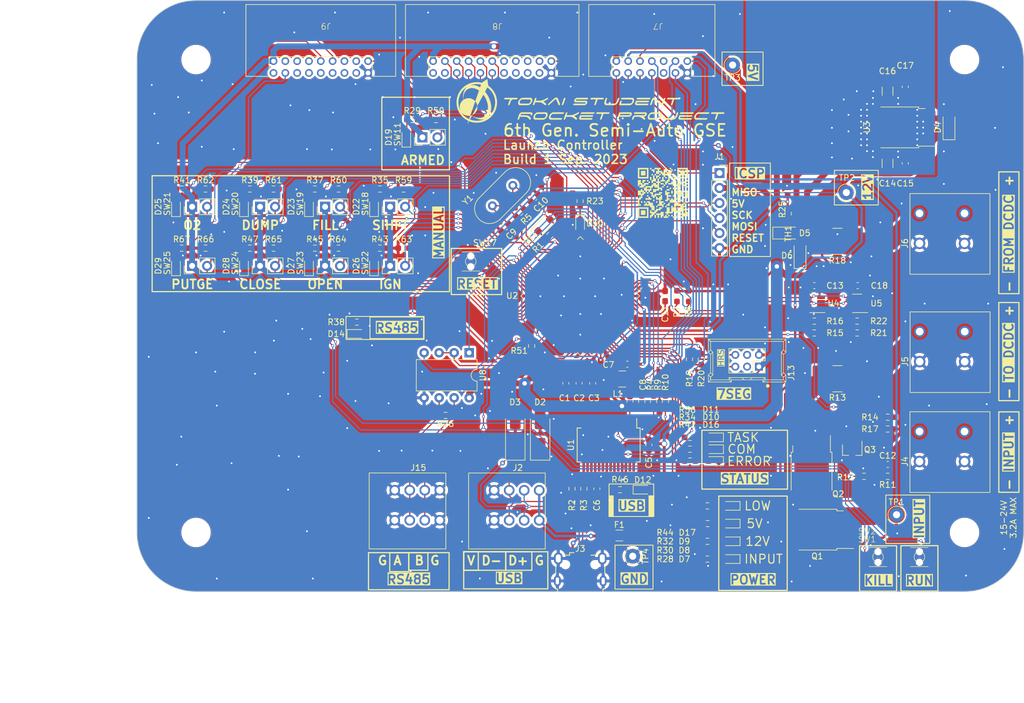
<source format=kicad_pcb>
(kicad_pcb (version 20221018) (generator pcbnew)
  (layers (0 "F.Cu" signal) (31 "B.Cu" signal) (34 "B.Paste" user) (35 "F.Paste" user) (36 "B.SilkS" user "B.Silkscreen") (37 "F.SilkS" user "F.Silkscreen") (38 "B.Mask" user) (39 "F.Mask" user) (44 "Edge.Cuts" user))
  (net 0 "")
  (net 1 "GND")
  (net 2 "Net-(U1-3V3OUT)")
  (net 3 "Net-(U2-AVCC)")
  (net 4 "Net-(U1-DTR)")
  (net 5 "CTL_RESET")
  (net 6 "Net-(U2-XTAL1)")
  (net 7 "Net-(U2-XTAL2)")
  (net 8 "Net-(U2-AREF)")
  (net 9 "Net-(Q1-G)")
  (net 10 "Net-(D6-A)")
  (net 11 "Net-(D4-A)")
  (net 12 "USB_D+")
  (net 13 "USB_D-")
  (net 14 "Net-(D7-A)")
  (net 15 "Net-(D8-A)")
  (net 16 "Net-(D9-A)")
  (net 17 "Net-(D10-A)")
  (net 18 "Net-(D11-A)")
  (net 19 "Net-(D12-K)")
  (net 20 "Net-(D14-A)")
  (net 21 "Net-(D16-A)")
  (net 22 "Net-(D17-A)")
  (net 23 "USB_VBUS")
  (net 24 "SPI_MISO")
  (net 25 "SPI_SCK")
  (net 26 "SPI_MOSI")
  (net 28 "TO_CONVERTER")
  (net 29 "FROM_CONVERTER")
  (net 30 "CONN_LED_LOW_VOLTAGE")
  (net 31 "CONN_LED_RS485_ACCESS")
  (net 33 "CONN_LED_TASK")
  (net 34 "CONN_LED_COM")
  (net 35 "CONN_LED_5V")
  (net 36 "CONN_LED_12V")
  (net 37 "CONN_LED_INPUT")
  (net 38 "Net-(D19-A)")
  (net 39 "Net-(D22-A)")
  (net 43 "Net-(Q1-D)")
  (net 44 "+VSW")
  (net 45 "Net-(Q3-B)")
  (net 46 "Net-(U1-USBD+)")
  (net 47 "Net-(U1-USBD-)")
  (net 48 "I2C_SCL")
  (net 49 "I2C_SDA")
  (net 52 "Net-(U2-PE0)")
  (net 53 "UART0_RX")
  (net 54 "UART0_TX")
  (net 55 "Net-(U2-PE1)")
  (net 56 "CTL_POWER")
  (net 57 "Net-(U4-A0)")
  (net 58 "Net-(U4-A1)")
  (net 60 "CONN_LED_USB_ACCESS")
  (net 61 "Net-(U5-A1)")
  (net 62 "VREF_THERMISTOR")
  (net 63 "Net-(D23-A)")
  (net 64 "Net-(D24-A)")
  (net 65 "Net-(D25-A)")
  (net 66 "Net-(D26-A)")
  (net 67 "Net-(D27-A)")
  (net 68 "Net-(D28-A)")
  (net 69 "Net-(D29-A)")
  (net 70 "CONN_LED_PURGE")
  (net 71 "CONN_LED_CLOSE")
  (net 72 "CONN_LED_OPEN")
  (net 92 "UART1_RX")
  (net 93 "UART1_TX")
  (net 121 "CTL_RS485_DERE")
  (net 122 "CTL_RUN")
  (net 123 "CTL_KILL")
  (net 124 "CTL_SAFETY")
  (net 125 "CTL_SHIFT")
  (net 126 "CTL_FILL")
  (net 127 "CTL_DUMP")
  (net 128 "CTL_O2")
  (net 129 "CTL_IGNITOR")
  (net 130 "CTL_OPEN")
  (net 131 "CTL_CLOSE")
  (net 132 "CTL_PURGE")
  (net 133 "CONN_LED_IGNITOR")
  (net 134 "CONN_LED_O2")
  (net 135 "CONN_LED_DUMP")
  (net 136 "CONN_LED_FILL")
  (net 137 "CONN_LED_SHIFT")
  (net 138 "CONN_LED_SAFTEY")
  (net 139 "CONN_LED_POWER")
  (net 142 "7SEG_CLK")
  (net 143 "7SEG_DIO")
  (net 144 "Net-(D30-A)")
  (net 145 "Net-(D30-K)")
  (net 152 "CONN_LED_ERROR")
  (net 153 "Net-(J15-Pin_2)")
  (net 154 "Net-(J15-Pin_3)")
  (footprint "Capacitor_SMD:C_0603_1608Metric_Pad1.08x0.95mm_HandSolder" (layer "F.Cu") (at 109.840587 69.251913 45)
    (fp_text reference "C9")
    (fp_text value "15pF")
  )
  (footprint "Resistor_SMD:R_0603_1608Metric_Pad0.98x0.95mm_HandSolder" (layer "F.Cu") (at 138.980707 80.861793 -90)
    (fp_text reference "R7")
    (fp_text value "10kR")
  )
  (footprint "TestPoint:TestPoint_THTPad_D2.5mm_Drill1.2mm" (layer "F.Cu") (at 167.630707 63.346793)
    (fp_text reference "TP2")
    (fp_text value "TP_12V")
  )
  (footprint "Package_TO_SOT_SMD:SC-59_Handsoldering" (layer "F.Cu") (at 168.630707 106.846793 -90)
    (fp_text reference "Q3")
    (fp_text value "2SC3325-Y")
  )
  (footprint "Resistor_SMD:R_0603_1608Metric_Pad0.98x0.95mm_HandSolder" (layer "F.Cu") (at 141.180707 108.761793)
    (fp_text reference "R42")
    (fp_text value "1kR")
  )
  (footprint "Capacitor_SMD:C_0603_1608Metric_Pad1.08x0.95mm_HandSolder" (layer "F.Cu") (at 114.840587 64.251913 -135)
    (fp_text reference "C10")
    (fp_text value "15pF")
  )
  (footprint "LED_SMD:LED_0603_1608Metric_Pad1.05x0.95mm_HandSolder" (layer "F.Cu") (at 93.2 54 90)
    (fp_text reference "D19")
    (fp_text value "LED_O")
  )
  (footprint "Resistor_SMD:R_0603_1608Metric_Pad0.98x0.95mm_HandSolder" (layer "F.Cu") (at 141.180707 104.761793)
    (fp_text reference "R36")
    (fp_text value "2.2kR")
  )
  (footprint "Diode_SMD:D_SOD-123F" (layer "F.Cu") (at 159.8 74 90)
    (fp_text reference "D6")
    (fp_text value "SS2040FL")
  )
  (footprint "Package_DIP:DIP-8_W7.62mm" (layer "F.Cu") (at 103.830707 90.446793 -90)
    (fp_text reference "U8")
    (fp_text value "LTC485CN8#PBF")
  )
  (footprint "Resistor_SMD:R_0603_1608Metric_Pad0.98x0.95mm_HandSolder" (layer "F.Cu") (at 123.230707 113.446793 -90)
    (fp_text reference "R3")
    (fp_text value "22R")
  )
  (footprint "LED_SMD:LED_0603_1608Metric_Pad1.05x0.95mm_HandSolder" (layer "F.Cu") (at 87.735 65.75 90)
    (fp_text reference "D22")
    (fp_text value "LED_O")
  )
  (footprint "Resistor_SMD:R_0603_1608Metric_Pad0.98x0.95mm_HandSolder" (layer "F.Cu") (at 88.735 62.75 180)
    (fp_text reference "R35")
    (fp_text value "1kR")
  )
  (footprint "TestPoint:TestPoint_THTPad_D2.5mm_Drill1.2mm" (layer "F.Cu") (at 148.400707 41.771793 180)
    (fp_text reference "TP3")
    (fp_text value "TP_5V")
  )
  (footprint "Inductor_SMD:L_1210_3225Metric_Pad1.42x2.65mm_HandSolder" (layer "F.Cu") (at 129.730707 94.888716 180)
    (fp_text reference "L1")
    (fp_text value "10uH")
  )
  (footprint "LED_SMD:LED_0603_1608Metric_Pad1.05x0.95mm_HandSolder" (layer "F.Cu") (at 145.180707 104.761793 180)
    (fp_text reference "D11")
    (fp_text value "LED_G")
  )
  (footprint "Resistor_SMD:R_0603_1608Metric_Pad0.98x0.95mm_HandSolder" (layer "F.Cu") (at 112.375942 66.716558 45)
    (fp_text reference "R5")
    (fp_text value "1MR")
  )
  (footprint "Resistor_SMD:R_0603_1608Metric_Pad0.98x0.95mm_HandSolder" (layer "F.Cu") (at 59.235 62.75 180)
    (fp_text reference "R62")
    (fp_text value "1kR")
  )
  (footprint "LED_SMD:LED_0603_1608Metric_Pad1.05x0.95mm_HandSolder" (layer "F.Cu") (at 65.735 75.75 90)
    (fp_text reference "D28")
    (fp_text value "LED_O")
  )
  (footprint "LED_SMD:LED_0603_1608Metric_Pad1.05x0.95mm_HandSolder" (layer "F.Cu") (at 148.005707 116.346793 180)
    (fp_text reference "D17")
    (fp_text value "LED_R")
  )
  (footprint "Resistor_SMD:R_0603_1608Metric_Pad0.98x0.95mm_HandSolder" (layer "F.Cu") (at 144.130707 125.346793)
    (fp_text reference "R28")
    (fp_text value "3.6kR")
  )
  (footprint "TSRP_TerminalBlock_Alphaplus:TB411-2-2-E-1" (layer "F.Cu") (at 182.660707 91.946793 90)
    (fp_text reference "J5")
    (fp_text value "TO_CONVERTER")
  )
  (footprint "Resistor_SMD:R_0603_1608Metric_Pad0.98x0.95mm_HandSolder" (layer "F.Cu") (at 157.8 66.9125 -90)
    (fp_text reference "TH1")
    (fp_text value "10kR")
  )
  (footprint "Capacitor_SMD:C_0603_1608Metric_Pad1.08x0.95mm_HandSolder" (layer "F.Cu") (at 174.630707 109.346793 180)
    (fp_text reference "C12")
    (fp_text value "0.1uF")
  )
  (footprint "Crystal:Crystal_HC49-U_Vertical" (layer "F.Cu") (at 111.213119 62.129382 -135)
    (fp_text reference "Y1")
    (fp_text value "HUSG-16.000-20")
  )
  (footprint "Capacitor_SMD:C_0603_1608Metric_Pad1.08x0.95mm_HandSolder" (layer "F.Cu") (at 124.730707 95.611793 -90)
    (fp_text reference "C3")
    (fp_text value "0.1uF")
  )
  (footprint "LED_SMD:LED_0603_1608Metric_Pad1.05x0.95mm_HandSolder" (layer "F.Cu") (at 148.005707 125.346793 180)
    (fp_text reference "D7")
    (fp_text value "LED_O")
  )
  (footprint "LED_SMD:LED_0603_1608Metric_Pad1.05x0.95mm_HandSolder" (layer "F.Cu") (at 122.6 68.8 -90)
    (fp_text reference "D30")
    (fp_text value "LED_O")
  )
  (footprint "LED_SMD:LED_0603_1608Metric_Pad1.05x0.95mm_HandSolder" (layer "F.Cu") (at 87.735 75.75 90)
    (fp_text reference "D26")
    (fp_text value "LED_O" hide)
  )
  (footprint "LED_SMD:LED_0603_1608Metric_Pad1.05x0.95mm_HandSolder" (layer "F.Cu") (at 148.005707 122.346793 180)
    (fp_text reference "D8")
    (fp_text value "LED_O")
  )
  (footprint "Resistor_SMD:R_0603_1608Metric_Pad0.98x0.95mm_HandSolder" (layer "F.Cu") (at 135.030707 98.646793 -90)
    (fp_text reference "R9")
    (fp_text value "1kR")
  )
  (footprint "Resistor_SMD:R_0603_1608Metric_Pad0.98x0.95mm_HandSolder" (layer "F.Cu") (at 117.480707 70.611793 45)
    (fp_text reference "R1")
    (fp_text value "10kR")
  )
  (footprint "Resistor_SMD:R_0603_1608Metric_Pad0.98x0.95mm_HandSolder" (layer "F.Cu") (at 137.030707 98.646793 90)
    (fp_text reference "R10")
    (fp_text value "1kR")
  )
  (footprint "Resistor_SMD:R_0603_1608Metric_Pad0.98x0.95mm_HandSolder" (layer "F.Cu") (at 144.168207 119.346793)
    (fp_text reference "R32")
    (fp_text value "1kR")
  )
  (footprint "TSRP_Connector_Hirose:DF51A-22DP-2DS" (layer "F.Cu") (at 117.730707 43.111793 180)
    (fp_text reference "J8")
    (fp_text value "CONN_PANEL_BAORD_2")
  )
  (footprint "Resistor_SMD:R_0603_1608Metric_Pad0.98x0.95mm_HandSolder" (layer "F.Cu") (at 70.735 72.75 180)
    (fp_text reference "R65")
    (fp_text value "1kR")
  )
  (footprint "Resistor_SMD:R_0603_1608Metric_Pad0.98x0.95mm_HandSolder" (layer "F.Cu") (at 121.230707 113.446793 90)
    (fp_text reference "R2")
    (fp_text value "22R")
  )
  (footprint "Diode_SMD:D_SMA_Handsoldering" (layer "F.Cu") (at 115.830707 104.111793 90)
    (fp_text reference "D2")
    (fp_text value "SMAJ45A")
  )
  (footprint "MountingHole:MountingHole_4.5mm" (layer "F.Cu") (at 187.630707 120.846793)
    (fp_text reference "REF**" hide)
    (fp_text value "MountingHole_4.5mm" hide)
  )
  (footprint "LOGO" (layer "F.Cu") (at 136.6 63.4)
    (fp_text reference "G***" hide)
    (fp_text value "LOGO" hide)
  )
  (footprint "Resistor_SMD:R_0603_1608Metric_Pad0.98x0.95mm_HandSolder" (layer "F.Cu") (at 174.630707 101.346793 180)
    (fp_text reference "R14")
    (fp_text value "10kR")
  )
  (footprint "Resistor_SMD:R_0603_1608Metric_Pad0.98x0.95mm_HandSolder" (layer "F.Cu") (at 141.180707 106.761793)
    (fp_text reference "R34")
    (fp_text value "2.2kR")
  )
  (footprint "Resistor_SMD:R_0603_1608Metric_Pad0.98x0.95mm_HandSolder" (layer "F.Cu") (at 88.735 72.75 180)
    (fp_text reference "R43")
    (fp_text value "1kR")
  )
  (footprint "Resistor_SMD:R_0603_1608Metric_Pad0.98x0.95mm_HandSolder" (layer "F.Cu") (at 141.1 91.55 90)
    (fp_text reference "R19")
    (fp_text value "10kR")
  )
  (footprint "Resistor_SMD:R_0603_1608Metric_Pad0.98x0.95mm_HandSolder" (layer "F.Cu") (at 114.4 89.3 -90)
    (fp_text reference "R51")
    (fp_text value "1kR")
  )
  (footprint "MountingHole:MountingHole_4.5mm" (layer "F.Cu") (at 57.630707 40.846793)
    (fp_text reference "REF**" hide)
    (fp_text value "MountingHole_4.5mm" hide)
  )
  (footprint "Resistor_SMD:R_0603_1608Metric_Pad0.98x0.95mm_HandSolder" (layer "F.Cu") (at 92.735 62.75 180)
    (fp_text reference "R59")
    (fp_text value "1kR")
  )
  (footprint "Capacitor_SMD:C_0603_1608Metric_Pad1.08x0.95mm_HandSolder" (layer "F.Cu") (at 131.030707 98.646793 90)
    (fp_text reference "C8")
    (fp_text value "0.1uF")
  )
  (footprint "Diode_SMD:D_SMA_Handsoldering" (layer "F.Cu") (at 111.630707 104.111793 90)
    (fp_text reference "D3")
    (fp_text value "SMAJ45A")
  )
  (footprint "Resistor_SMD:R_0603_1608Metric_Pad0.98x0.95mm_HandSolder" (layer "F.Cu") (at 174.630707 111.346793 180)
    (fp_text reference "R11")
    (fp_text value "5.6R")
  )
  (footprint "TSRP_Connector_Hirose:DF51A-6DP-2DSA" (layer "F.Cu") (at 150.85 91.8)
    (fp_text reference "J13")
    (fp_text value "CONN_7SEG")
  )
  (footprint "Resistor_SMD:R_0603_1608Metric_Pad0.98x0.95mm_HandSolder" (layer "F.Cu") (at 98.2 51 180)
    (fp_text reference "R50")
    (fp_text value "1kR")
  )
  (footprint "Resistor_SMD:R_0603_1608Metric_Pad0.98x0.95mm_HandSolder" (layer "F.Cu") (at 99.830707 101.046793 180)
    (fp_text reference "R26")
    (fp_text value "120R")
  )
  (footprint "Capacitor_SMD:C_0603_1608Metric_Pad1.08x0.95mm_HandSolder" (layer "F.Cu") (at 120.180707 95.611793 -90)
    (fp_text reference "C1")
    (fp_text value "0.1uF")
  )
  (footprint "Resistor_SMD:R_0603_1608Metric_Pad0.98x0.95mm_HandSolder" (layer "F.Cu") (at 174.630707 103.346793)
    (fp_text reference "R17")
    (fp_text value "10kR")
  )
  (footprint "Package_TO_SOT_SMD:SOT-23-8" (layer "F.Cu") (at 169.468207 82.096793 180)
    (fp_text reference "U5")
    (fp_text value "INA219BIDCNT")
  )
  (footprint "Resistor_SMD:R_0603_1608Metric_Pad0.98x0.95mm_HandSolder" (layer "F.Cu") (at 133.030707 98.646793 90)
    (fp_text reference "R4")
    (fp_text value "1kR")
  )
  (footprint "Resistor_SMD:R_0603_1608Metric_Pad0.98x0.95mm_HandSolder" (layer "F.Cu") (at 81.725 72.75 180)
    (fp_text reference "R64")
    (fp_text value "1kR")
  )
  (footprint "Package_TO_SOT_SMD:TO-252-2" (layer "F.Cu") (at 162.715707 120.371793 180)
    (fp_text reference "Q1")
    (fp_text value "TJ8S06M3L")
  )
  (footprint "Resistor_SMD:R_0603_1608Metric_Pad0.98x0.95mm_HandSolder" (layer "F.Cu") (at 162.218207 87.096793)
    (fp_text reference "R15")
    (fp_text value "10kR")
  )
  (footprint "Resistor_SMD:R_0603_1608Metric_Pad0.98x0.95mm_HandSolder" (layer "F.Cu") (at 162.218207 85.096793 180)
    (fp_text reference "R16")
    (fp_text value "10kR")
  )
  (footprint "Capacitor_SMD:C_0603_1608Metric_Pad1.08x0.95mm_HandSolder" (layer "F.Cu") (at 130.593207 92.388716 180)
    (fp_text reference "C7")
    (fp_text value "0.1uF")
  )
  (footprint "Capacitor_SMD:C_1206_3216Metric_Pad1.33x1.80mm_HandSolder" (layer "F.Cu") (at 174.6 58.4 -90)
    (fp_text reference "C14")
    (fp_text value "10uF")
  )
  (footprint "Connector_PinHeader_2.54mm:PinHeader_1x02_P2.54mm_Vertical" (layer "F.Cu") (at 79.46 65.75 90)
    (fp_text reference "SW19")
    (fp_text value "SW_Push")
  )
  (footprint "Resistor_SMD:R_0603_1608Metric_Pad0.98x0.95mm_HandSolder" (layer "F.Cu") (at 66.735 62.75 180)
    (fp_text reference "R39")
    (fp_text value "1kR")
  )
  (footprint "TSRP_TerminalBlock_Alphaplus:TB401-1-4-E" (layer "F.Cu") (at 112.060707 113.711793)
    (fp_text reference "J2")
    (fp_text value "CONN_USB")
  )
  (footprint "LED_SMD:LED_0603_1608Metric_Pad1.05x0.95mm_HandSolder" (layer "F.Cu") (at 145.180707 106.761793 180)
    (fp_text reference "D10")
    (fp_text value "LED_G")
  )
  (footprint "Resistor_SMD:R_0603_1608Metric_Pad0.98x0.95mm_HandSolder" (layer "F.Cu") (at 140.980707 80.861793 -90)
    (fp_text reference "R6")
    (fp_text value "10kR")
  )
  (footprint "MountingHole:MountingHole_4.5mm" (layer "F.Cu") (at 57.630707 120.846793)
    (fp_text reference "REF**" hide)
    (fp_text value "MountingHole_4.5mm" hide)
  )
  (footprint "Diode_SMD:D_SOD-123F" (layer "F.Cu") (at 185 52.2 90)
    (fp_text reference "D4")
    (fp_text value "GS1010FL")
  )
  (footprint "Connector_PinHeader_2.54mm:PinHeader_1x02_P2.54mm_Vertical" (layer "F.Cu") (at 95.925 54 90)
    (fp_text reference "SW11")
    (fp_text value "SW_Push")
  )
  (footprint "Package_TO_SOT_SMD:SOT-23-8" (layer "F.Cu") (at 162.218207 82.096793 180)
    (fp_text reference "U4")
    (fp_text value "INA219BIDCNT")
  )
  (footprint "Resistor_SMD:R_0603_1608Metric_Pad0.98x0.95mm_HandSolder" (layer "F.Cu") (at 59.235 72.75 180)
    (fp_text reference "R66")
    (fp_text value "1kR")
  )
  (footprint "Resistor_SMD:R_2816_7142Metric_Pad3.20x4.45mm_HandSolder" (layer "F.Cu") (at 166.130707 71.596793)
    (fp_text reference "R18")
    (fp_text value "0.1R2W")
  )
  (footprint "LOGO" (layer "F.Cu") (at 124.4 48)
    (fp_text reference "G***" hide)
    (fp_text value "LOGO" hide)
  )
  (footprint "TSRP_Button_Switch_SMD:TVAF06-A020B-R" (layer "F.Cu") (at 104.1 75 180)
    (fp_text reference "SW17")
    (fp_text value "SW_Push")
  )
  (footprint "Package_QFP:TQFP-100_14x14mm_P0.5mm" (layer "F.Cu") (at 122.630707 80.846793 -135)
    (fp_text reference "U2")
    (fp_text value "ATMEGA2560-16AUR")
  )
  (footprint "Capacitor_SMD:C_0603_1608Metric_Pad1.08x0.95mm_HandSolder" (layer "F.Cu") (at 134.230707 106.046793 90)
    (fp_text reference "C5")
    (fp_text value "0.1uF")
  )
  (footprint "LED_SMD:LED_0603_1608Metric_Pad1.05x0.95mm_HandSolder" (layer "F.Cu") (at 148.005707 119.346793 180)
    (fp_text reference "D9")
    (fp_text value "LED_O")
  )
  (footprint "TSRP_Connector_Hirose:DF51A-14DP-2DS" (layer "F.Cu") (at 140.730707 43.111793 180)
    (fp_text reference "J7")
    (fp_text value "CONN_STATUS_PANEL")
  )
  (footprint "Connector_PinHeader_2.54mm:PinHeader_1x02_P2.54mm_Vertical" (layer "F.Cu") (at 68.46 75.75 90)
    (fp_text reference "SW24")
    (fp_text value "SW_Push")
  )
  (footprint "LED_SMD:LED_0603_1608Metric_Pad1.05x0.95mm_HandSolder" (layer "F.Cu") (at 145.180707 108.761793 180)
    (fp_text reference "D16")
    (fp_text value "LED_R")
  )
  (footprint "Package_TO_SOT_SMD:TO-252-2" (layer "F.Cu") (at 176.565707 52.321793 180)
    (fp_text reference "U3")
    (fp_text value "NJM7805SDL1")
  )
  (footprint "Connector_PinHeader_2.54mm:PinHeader_1x02_P2.54mm_Vertical" (layer "F.Cu") (at 68.46 65.75 90)
    (fp_text reference "SW20")
    (fp_text value "SW_Push")
  )
  (footprint "Resistor_SMD:R_0603_1608Metric_Pad0.98x0.95mm_HandSolder" (layer "F.Cu") (at 144.130707 122.346793)
    (fp_text reference "R30")
    (fp_text value "2.4kR")
  )
  (footprint "TSRP_TerminalBlock_Alphaplus:TB411-2-2-E-1" (layer "F.Cu") (at 182.630707 71.946793 90)
    (fp_text reference "J6")
    (fp_text value "FROM_CONVERTER")
  )
  (footprint "Resistor_SMD:R_0603_1608Metric_Pad0.98x0.95mm_HandSolder" (layer "F.Cu") (at 55.235 62.75 180)
    (fp_text reference "R41")
    (fp_text value "1kR")
  )
  (footprint "LED_SMD:LED_0603_1608Metric_Pad1.05x0.95mm_HandSolder" (layer "F.Cu") (at 133.230707 113.611793)
    (fp_text reference "D12")
    (fp_text value "LED_B")
  )
  (footprint "TSRP_TerminalBlock_Alphaplus:TB401-1-4-E" (layer "F.Cu") (at 95.24 113.7)
    (fp_text reference "J15")
    (fp_text value "CONN_RS485")
  )
  (footprint "Resistor_SMD:R_0603_1608Metric_Pad0.98x0.95mm_HandSolder" (layer "F.Cu") (at 81.735 62.75 180)
    (fp_text reference "R60")
    (fp_text value "1kR")
  )
  (footprint "MountingHole:MountingHole_4.5mm" (layer "F.Cu") (at 187.630707 40.846793)
    (fp_text reference "REF**" hide)
    (fp_text value "MountingHole_4.5mm" hide)
  )
  (footprint "Resistor_SMD:R_2816_7142Metric_Pad3.20x4.45mm_HandSolder" (layer "F.Cu") (at 166.130707 94.846793 180)
    (fp_text reference "R13")
    (fp_text value "0.1R2W")
  )
  (footprint "LED_SMD:LED_0603_1608Metric_Pad1.05x0.95mm_HandSolder" (layer "F.Cu") (at 84.84 87.26)
    (fp_text reference "D14")
    (fp_text value "LED_B")
  )
  (footprint "Connector_USB:USB_Micro-B_Wuerth_629105150521" (layer "F.Cu") (at 122.625707 127.091793)
    (fp_text reference "J3")
    (fp_text value "USB_B_Micro")
  )
  (footprint "Diode_SMD:D_SOD-123F" (layer "F.Cu") (at 116.480707 68.861793 45)
    (fp_text reference "D1")
    (fp_text value "GS1010FL")
  )
  (footprint "LED_SMD:LED_0603_1608Metric_Pad1.05x0.95mm_HandSolder" (layer "F.Cu") (at 54.235 65.75 90)
    (fp_text reference "D25")
    (fp_text value "LED_O")
  )
  (footprint "Capacitor_SMD:C_1206_3216Metric_Pad1.33x1.80mm_HandSolder" (layer "F.Cu") (at 174.605707 46.2 90)
    (fp_text reference "C16")
    (fp_text value "10uF")
  )
  (footprint "Resistor_SMD:R_0603_1608Metric_Pad0.98x0.95mm_HandSolder" (layer "F.Cu") (at 77.735 62.75 180)
    (fp_text reference "R37")
    (fp_text value "1kR")
  )
  (footprint "Fuse:Fuse_1206_3216Metric_Pad1.42x1.75mm_HandSolder" (layer "F.Cu") (at 129.230707 121.361793)
    (fp_text reference "F1")
    (fp_text value "MF-NSMF050")
  )
  (footprint "Connector_PinHeader_2.54mm:PinHeader_1x02_P2.54mm_Vertical" (layer "F.Cu") (at 56.96 65.75 90)
    (fp_text reference "SW21")
    (fp_text value "SW_Push")
  )
  (footprint "Resistor_SMD:R_0603_1608Metric_Pad0.98x0.95mm_HandSolder" (layer "F.Cu") (at 84.84 85.26)
    (fp_text reference "R38")
    (fp_text value "1kR")
  )
  (footprint "Resistor_SMD:R_0603_1608Metric_Pad0.98x0.95mm_HandSolder" (layer "F.Cu") (at 70.735 62.75 180)
    (fp_text reference "R61")
    (fp_text value "1kR")
  )
  (footprint "LED_SMD:LED_0603_1608Metric_Pad1.05x0.95mm_HandSolder" (layer "F.Cu") (at 54.235 75.75 90)
    (fp_text reference "D29")
    (fp_text value "LED_O")
  )
  (footprint "Package_SO:SSOP-28_5.3x10.2mm_P0.65mm" (layer "F.Cu") (at 127.430707 106.046793 -90)
    (fp_text reference "U1")
    (fp_text value "FT232RL")
  )
  (footprint "Resistor_SMD:R_0603_1608Metric_Pad0.98x0.95mm_HandSolder" (layer "F.Cu") (at 169.468207 87.096793)
    (fp_text reference "R21")
    (fp_text value "10kR")
  )
  (footprint "Resistor_SMD:R_0603_1608Metric_Pad0.98x0.95mm_HandSolder" (layer "F.Cu") (at 129.355707 113.611793 180)
    (fp_text reference "R46")
    (fp_text value "1kR")
  )
  (footprint "Capacitor_SMD:C_0603_1608Metric_Pad1.08x0.95mm_HandSolder" (layer "F.Cu") (at 125.430707 113.446793 90)
    (fp_text reference "C6")
    (fp_text value "0.1uF")
  )
  (footprint "Connector_PinHeader_2.54mm:PinHeader_1x02_P2.54mm_Vertical" (layer "F.Cu") (at 56.96 75.75 90)
    (fp_text reference "SW25")
    (fp_text value "SW_Push")
  )
  (footprint "LED_SMD:LED_0603_1608Metric_Pad1.05x0.95mm_HandSolder" (layer "F.Cu") (at 76.735 75.75 90)
    (fp_text reference "D27")
    (fp_text value "LED_O")
  )
  (footprint "TSRP_Button_Switch_SMD:TVAF06-A020B-R" (layer "F.Cu") (at 180 125)
    (fp_text reference "SW1")
    (fp_text value "SW_Push")
  )
  (footprint "Resistor_SMD:R_0603_1608Metric_Pad0.98x0.95mm_HandSolder" (layer "F.Cu") (at 55.185 72.75 180)
    (fp_text reference "R67")
    (fp_text value "1kR")
  )
  (footprint "TSRP_Button_Switch_SMD:TVAF06-A020B-R" (layer "F.Cu") (at 173 125 180)
    (fp_text reference "SW2")
    (fp_text value "SW_Push")
  )
  (footprint "Capacitor_SMD:C_0603_1608Metric_Pad1.08x0.95mm_HandSolder" (layer "F.Cu") (at 136.980707 80.861793 -90)
    (fp_text reference "C11")
    (fp_text value "0.1uF")
  )
  (footprint "Connector_PinHeader_2.54mm:PinHeader_1x02_P2.54mm_Vertical" (layer "F.Cu") (at 79.45 75.75 90)
    (fp_text reference "SW23")
    (fp_text value "SW_Push")
  )
  (footprint "LED_SMD:LED_0603_1608Metric_Pad1.05x0.95mm_HandSolder" (layer "F.Cu") (at 65.735 65.75 90)
    (fp_text reference "D24")
    (fp_text value "LED_O")
  )
  (footprint "Capacitor_SMD:C_0603_1608Metric_Pad1.08x0.95mm_HandSolder" (layer "F.Cu") (at 169.555707 79.096793 180)
    (fp_text reference "C18")
    (fp_text value "0.1uF")
  )
  (footprint "Capacitor_SMD:C_0603_1608Metric_Pad1.08x0.95mm_HandSolder" (layer "F.Cu") (at 122.430707 95.611793 -90)
    (fp_text reference "C2")
    (fp_text value "0.1uF")
  )
  (footprint "Resistor_SMD:R_0603_1608Metric_Pad0.98x0.95mm_HandSolder" (layer "F.Cu") (at 143.1 91.55 90)
    (fp_text reference "R20")
    (fp_text value "10kR")
  )
  (footprint "TSRP_TerminalBlock_Alphaplus:TB411-2-2-E-1" (layer "F.Cu") (at 182.630707 108.846793 90)
    (fp_text reference "J4")
    (fp_text value "DC_IN")
  )
  (footprint "Connector_PinSocket_2.54mm:PinSocket_1x06_P2.54mm_Vertical" (layer "F.Cu") (at 146.180707 60.041793)
    (fp_text reference "J1")
    (fp_text value "CONN_ICSP")
  )
  (footprint "Package_TO_SOT_SMD:TO-252-2" (layer "F.Cu") (at 161.755707 110.586793 -90)
    (fp_text reference "Q2")
    (fp_text value "TJ8S06M3L")
  )
  (footprint "Resistor_SMD:R_0603_1608Metric_Pad0.98x0.95mm_HandSolder" (layer "F.Cu") (at 122.6 64.8 90)
    (fp_text reference "R23")
    (fp_text value "1kR")
  )
  (footprint "Connector_PinHeader_2.54mm:PinHeader_1x02_P2.54mm_Vertical" (layer "F.Cu") (at 90.46 75.75 90)
    (fp_text reference "SW22")
    (fp_text value "SW_Push")
  )
  (footprint "Connector_PinHeader_2.54mm:PinHeader_1x02_P2.54mm_Vertical" (layer "F.Cu") (at 90.46 65.75 90)
    (fp_text reference "SW18")
    (fp_text value "SW_Push")
  )
  (footprint "TestPoint:TestPoint_THTPad_D2.5mm_Drill1.2mm" (layer "F.Cu") (at 176.130707 117.846793)
    (fp_text reference "TP1")
    (fp_text value "TP_INPUT")
  )
  (footprint "Resistor_SMD:R_0603_1608Metric_Pad0.98x0.95mm_HandSolder" (layer "F.Cu") (at 170.630707 111.346793 180)
    (fp_text reference "R12")
    (fp_text value "3.3R")
  )
  (footprint "Diode_SMD:D_SOD-123F" (layer "F.Cu") (at 157.4 70.2)
    (fp_text reference "D5")
    (fp_text value "SS2040FL")
  )
  (footprint "Resistor_SMD:R_0603_1608Metric_Pad0.98x0.95mm_HandSolder" (layer "F.Cu") (at 144.130707 116.346793)
    (fp_text reference "R44")
    (fp_text value "1kR")
  )
  (footprint "Resistor_SMD:R_0603_1608Metric_Pad0.98x0.95mm_HandSolder" (layer "F.Cu") (at 169.468207 85.096793 180)
    (fp_text reference "R22")
    (fp_text value "10kR")
  )
  (footprint "TestPoint:TestPoint_THTPad_D2.5mm_Drill1.2mm" (layer "F.Cu") (at 131.5 124.865 -90)
    (fp_text reference "TP4")
    (fp_text value "TP_GND")
  )
  (footprint "Resistor_SMD:R_0603_1608Metric_Pad0.98x0.95mm_HandSolder" (layer "F.Cu") (at 92.735 72.75 180)
    (fp_text reference "R63")
    (fp_text value "1kR")
  )
  (footprint "LED_SMD:LED_0603_1608Metric_Pad1.05x0.95mm_HandSolder" (layer "F.Cu") (at 76.735 65.75 90)
    (fp_text reference "D23")
    (fp_text value "LED_O")
  )
  (footprint "Resistor_SMD:R_0603_1608Metric_Pad0.98x0.95mm_HandSolder" (layer "F.Cu") (at 156.8 63.8 180)
    (fp_text reference "R25")
    (fp_text value "10kR")
  )
  (footprint "Capacitor_SMD:C_0603_1608Metric_Pad1.08x0.95mm_HandSolder" (layer "F.Cu") (at 177.6 58.4 -90)
    (fp_text reference "C15")
    (fp_text value "0.1uF")
  )
  (footprint "Capacitor_SMD:C_0603_1608Metric_Pad1.08x0.95mm_HandSolder" (layer "F.Cu") (at 162.218207 79.096793 180)
    (fp_text reference "C13")
    (fp_text value "0.1uF")
  )
  (footprint "TSRP_Connector_Hirose:DF51A-18DP-2DS" (layer "F.Cu") (at 86.730707 43.111793 180)
    (fp_text reference "J9")
    (fp_text value "CONN_PANEL_BAORD_1")
  )
  (footprint "Resistor_SMD:R_0603_1608Metric_Pad0.98x0.95mm_HandSolder" (layer "F.Cu") (at 77.725 72.75 180)
    (fp_text reference "R45")
    (fp_text value "1kR")
  )
  (footprint "Resistor_SMD:R_0603_1608Metric_Pad0.98x0.95mm_HandSolder" (layer "F.Cu") (at 66.735 72.75 180)
    (fp_text reference "R47")
    (fp_text value "1kR")
  )
  (footprint "Capacitor_SMD:C_0603_1608Metric_Pad1.08x0.95mm_HandSolder" (layer "F.Cu") (at 177.6 45.4625 90)
    (fp_text reference "C17")
    (fp_text value "0.1uF")
  )
  (footprint "Resistor_SMD:R_0603_1608Metric_Pad0.98x0.95mm_HandSolder" (layer "F.Cu") (at 94.2 51 180)
    (fp_text reference "R29")
    (fp_text value "1kR")
  )
  (gr_rect (start 89.06 47.2246) (end 100.4854 59.5) (stroke (width 0.2)) (fill none) (layer "F.SilkS"))
  (gr_rect (start 127.5 112.65) (end 135.05 118.15) (stroke (width 0.15)) (fill none) (layer "F.SilkS"))
  (gr_rect (start 87.05 84.4) (end 96.1 88.05) (stroke (width 0.15)) (fill none) (layer "F.SilkS"))
  (gr_rect (start 102.905307 124.111793) (end 117.140707 130.381793) (stroke (width 0.2)) (fill none) (layer "F.SilkS"))
  (gr_rect (start 128.5 123) (end 134.93 130.43) (stroke (width 0.15)) (fill none) (layer "F.SilkS"))
  (gr_rect (start 127.5 114.65) (end 128.2 118.15) (stroke (width 0.15)) (fill solid) (layer "F.SilkS"))
  (gr_rect (start 193.430707 100.446793) (end 196.830707 114.046793) (stroke (width 0.2)) (fill none) (layer "F.SilkS"))
  (gr_rect (start 134.25 114.65) (end 135.05 118.15) (stroke (width 0.15)) (fill solid) (layer "F.SilkS"))
  (gr_rect (start 165.610707 59.581793) (end 173.040707 65.441793) (stroke (width 0.15)) (fill none) (layer "F.SilkS"))
  (gr_rect (start 102.905307 124.111793) (end 105.373007 127.246793) (stroke (width 0.2)) (fill none) (layer "F.SilkS"))
  (gr_rect (start 93.6177 124.265) (end 96.8531 127.2325) (stroke (width 0.2)) (fill none) (layer "F.SilkS"))
  (gr_rect (start 102.905307 124.111793) (end 110.023007 127.246793) (stroke (width 0.2)) (fill none) (layer "F.SilkS"))
  (gr_rect (start 50.2 60.5) (end 100.5 80.1) (stroke (width 0.2)) (fill none) (layer "F.SilkS"))
  (gr_rect (start 193.430707 59.846793) (end 196.830707 80.446793) (stroke (width 0.2)) (fill none) (layer "F.SilkS"))
  (gr_rect (start 146.6 39.58) (end 153.55 45.22) (stroke (width 0.15)) (fill none) (layer "F.SilkS"))
  (gr_rect (start 176.87 123.08) (end 183.13 130.77) (stroke (width 0.2)) (fill none) (layer "F.SilkS"))
  (gr_rect (start 86.8 124.265) (end 100.4354 130.535) (stroke (width 0.2)) (fill none) (layer "F.SilkS"))
  (gr_rect (start 90.4 124.265) (end 93.6177 127.465) (stroke (width 0.2)) (fill none) (layer "F.SilkS"))
  (gr_rect (start 83 84.3) (end 96.21 88.195) (stroke (width 0.15)) (fill none) (layer "F.SilkS"))
  (gr_rect (start 193.430707 81.946793) (end 196.830707 98.546793) (stroke (width 0.2)) (fill none) (layer "F.SilkS"))
  (gr_rect (start 169.87 123.1) (end 176.13 130.79) (stroke (width 0.2)) (fill none) (layer "F.SilkS"))
  (gr_rect (start 146.055307 114.686793) (end 157.630707 130.646793) (stroke (width 0.2)) (fill none) (layer "F.SilkS"))
  (gr_rect (start 147.880707 58.361793) (end 154.780707 74.161793) (stroke (width 0.15)) (fill none) (layer "F.SilkS"))
  (gr_rect (start 109.997607 124.111793) (end 114.433007 127.246793) (stroke (width 0.2)) (fill none) (layer "F.SilkS"))
  (gr_rect (start 143.205307 103.551793) (end 157.680707 113.511793) (stroke (width 0.2)) (fill none) (layer "F.SilkS"))
  (gr_rect (start 100.8 72.8) (end 109.33 80.6) (stroke (width 0.2)) (fill none) (layer "F.SilkS"))
  (gr_rect (start 174.315707 114.521793) (end 181.745707 122.701793) (stroke (width 0.15)) (fill none) (layer "F.SilkS"))
  (gr_line locked (start 197.630707 40.846793) (end 197.630707 120.846793) (stroke (width 0.1)) (layer "Edge.Cuts"))
  (gr_arc locked (start 187.630707 30.846793) (mid 194.701775 33.775725) (end 197.630707 40.846793) (stroke (width 0.1)) (layer "Edge.Cuts"))
  (gr_line locked (start 47.630707 120.846793) (end 47.630707 40.846793) (stroke (width 0.1)) (layer "Edge.Cuts"))
  (gr_arc locked (start 47.630707 40.846793) (mid 50.559639 33.775725) (end 57.630707 30.846793) (stroke (width 0.1)) (layer "Edge.Cuts"))
  (gr_arc locked (start 197.630707 120.846793) (mid 194.701775 127.917861) (end 187.630707 130.846793) (stroke (width 0.1)) (layer "Edge.Cuts"))
  (gr_line locked (start 187.630707 130.846793) (end 57.630707 130.846793) (stroke (width 0.1)) (layer "Edge.Cuts"))
  (gr_arc locked (start 57.630707 130.846793) (mid 50.559639 127.917861) (end 47.630707 120.846793) (stroke (width 0.1)) (layer "Edge.Cuts"))
  (gr_line locked (start 57.630707 30.846793) (end 187.630707 30.846793) (stroke (width 0.1)) (layer "Edge.Cuts"))
  (gr_text "PUTGE" (at 57 79.75) (layer "F.SilkS") (effects (font (size 1.5 1.5) (thickness 0.3) bold) (justify bottom)))
  (gr_text "+" (at 195.130707 83.346793 90) (layer "F.SilkS") (effects (font (size 1.5 1.5) (thickness 0.3) bold)))
  (gr_text "O2" (at 57 69.75) (layer "F.SilkS") (effects (font (size 1.5 1.5) (thickness 0.3) bold) (justify bottom)))
  (gr_text "+" (at 195.130707 61.346793 90) (layer "F.SilkS") (effects (font (size 1.5 1.5) (thickness 0.3) bold)))
  (gr_text "+" (at 195.130707 101.846793 90) (layer "F.SilkS") (effects (font (size 1.5 1.5) (thickness 0.3) bold)))
  (gr_text "-" (at 195.130707 112.746793 90) (layer "F.SilkS") (effects (font (size 1.5 1.5) (thickness 0.3) bold)))
  (gr_text "-" (at 195.130707 97.346793 90) (layer "F.SilkS") (effects (font (size 1.5 1.5) (thickness 0.3) bold)))
  (gr_text "KILL" (at 173 129) (layer "F.SilkS" knockout) (effects (font (size 1.5 1.5) (thickness 0.3) bold)))
  (gr_text "RS485" (at 91.6 86.25) (layer "F.SilkS" knockout) (effects (font (size 1.5 1.5) (thickness 0.3) bold)))
  (gr_text "ERROR" (at 151.2 108.8) (layer "F.SilkS") (effects (font (size 1.5 1.5) (thickness 0.1875))))
  (gr_text "12V" (at 171.280707 62.501793 90) (layer "F.SilkS" knockout) (effects (font (size 1.5 1.5) (thickness 0.3) bold)))
  (gr_text "USB" (at 131.3 116.35) (layer "F.SilkS" knockout) (effects (font (size 1.5 1.5) (thickness 0.3) bold)))
  (gr_text "INPUT" (at 153.630707 125.346793) (layer "F.SilkS") (effects (font (size 1.5 1.5) (thickness 0.1875))))
  (gr_text "FILL" (at 79.5 69.75) (layer "F.SilkS") (effects (font (size 1.5 1.5) (thickness 0.3) bold) (justify bottom)))
  (gr_text "RUN" (at 180 129) (layer "F.SilkS" knockout) (effects (font (size 1.5 1.5) (thickness 0.3) bold)))
  (gr_text "SIHFT" (at 90.5 69.75) (layer "F.SilkS") (effects (font (size 1.5 1.5) (thickness 0.3) bold) (justify bottom)))
  (gr_text "RESET" (at 105.15 78.8) (layer "F.SilkS" knockout) (effects (font (size 1.5 1.5) (thickness 0.3) bold)))
  (gr_text "FROM DCDC" (at 195.130707 70.346793 90) (layer "F.SilkS" knockout) (effects (font (size 1.5 1.5) (thickness 0.3) bold)))
  (gr_text "7SEG" (at 148.645 97.4225) (layer "F.SilkS" knockout) (effects (font (size 1.5 1.5) (thickness 0.3) bold)))
  (gr_text "IGN" (at 90.5 79.75) (layer "F.SilkS") (effects (font (size 1.5 1.5) (thickness 0.3) bold) (justify bottom)))
  (gr_text "DUMP" (at 68.5 69.75) (layer "F.SilkS") (effects (font (size 1.5 1.5) (thickness 0.3) bold) (justify bottom)))
  (gr_text "ARMED" (at 96 58.75) (layer "F.SilkS") (effects (font (size 1.5 1.5) (thickness 0.3) bold) (justify bottom)))
  (gr_text "G A  B G" (at 93.6 125.6) (layer "F.SilkS") (effects (font (size 1.5 1.5) (thickness 0.3) bold)))
  (gr_text "Launch Controller\nBuild 1 Sep. 2023" (at 109.4 58.6) (layer "F.SilkS") (effects (font (size 1.5 1.5) (thickness 0.25) bold) (justify left bottom)))
  (gr_text "    USB   " (at 109.980707 128.611793) (layer "F.SilkS" knockout) (effects (font (size 1.5 1.5) (thickness 0.3) bold)))
  (gr_text "15-24V\n3.2A MAX" (at 196.480707 118.361793 90) (layer "F.SilkS") (effects (font (size 1 1)) (justify bottom)))
  (gr_text "  STATUS  " (at 150.430707 111.761793) (layer "F.SilkS" knockout) (effects (font (size 1.5 1.5) (thickness 0.3) bold)))
  (gr_text "OPEN" (at 79.5 79.75) (layer "F.SilkS") (effects (font (size 1.5 1.5) (thickness 0.3) bold) (justify bottom)))
  (gr_text " POWER " (at 151.830707 128.846793) (layer "F.SilkS" knockout) (effects (font (size 1.5 1.5) (thickness 0.3) bold)))
  (gr_text "GND" (at 131.75 128.715) (layer "F.SilkS" knockout) (effects (font (size 1.5 1.5) (thickness 0.3) bold)))
  (gr_text "  RS485  " (at 93.6 128.8) (layer "F.SilkS" knockout) (effects (font (size 1.5 1.5) (thickness 0.3) bold)))
  (gr_text "6th Gen. Semi-Auto GSE" (at 109.4 54) (layer "F.SilkS") (effects (font (size 2 2) (thickness 0.3)) (justify left bottom)))
  (gr_text "5V" (at 152.130707 119.346793) (layer "F.SilkS") (effects (font (size 1.5 1.5) (thickness 0.1875))))
  (gr_text "ICSP" (at 151.280707 60.141793) (layer "F.SilkS" knockout) (effects (font (size 1.5 1.5) (thickness 0.3) bold)))
  (gr_text "LOW" (at 152.630707 116.346793) (layer "F.SilkS") (effects (font (size 1.5 1.5) (thickness 0.1875))))
  (gr_text "INPUT" (at 179.980707 118.611793 90) (layer "F.SilkS" knockout) (effects (font (size 1.5 1.5) (thickness 0.3) bold)))
  (gr_text "MISO\n5V\nSCK\nMOSI\nRESET\nGND" (at 148.080707 68.141793) (layer "F.SilkS") (effects (font (size 1.2 1.2) (thickness 0.24) bold) (justify left)))
  (gr_text "V D- D+ G" (at 109.980707 125.611793) (layer "F.SilkS") (effects (font (size 1.5 1.5) (thickness 0.3) bold)))
  (gr_text "TASK" (at 150.180707 104.761793) (layer "F.SilkS") (effects (font (size 1.5 1.5) (thickness 0.1875))))
  (gr_text "COM" (at 149.930707 106.761793) (layer "F.SilkS") (effects (font (size 1.5 1.5) (thickness 0.1875))))
  (gr_text "12V" (at 152.630707 122.346793) (layer "F.SilkS") (effects (font (size 1.5 1.5) (thickness 0.1875))))
  (gr_text "CLOSE" (at 68.5 79.75) (layer "F.SilkS") (effects (font (size 1.5 1.5) (thickness 0.3) bold) (justify bottom)))
  (gr_text "TO DCDC" (at 195.130707 90.346793 90) (layer "F.SilkS" knockout) (effects (font (size 1.5 1.5) (thickness 0.3) bold)))
  (gr_text "-" (at 195.130707 79.246793 90) (layer "F.SilkS") (effects (font (size 1.5 1.5) (thickness 0.3) bold)))
  (gr_text " 5V" (at 151.77 42.36 -90) (layer "F.SilkS" knockout) (effects (font (size 1.5 1.5) (thickness 0.3) bold)))
  (gr_text "INPUT" (at 195.130707 107.346793 90) (layer "F.SilkS" knockout) (effects (font (size 1.5 1.5) (thickness 0.3) bold)))
  (gr_text "    MANUAL    " (at 98.7 70.2 90) (layer "F.SilkS" knockout) (effects (font (size 1.5 1.5) (thickness 0.3) bold)))
  (segment (start 125.155707 107.911249) (end 125.155707 109.646793) (width 0.25) (layer "F.Cu") (net 1))
  (segment (start 131.938 82.375911) (end 130.950805 81.388716) (width 0.25) (layer "F.Cu") (net 1))
  (segment (start 127.755707 100.511249) (end 127.755707 102.446793) (width 0.25) (layer "F.Cu") (net 1))
  (segment (start 163.355707 81.771793) (end 164.500097 81.771793) (width 0.25) (layer "F.Cu") (net 1))
  (segment (start 121.35 64.3) (end 121.35 68.8) (width 0.25) (layer "F.Cu") (net 1))
  (segment (start 125.155707 109.646793) (end 125.155707 111.155707) (width 0.25) (layer "F.Cu") (net 1))
  (segment (start 122.6 63.8875) (end 121.7625 63.8875) (width 0.25) (layer "F.Cu") (net 1))
  (segment (start 127.105707 110.888716) (end 127.105707 109.646793) (width 0.25) (layer "F.Cu") (net 1))
  (segment (start 130.355707 109.646793) (end 130.355707 111.111249) (width 0.25) (layer "F.Cu") (net 1))
  (segment (start 121.7625 63.8875) (end 121.35 64.3) (width 0.25) (layer "F.Cu") (net 1))
  (segment (start 129.03927 106.8) (end 129.4 106.8) (width 0.25) (layer "F.Cu") (net 1))
  (segment (start 127.133174 90.299007) (end 127.133174 90.888716) (width 0.25) (layer "F.Cu") (net 1))
  (segment (start 170.605707 81.771793) (end 171.750097 81.771793) (width 0.25) (layer "F.Cu") (net 1))
  (segment (start 119.333822 73.307267) (end 120.665271 74.638716) (width 0.25) (layer "F.Cu") (net 1))
  (segment (start 125.2 111.2) (end 125.155707 111.155707) (width 0.25) (layer "F.Cu") (net 1))
  (segment (start 164.500097 81.771793) (end 164.633174 81.638716) (width 0.25) (layer "F.Cu") (net 1))
  (segment (start 125.574039 88.739872) (end 127.133174 90.299007) (width 0.25) (layer "F.Cu") (net 1))
  (segment (start 116.858948 85.911445) (end 118.131677 84.638716) (width 0.25) (layer "F.Cu") (net 1))
  (segment (start 127.105707 108.733563) (end 129.03927 106.8) (width 0.25) (layer "F.Cu") (net 1))
  (segment (start 129.705707 109.646793) (end 129.705707 111.066183) (width 0.25) (layer "F.Cu") (net 1))
  (segment (start 128.756019 76.135694) (end 127.633174 77.258539) (width 0.25) (layer "F.Cu") (net 1))
  (segment (start 171.750097 81.771793) (end 172.133174 81.388716) (width 0.25) (layer "F.Cu") (net 1))
  (via (at 62.4 70) (size 0.5) (drill 0.3) (layers "F.Cu" "B.Cu") (net 1))
  (via (at 97.6 107) (size 0.5) (drill 0.3) (layers "F.Cu" "B.Cu") (net 1))
  (via (at 105.633174 128.638716) (size 0.5) (drill 0.3) (layers "F.Cu" "B.Cu") (net 1))
  (via (at 149.633174 33.138716) (size 0.5) (drill 0.3) (layers "F.Cu" "B.Cu") (net 1))
  (via (at 80.2 84) (size 0.5) (drill 0.3) (layers "F.Cu" "B.Cu") (net 1))
  (via (at 144.25 126.5) (size 0.5) (drill 0.3) (layers "F.Cu" "B.Cu") (net 1))
  (via (at 138.883174 108.638716) (size 0.5) (drill 0.3) (layers "F.Cu" "B.Cu") (net 1))
  (via (at 142.883174 103.138716) (size 0.5) (drill 0.3) (layers "F.Cu" "B.Cu") (net 1))
  (via (at 135 111.25) (size 0.5) (drill 0.3) (layers "F.Cu" "B.Cu") (net 1))
  (via (at 129.883174 44.638716) (size 0.5) (drill 0.3) (layers "F.Cu" "B.Cu") (net 1))
  (via (at 87 85.895) (size 0.5) (drill 0.3) (layers "F.Cu" "B.Cu") (net 1))
  (via (at 86 62.2) (size 0.5) (drill 0.3) (layers "F.Cu" "B.Cu") (net 1))
  (via (at 53.8 68.4) (size 0.5) (drill 0.3) (layers "F.Cu" "B.Cu") (net 1))
  (via (at 122.633174 74.138716) (size 0.5) (drill 0.3) (layers "F.Cu" "B.Cu") (net 1))
  (via (at 180.883174 82.138716) (size 0.5) (drill 0.3) (layers "F.Cu" "B.Cu") (net 1))
  (via (at 102.6 99.8) (size 0.5) (drill 0.3) (layers "F.Cu" "B.Cu") (net 1))
  (via (at 192.883174 62.888716) (size 0.5) (drill 0.3) (layers "F.Cu" "B.Cu") (net 1))
  (via (at 115.883174 80.888716) (size 0.5) (drill 0.3) (layers "F.Cu" "B.Cu") (net 1))
  (via (at 171.883174 74.138716) (size 0.5) (drill 0.3) (layers "F.Cu" "B.Cu") (net 1))
  (via (at 91.35 56.05) (size 0.5) (drill 0.3) (layers "F.Cu" "B.Cu") (net 1))
  (via (at 73.2 113.6) (size 0.5) (drill 0.3) (layers "F.Cu" "B.Cu") (net 1))
  (via (at 88.6 107.05) (size 0.5) (drill 0.3) (layers "F.Cu" "B.Cu") (net 1))
  (via (at 126.883174 40.138716) (size 0.5) (drill 0.3) (layers "F.Cu" "B.Cu") (net 1))
  (via (at 57.633174 90.388716) (size 0.5) (drill 0.3) (layers "F.Cu" "B.Cu") (net 1))
  (via (at 173.133174 97.888716) (size 0.5) (drill 0.3) (layers "F.Cu" "B.Cu") (net 1))
  (via (at 187.883174 128.138716) (size 0.5) (drill 0.3) (layers "F.Cu" "B.Cu") (net 1))
  (via (at 161.5 126.5) (size 0.5) (drill 0.3) (layers "F.Cu" "B.Cu") (net 1))
  (via (at 55.4 74) (size 0.5) (drill 0.3) (layers "F.Cu" "B.Cu") (net 1))
  (via (at 133 52.6) (size 0.5) (drill 0.3) (layers "F.Cu" "B.Cu") (net 1))
  (via (at 139.4 47.4) (size 0.5) (drill 0.3) (layers "F.Cu" "B.Cu") (net 1))
  (via (at 104.85 101.05) (size 0.5) (drill 0.3) (layers "F.Cu" "B.Cu") (net 1))
  (via (at 75.6 86.4) (size 0.5) (drill 0.3) (layers "F.Cu" "B.Cu") (net 1))
  (via (at 58.8 78.6) (size 0.5) (drill 0.3) (layers "F.Cu" "B.Cu") (net 1))
  (via (at 122.883174 107.638716) (size 0.5) (drill 0.3) (layers "F.Cu" "B.Cu") (net 1))
  (via (at 107.35 100.3) (size 0.5) (drill 0.3) (layers "F.Cu" "B.Cu") (net 1))
  (via (at 94.2 70.6) (size 0.5) (drill 0.3) (layers "F.Cu" "B.Cu") (net 1))
  (via (at 116.383174 96.638716) (size 0.5) (drill 0.3) (layers "F.Cu" "B.Cu") (net 1))
  (via (at 54.383174 109.388716) (size 0.5) (drill 0.3) (layers "F.Cu" "B.Cu") (net 1))
  (via (at 102.633174 96.888716) (size 0.5) (drill 0.3) (layers "F.Cu" "B.Cu") (net 1))
  (via (at 185.133174 32.638716) (size 0.5) (drill 0.3) (layers "F.Cu" "B.Cu") (net 1))
  (via (at 95.883174 93.638716) (size 0.5) (drill 0.3) (layers "F.Cu" "B.Cu") (net 1))
  (via (at 76.8 49.4) (size 0.5) (drill 0.3) (layers "F.Cu" "B.Cu") (net 1))
  (via (at 84.6 98.6) (size 0.5) (drill 0.3) (layers "F.Cu" "B.Cu") (net 1))
  (via (at 122.633174 83.888716) (size 0.5) (drill 0.3) (layers "F.Cu" "B.Cu") (net 1))
  (via (at 73.2 97.4) (size 0.5) (drill 0.3) (layers "F.Cu" "B.Cu") (net 1))
  (via (at 148.133174 64.388716) (size 0.5) (drill 0.3) (layers "F.Cu" "B.Cu") (net 1))
  (via (at 143.383174 36.888716) (size 0.5) (drill 0.3) (layers "F.Cu" "B.Cu") (net 1))
  (via (at 95.383174 40.388716) (size 0.5) (drill 0.3) (layers "F.Cu" "B.Cu") (net 1))
  (via (at 126.133174 111.388716) (size 0.5) (drill 0.3) (layers "F.Cu" "B.Cu") (net 1))
  (via (at 85.8 66.6) (size 0.5) (drill 0.3) (layers "F.Cu" "B.Cu") (net 1))
  (via (at 77.383174 128.638716) (size 0.5) (drill 0.3) (layers "F.Cu" "B.Cu") (net 1))
  (via (at 63.8 45) (size 0.5) (drill 0.3) (layers "F.Cu" "B.Cu") (net 1))
  (via (at 90.6 64) (size 0.5) (drill 0.3) (layers "F.Cu" "B.Cu") (net 1))
  (via (at 194.133174 42.138716) (size 0.5) (drill 0.3) (layers "F.Cu" "B.Cu") (net 1))
  (via (at 166.883174 108.638716) (size 0.5) (drill 0.3) (layers "F.Cu" "B.Cu") (net 1))
  (via (at 102.633174 122.388716) (size 0.5) (drill 0.3) (layers "F.Cu" "B.Cu") (net 1))
  (via (at 140.633174 114.888716) (size 0.5) (drill 0.3) (layers "F.Cu" "B.Cu") (net 1))
  (via (at 54.6 47.2) (size 0.5) (drill 0.3) (layers "F.Cu" "B.Cu") (net 1))
  (via (at 109.883174 32.888716) (size 0.5) (drill 0.3) (layers "F.Cu" "B.Cu") (net 1))
  (via (at 106.6 53.4) (size 0.5) (drill 0.3) (layers "F.Cu" "B.Cu") (net 1))
  (via (at 150.2 84) (size 0.5) (drill 0.3) (layers "F.Cu" "B.Cu") (net 1))
  (via (at 127.6 115.4) (size 0.5) (drill 0.3) (layers "F.Cu" "B.Cu") (net 1))
  (via (at 169.633174 62.138716) (size 0.5) (drill 0.3) (layers "F.Cu" "B.Cu") (net 1))
  (via (at 127.6 48.2) (size 0.5) (drill 0.3) (layers "F.Cu" "B.Cu") (net 1))
  (via (at 126.133174 83.888716) (size 0.5) (drill 0.3) (layers "F.Cu" "B.Cu") (net 1))
  (via (at 89.2 47.2) (size 0.5) (drill 0.3) (layers "F.Cu" "B.Cu") (net 1))
  (via (at 138.4 58.6) (size 0.5) (drill 0.3) (layers "F.Cu" "B.Cu") (net 1))
  (via (at 172.883174 61.138716) (size 0.5) (drill 0.3) (layers "F.Cu" "B.Cu") (net 1))
  (via (at 160.383174 89.638716) (size 0.5) (drill 0.3) (layers "F.Cu" "B.Cu") (net 1))
  (via (at 136.383174 129.138716) (size 0.5) (drill 0.3) (layers "F.Cu" "B.Cu") (net 1))
  (via (at 176.5 128.25) (size 0.5) (drill 0.3) (layers "F.Cu" "B.Cu") (net 1))
  (via (at 103.6 72.2) (size 0.5) (drill 0.3) (layers "F.Cu" "B.Cu") (net 1))
  (via (at 121.25 111) (size 0.5) (drill 0.3) (layers "F.Cu" "B.Cu") (net 1))
  (via (at 97.8 63.4) (size 0.5) (drill 0.3) (layers "F.Cu" "B.Cu") (net 1))
  (via (at 162.6 75.8) (size 0.5) (drill 0.3) (layers "F.Cu" "B.Cu") (net 1))
  (via (at 102.2 86.8) (size 0.5) (drill 0.3) (layers "F.Cu" "B.Cu") (net 1))
  (via (at 135.883174 101.388716) (size 0.5) (drill 0.3) (layers "F.Cu" "B.Cu") (net 1))
  (via (at 158.2 74.4) (size 0.5) (drill 0.3) (layers "F.Cu" "B.Cu") (net 1))
  (via (at 159.883174 79.388716) (size 0.5) (drill 0.3) (layers "F.Cu" "B.Cu") (net 1))
  (via (at 61.133174 99.388716) (size 0.5) (drill 0.3) (layers "F.Cu" "B.Cu") (net 1))
  (via (at 158.2 75.6) (size 0.5) (drill 0.3) (layers "F.Cu" "B.Cu") (net 1))
  (via (at 60 60.4) (size 0.5) (drill 0.3) (layers "F.Cu" "B.Cu") (net 1))
  (via (at 113.75 104.25) (size 0.5) (drill 0.3) (layers "F.Cu" "B.Cu") (net 1))
  (via (at 49.633174 118.388716) (size 0.5) (drill 0.3) (layers "F.Cu" "B.Cu") (net 1))
  (via (at 125.133174 80.888716) (size 0.5) (drill 0.3) (layers "F.Cu" "B.Cu") (net 1))
  (via (at 58.4 74) (size 0.5) (drill 0.3) (layers "F.Cu" "B.Cu") (net 1))
  (via (at 184.133174 56.388716) (size 0.5) (drill 0.3) (layers "F.Cu" "B.Cu") (net 1))
  (via (at 93.933174 127.4) (size 0.5) (drill 0.3) (layers "F.Cu" "B.Cu") (net 1))
  (via (at 76.4 56) (size 0.5) (drill 0.3) (layers "F.Cu" "B.Cu") (net 1))
  (via (at 119.883174 80.888716) (size 0.5) (drill 0.3) (layers "F.Cu" "B.Cu") (net 1))
  (via (at 135.2 54.6) (size 0.5) (drill 0.3) (layers "F.Cu" "B.Cu") (net 1))
  (via (at 142.133174 48.388716) (size 0.5) (drill 0.3) (layers "F.Cu" "B.Cu") (net 1))
  (via (at 58.6 55.6) (size 0.5) (drill 0.3) (layers "F.Cu" "B.Cu") (net 1))
  (via (at 154.883174 111.25) (size 0.5) (drill 0.3) (layers "F.Cu" "B.Cu") (net 1))
  (via (at 192.8 52.4) (size 0.5) (drill 0.3) (layers "F.Cu" "B.Cu") (net 1))
  (via (at 135.133174 33.138716) (size 0.5) (drill 0.3) (layers "F.Cu" "B.Cu") (net 1))
  (via (at 119.383174 114.138716) (size 0.5) (drill 0.3) (layers "F.Cu" "B.Cu") (net 1))
  (via (at 102.35 107.05) (size 0.5) (drill 0.3) (layers "F.Cu" "B.Cu") (net 1))
  (via (at 83.2 91.8) (size 0.5) (drill 0.3) (layers "F.Cu" "B.Cu") (net 1))
  (via (at 194.383174 123.638716) (size 0.5) (drill 0.3) (layers "F.Cu" "B.Cu") (net 1))
  (via (at 80.6 56.05) (size 0.5) (drill 0.3) (layers "F.Cu" "B.Cu") (net 1))
  (via (at 167.633174 102.888716) (size 0.5) (drill 0.3) (layers "F.Cu" "B.Cu") (net 1))
  (via (at 157.883174 94.138716) (size 0.5) (drill 0.3) (layers "F.Cu" "B.Cu") (net 1))
  (via (at 129.8 50.8) (size 0.5) (drill 0.3) (layers "F.Cu" "B.Cu") (net 1))
  (via (at 81 74) (size 0.5) (drill 0.3) (layers "F.Cu" "B.Cu") (net 1))
  (via (at 158.633174 116.138716) (size 0.5) (drill 0.3) (layers "F.Cu" "B.Cu") (net 1))
  (via (at 160.633174 93.888716) (size 0.5) (drill 0.3) (layers "F.Cu" "B.Cu") (net 1))
  (via (at 121.133174 120.138716) (size 0.5) (drill 0.3) (layers "F.Cu" "B.Cu") (net 1))
  (via (at 73 75.8) (size 0.5) (drill 0.3) (layers "F.Cu" "B.Cu") (net 1))
  (via (at 120.133174 117.638716) (size 0.5) (drill 0.3) (layers "F.Cu" "B.Cu") (net 1))
  (via (at 83.2 103.2) (size 0.5) (drill 0.3) (layers "F.Cu" "B.Cu") (net 1))
  (via (at 146.133174 57.638716) (size 0.5) (drill 0.3) (layers "F.Cu" "B.Cu") (net 1))
  (via (at 77.8 71.2) (size 0.5) (drill 0.3) (layers "F.Cu" "B.Cu") (net 1))
  (via (at 154 68.8) (size 0.5) (drill 0.3) (layers "F.Cu" "B.Cu") (net 1))
  (via (at 162.883174 89.638716) (size 0.5) (drill 0.3) (layers "F.Cu" "B.Cu") (net 1))
  (via (at 91.4 86) (size 0.5) (drill 0.3) (layers "F.Cu" "B.Cu") (net 1))
  (via (at 62.383174 86.888716) (size 0.5) (drill 0.3) (layers "F.Cu" "B.Cu") (net 1))
  (via (at 162.383174 103.638716) (size 0.5) (drill 0.3) (layers "F.Cu" "B.Cu") (net 1))
  (via (at 157.8 84.6) (size 0.5) (drill 0.3) (layers "F.Cu" "B.Cu") (net 1))
  (via (at 158.2 73.2) (size 0.5) (drill 0.3) (layers "F.Cu" "B.Cu") (net 1))
  (via (at 62.383174 32.888716) (size 0.5) (drill 0.3) (layers "F.Cu" "B.Cu") (net 1))
  (via (at 131.4 85) (size 0.5) (drill 0.3) (layers "F.Cu" "B.Cu") (net 1))
  (via (at 79.6 64) (size 0.5) (drill 0.3) (layers "F.Cu" "B.Cu") (net 1))
  (via (at 117.383174 37.138716) (size 0.5) (drill 0.3) (layers "F.Cu" "B.Cu") (net 1))
  (via (at 157.883174 79.388716) (size 0.5) (drill 0.3) (layers "F.Cu" "B.Cu") (net 1))
  (via (at 171.133174 91.888716) (size 0.5) (drill 0.3) (layers "F.Cu" "B.Cu") (net 1))
  (via (at 95.2 77) (size 0.5) (drill 0.3) (layers "F.Cu" "B.Cu") (net 1))
  (via (at 172.133174 80.888716) (size 0.5) (drill 0.3) (layers "F.Cu" "B.Cu") (net 1))
  (via (at 121.35 68.8) (size 0.5) (drill 0.3) (layers "F.Cu" "B.Cu") (net 1))
  (via (at 166.133174 70.388716) (size 0.5) (drill 0.3) (layers "F.Cu" "B.Cu") (net 1))
  (via (at 62.6 76) (size 0.5) (drill 0.3) (layers "F.Cu" "B.Cu") (net 1))
  (via (at 129.883174 111.888716) (size 0.5) (drill 0.3) (layers "F.Cu" "B.Cu") (net 1))
  (via (at 133.883174 96.388716) (size 0.5) (drill 0.3) (layers "F.Cu" "B.Cu") (net 1))
  (via (at 145.133174 78.888716) (size 0.5) (drill 0.3) (layers "F.Cu" "B.Cu") (net 1))
  (via (at 158.133174 107.888716) (size 0.5) (drill 0.3) (layers "F.Cu" "B.Cu") (net 1))
  (via (at 83.2 69.6) (size 0.5) (drill 0.3) (layers "F.Cu" "B.Cu") (net 1))
  (via (at 51.2 55) (size 0.5) (drill 0.3) (layers "F.Cu" "B.Cu") (net 1))
  (via (at 133.633174 81.138716) (size 0.5) (drill 0.3) (layers "F.Cu" "B.Cu") (net 1))
  (via (at 69.6 67.2) (size 0.5) (drill 0.3) (layers "F.Cu" "B.Cu") (net 1))
  (via (at 96.633174 88.388716) (size 0.5) (drill 0.3) (layers "F.Cu" "B.Cu") (net 1))
  (via (at 78.6 97.8) (size 0.5) (drill 0.3) (layers "F.Cu" "B.Cu") (net 1))
  (via (at 96.883174 32.888716) (size 0.5) (drill 0.3) (layers "F.Cu" "B.Cu") (net 1))
  (via (at 112 117.4) (size 0.5) (drill 0.3) (layers "F.Cu" "B.Cu") (net 1))
  (via (at 168.383174 88.638716) (size 0.5) (drill 0.3) (layers "F.Cu" "B.Cu") (net 1))
  (via (at 177 65.2) (size 0.5) (drill 0.3) (layers "F.Cu" "B.Cu") (net 1))
  (via (at 124.383174 119.638716) (size 0.5) (drill 0.3) (layers "F.Cu" "B.Cu") (net 1))
  (via (at 184.133174 48.388716) (size 0.5) (drill 0.3) (layers "F.Cu" "B.Cu") (net 1))
  (via (at 121 45.4) (size 0.5) (drill 0.3) (layers "F.Cu" "B.Cu") (net 1))
  (via (at 176.25 121) (size 0.5) (drill 0.3) (layers "F.Cu" "B.Cu") (net 1))
  (via (at 127.383174 104.638716) (size 0.5) (drill 0.3) (layers "F.Cu" "B.Cu") (net 1))
  (via (at 108.883174 93.888716) (size 0.5) (drill 0.3) (layers "F.Cu" "B.Cu") (net 1))
  (via (at 162.133174 83.888716) (size 0.5) (drill 0.3) (layers "F.Cu" "B.Cu") (net 1))
  (via (at 49.633174 91.138716) (size 0.5) (drill 0.3) (layers "F.Cu" "B.Cu") (net 1))
  (via (at 101.4 51) (size 0.5) (drill 0.3) (layers "F.Cu" "B.Cu") (net 1))
  (via (at 100.8 58.2) (size 0.5) (drill 0.3) (layers "F.Cu" "B.Cu") (net 1))
  (via (at 107.2 91.4) (size 0.5) (drill 0.3) (layers "F.Cu" "B.Cu") (net 1))
  (via (at 177.633174 102.638716) (size 0.5) (drill 0.3) (layers "F.Cu" "B.Cu") (net 1))
  (via (at 92.133174 37.138716) (size 0.5) (drill 0.3) (layers "F.Cu" "B.Cu") (net 1))
  (via (at 111.633174 80.888716) (size 0.5) (drill 0.3) (layers "F.Cu" "B.Cu") (net 1))
  (via (at 58.6 44.4) (size 0.5) (drill 0.3) (layers "F.Cu" "B.Cu") (net 1))
  (via (at 63.633174 109.138716) (size 0.5) (drill 0.3) (layers "F.Cu" "B.Cu") (net 1))
  (via (at 118.883174 77.388716) (size 0.5) (drill 0.3) (layers "F.Cu" "B.Cu") (net 1))
  (via (at 76.383174 120.638716) (size 0.5) (drill 0.3) (layers "F.Cu" "B.Cu") (net 1))
  (via (at 133.883174 118.888716) (size 0.5) (drill 0.3) (layers "F.Cu" "B.Cu") (net 1))
  (via (at 90.2 99) (size 0.5) (drill 0.3) (layers "F.Cu" "B.Cu") (net 1))
  (via (at 136 121.75) (size 0.5) (drill 0.3) (layers "F.Cu" "B.Cu") (net 1))
  (via (at 96.4 65.8) (size 0.5) (drill 0.3) (layers "F.Cu" "B.Cu") (net 1))
  (via (at 171.75 123) (size 0.5) (drill 0.3) (layers "F.Cu" "B.Cu") (net 1))
  (via (at 126.633174 77.888716) (size 0.5) (drill 0.3) (layers "F.Cu" "B.Cu") (net 1))
  (via (at 171.633174 77.388716) (size 0.5) (drill 0.3) (layers "F.Cu" "B.Cu") (net 1))
  (via (at 62.8 63) (size 0.5) (drill 0.3) (layers "F.Cu" "B.Cu") (net 1))
  (via (at 166.383174 82.888716) (size 0.5) (drill 0.3) (layers "F.Cu" "B.Cu") (net 1))
  (via (at 67.633174 90.388716) (size 0.5) (drill 0.3) (layers "F.Cu" "B.Cu") (net 1))
  (via (at 184.133174 61.888716) (size 0.5) (drill 0.3) (layers "F.Cu" "B.Cu") (net 1))
  (via (at 172.133174 102.138716) (size 0.5) (drill 0.3) (layers "F.Cu" "B.Cu") (net 1))
  (via (at 144.6 85.2) (size 0.5) (drill 0.3) (layers "F.Cu" "B.Cu") (net 1))
  (via (at 100.6 47.2) (size 0.5) (drill 0.3) (layers "F.Cu" "B.Cu") (net 1))
  (via (at 94.6 47.2) (size 0.5) (drill 0.3) (layers "F.Cu" "B.Cu") (net 1))
  (via (at 165.883174 90.138716) (size 0.5) (drill 0.3) (layers "F.Cu" "B.Cu") (net 1))
  (via (at 77 88.138716) (size 0.5) (drill 0.3) (layers "F.Cu" "B.Cu") (net 1))
  (via (at 124.6 92.05) (size 0.5) (drill 0.3) (layers "F.Cu" "B.Cu") (net 1))
  (via (at 158.383174 129.138716) (size 0.5) (drill 0.3) (layers "F.Cu" "B.Cu") (net 1))
  (via (at 71.633174 107.888716) (size 0.5) (drill 0.3) (layers "F.Cu" "B.Cu") (net 1))
  (via (at 61.133174 128.638716) (size 0.5) (drill 0.3) (layers "F.Cu" "B.Cu") (net 1))
  (via (at 60.2 70.4) (size 0.5) (drill 0.3) (layers "F.Cu" "B.Cu") (net 1))
  (via (at 63.2 78.4) (size 0.5) (drill 0.3) (layers "F.Cu" "B.Cu") (net 1))
  (via (at 129.633174 80.638716) (size 0.5) (drill 0.3) (layers "F.Cu" "B.Cu") (net 1))
  (via (at 85 76) (size 0.5) (drill 0.3) (layers "F.Cu" "B.Cu") (net 1))
  (via (at 116.633174 90.388716) (size 0.5) (drill 0.3) (layers "F.Cu" "B.Cu") (net 1))
  (via (at 79.2 93.8) (size 0.5) (drill 0.3) (layers "F.Cu" "B.Cu") (net 1))
  (via (at 170.5 110) (size 0.5) (drill 0.3) (layers "F.Cu" "B.Cu") (net 1))
  (via (at 138.133174 116.138716) (size 0.5) (drill 0.3) (layers "F.Cu" "B.Cu") (net 1))
  (via (at 133.133174 103.388716) (size 0.5) (drill 0.3) (layers "F.Cu" "B.Cu") (net 1))
  (via (at 92.4 107) (size 0.5) (drill 0.3) (layers "F.Cu" "B.Cu") (net 1))
  (via (at 126.6 95.05) (size 0.5) (drill 0.3) (layers "F.Cu" "B.Cu") (net 1))
  (via (at 143.383174 58.638716) (size 0.5) (drill 0.3) (layers "F.Cu" "B.Cu") (net 1))
  (via (at 81 68.4) (size 0.5) (drill 0.3) (layers "F.Cu" "B.Cu") (net 1))
  (via (at 98.6 56) (size 0.5) (drill 0.3) (layers "F.Cu" "B.Cu") (net 1))
  (via (at 71.2 85) (size 0.5) (drill 0.3) (layers "F.Cu" "B.Cu") (net 1))
  (via (at 161.2 73.6) (size 0.5) (drill 0.3) (layers "F.Cu" "B.Cu") (net 1))
  (via (at 174 106.5) (size 0.5) (drill 0.3) (layers "F.Cu" "B.Cu") (net 1))
  (via (at 137.883174 74.638716) (size 0.5) (drill 0.3) (layers "F.Cu" "B.Cu") (net 1))
  (via (at 81.133174 32.888716) (size 0.5) (drill 0.3) (layers "F.Cu" "B.Cu") (net 1))
  (via (at 87.1 56.05) (size 0.5) (drill 0.3) (layers "F.Cu" "B.Cu") (net 1))
  (via (at 74.6 62.8) (size 0.5) (drill 0.3) (layers "F.Cu" "B.Cu") (net 1))
  (via (at 122.133174 32.888716) (size 0.5) (drill 0.3) (layers "F.Cu" "B.Cu") (net 1))
  (via (at 177.633174 85.138716) (size 0.5) (drill 0.3) (layers "F.Cu" "B.Cu") (net 1))
  (via (at 78 74) (size 0.5) (drill 0.3) (layers "F.Cu" "B.Cu") (net 1))
  (via (at 91 50.6) (size 0.5) (drill 0.3) (layers "F.Cu" "B.Cu") (net 1))
  (via (at 55.133174 104.638716) (size 0.5) (drill 0.3) (layers "F.Cu" "B.Cu") (net 1))
  (via (at 72.2 69.8) (size 0.5) (drill 0.3) (layers "F.Cu" "B.Cu") (net 1))
  (via (at 118.133174 101.638716) (size 0.5) (drill 0.3) (layers "F.Cu" "B.Cu") (net 1))
  (via (at 122.633174 87.388716) (size 0.5) (drill 0.3) (layers "F.Cu" "B.Cu") (net 1))
  (via (at 73.6 48.6) (size 0.5) (drill 0.3) (layers "F.Cu" "B.Cu") (net 1))
  (via (at 175.383174 80.388716) (size 0.5) (drill 0.3) (layers "F.Cu" "B.Cu") (net 1))
  (via (at 119.383174 84.138716) (size 0.5) (drill 0.3) (layers "F.Cu" "B.Cu") (net 1))
  (via (at 122.633174 77.888716) (size 0.5) (drill 0.3) (layers "F.Cu" "B.Cu") (net 1))
  (via (at 107.7 88.435) (size 0.5) (drill 0.3) (layers "F.Cu" "B.Cu") (net 1))
  (via (at 148.383174 55.638716) (size 0.5) (drill 0.3) (layers "F.Cu" "B.Cu") (net 1))
  (via (at 50.6 50) (size 0.5) (drill 0.3) (layers "F.Cu" "B.Cu") (net 1))
  (via (at 123.133174 43.388716) (size 0.5) (drill 0.3) (layers "F.Cu" "B.Cu") (net 1))
  (via (at 140.133174 78.388716) (size 0.5) (drill 0.3) (layers "F.Cu" "B.Cu") (net 1))
  (via (at 123.133174 104.388716) (size 0.5) (drill 0.3) (layers "F.Cu" "B.Cu") (net 1))
  (via (at 154.883174 108.138716) (size 0.5) (drill 0.3) (layers "F.Cu" "B.Cu") (net 1))
  (via (at 153.883174 72.388716) (size 0.5) (drill 0.3) (layers "F.Cu" "B.Cu") (net 1))
  (via (at 105.883174 97.388716) (size 0.5) (drill 0.3) (layers "F.Cu" "B.Cu") (net 1))
  (via (at 109 39.8) (size 0.5) (drill 0.3) (layers "F.Cu" "B.Cu") (net 1))
  (via (at 68.6 64) (size 0.5) (drill 0.3) (layers "F.Cu" "B.Cu") (net 1))
  (via (at 121.633174 115.638716) (size 0.5) (drill 0.3) (layers "F.Cu" "B.Cu") (net 1))
  (via (at 88.6 70) (size 0.5) (drill 0.3) (layers "F.Cu" "B.Cu") (net 1))
  (via (at 143.383174 56.388716) (size 0.5) (drill 0.3) (layers "F.Cu" "B.Cu") (net 1))
  (via (at 95.8 84.8) (size 0.5) (drill 0.3) (layers "F.Cu" "B.Cu") (net 1))
  (via (at 139.25 111.25) (size 0.5) (drill 0.3) (layers "F.Cu" "B.Cu") (net 1))
  (via (at 67.6 94) (size 0.5) (drill 0.3) (layers "F.Cu" "B.Cu") (net 1))
  (via (at 166.133174 98.138716) (size 0.5) (drill 0.3) (layers "F.Cu" "B.Cu") (net 1))
  (via (at 129.633174 97.388716) (size 0.5) (drill 0.3) (layers "F.Cu" "B.Cu") (net 1))
  (via (at 75 108) (size 0.5) (drill 0.3) (layers "F.Cu" "B.Cu") (net 1))
  (via (at 50.133174 45.138716) (size 0.5) (drill 0.3) (layers "F.Cu" "B.Cu") (net 1))
  (via (at 163.8 75.8) (size 0.5) (drill 0.3) (layers "F.Cu" "B.Cu") (net 1))
  (via (at 137.883174 119.638716) (size 0.5) (drill 0.3) (layers "F.Cu" "B.Cu") (net 1))
  (via (at 168.383174 75.138716) (size 0.5) (drill 0.3) (layers "F.Cu" "B.Cu") (net 1))
  (via (at 115.2 60.4) (size 0.5) (drill 0.3) (layers "F.Cu" "B.Cu") (net 1))
  (via (at 104.6 63.4) (size 0.5) (drill 0.3) (layers "F.Cu" "B.Cu") (net 1))
  (via (at 108.4 60) (size 0.5) (drill 0.3) (layers "F.Cu" "B.Cu") (net 1))
  (via (at 108.883174 77.888716) (size 0.5) (drill 0.3) (layers "F.Cu" "B.Cu") (net 1))
  (via (at 166.5 111.5) (size 0.5) (drill 0.3) (layers "F.Cu" "B.Cu") (net 1))
  (via (at 135.633174 108.638716) (size 0.5) (drill 0.3) (layers "F.Cu" "B.Cu") (net 1))
  (via (at 145.133174 43.638716) (size 0.5) (drill 0.3) (layers "F.Cu" "B.Cu") (net 1))
  (via (at 60.883174 93.638716) (size 0.5) (drill 0.3) (layers "F.Cu" "B.Cu") (net 1))
  (via (at 147.633174 78.888716) (size 0.5) (drill 0.3) (layers "F.Cu" "B.Cu") (net 1))
  (via (at 87.4 89.2) (size 0.5) (drill 0.3) (layers "F.Cu" "B.Cu") (net 1))
  (via (at 153.883174 88.888716) (size 0.5) (drill 0.3) (layers "F.Cu" "B.Cu") (net 1))
  (via (at 64 56) (size 0.5) (drill 0.3) (layers "F.Cu" "B.Cu") (net 1))
  (via (at 154.133174 76.138716) (size 0.5) (drill 0.3) (layers "F.Cu" "B.Cu") (net 1))
  (via (at 74.25 36.25) (size 0.5) (drill 0.3) (layers "F.Cu" "B.Cu") (net 1))
  (via (at 126.383174 106.888716) (size 0.5) (drill 0.3) (layers "F.Cu" "B.Cu") (net 1))
  (via (at 154.883174 103.138716) (size 0.5) (drill 0.3) (layers "F.Cu" "B.Cu") (net 1))
  (via (at 191.633174 82.138716) (size 0.5) (drill 0.3) (layers "F.Cu" "B.Cu") (net 1))
  (via (at 88.6 40) (size 0.5) (drill 0.3) (layers "F.Cu" "B.Cu") (net 1))
  (via (at 156.633174 122.388716) (size 0.5) (drill 0.3) (layers "F.Cu" "B.Cu") (net 1))
  (via (at 172.4 112.8) (size 0.5) (drill 0.3) (layers "F.Cu" "B.Cu") (net 1))
  (via (at 111.1 97.05) (size 0.5) (drill 0.3) (layers "F.Cu" "B.Cu") (net 1))
  (via (at 107 110) (size 0.5) (drill 0.3) (layers "F.Cu" "B.Cu") (net 1))
  (via (at 191.383174 99.138716) (size 0.5) (drill 0.3) (layers "F.Cu" "B.Cu") (net 1))
  (via (at 181.633174 99.388716) (size 0.5) (drill 0.3) (layers "F.Cu" "B.Cu") (net 1))
  (via (at 157.6 62.2) (size 0.5) (drill 0.3) (layers "F.Cu" "B.Cu") (net 1))
  (via (at 83.57 83.8) (size 0.5) (drill 0.3) (layers "F.Cu" "B.Cu") (net 1))
  (via (at 70.8 88.4) (size 0.5) (drill 0.3) (layers "F.Cu" "B.Cu") (net 1))
  (via (at 117.75 108) (size 0.5) (drill 0.3) (layers "F.Cu" "B.Cu") (net 1))
  (via (at 118.133174 89.138716) (size 0.5) (drill 0.3) (layers "F.Cu" "B.Cu") (net 1))
  (via (at 96.4 70.6) (size 0.5) (drill 0.3) (layers "F.Cu" "B.Cu") (net 1))
  (via (at 153.883174 86.138716) (size 0.5) (drill 0.3) (layers "F.Cu" "B.Cu") (net 1))
  (via (at 143.383174 69.388716) (size 0.5) (drill 0.3) (layers "F.Cu" "B.Cu") (net 1))
  (via (at 154.383174 119.138716) (size 0.5) (drill 0.3) (layers "F.Cu" "B.Cu") (net 1))
  (via (at 157.883174 88.638716) (size 0.5) (drill 0.3) (layers "F.Cu" "B.Cu") (net 1))
  (via (at 56.4 49.8) (size 0.5) (drill 0.3) (layers "F.Cu" "B.Cu") (net 1))
  (via (at 173.383174 68.388716) (size 0.5) (drill 0.3) (layers "F.Cu" "B.Cu") (net 1))
  (via (at 67 61.2) (size 0.5) (drill 0.3) (layers "F.Cu" "B.Cu") (net 1))
  (via (at 89 74) (size 0.5) (drill 0.3) (layers "F.Cu" "B.Cu") (net 1))
  (via (at 143.383174 53.138716) (size 0.5) (drill 0.3) (layers "F.Cu" "B.Cu") (net 1))
  (via (at 142 124.5) (size 0.5) (drill 0.3) (layers "F.Cu" "B.Cu") (net 1))
  (via (at 80.8 49.8) (size 0.5) (drill 0.3) (layers "F.Cu" "B.Cu") (net 1))
  (via (at 84.6 45) (size 0.5) (drill 0.3) (layers "F.Cu" "B.Cu") (net 1))
  (segment (start 124.505707 111.659293) (end 125.430707 112.584293) (width 0.2) (layer "F.Cu") (net 2))
  (segment (start 124.505707 109.646793) (end 124.505707 111.659293) (width 0.2) (layer "F.Cu") (net 2))
  (segment (start 131.455707 92.388716) (end 131.455707 94.874293) (width 0.5) (layer "F.Cu") (net 3))
  (segment (start 133.405847 83.136652) (end 132.291553 82.022358) (width 0.25) (layer "F.Cu") (net 3))
  (segment (start 133.405847 83.136653) (end 133.405847 83.136652) (width 0.25) (layer "F.Cu") (net 3))
  (segment (start 133.217246 92.375255) (end 131.469168 92.375255) (width 0.5) (layer "F.Cu") (net 3))
  (via (at 133.217246 92.375255) (size 0.5) (drill 0.3) (layers "F.Cu" "B.Cu") (net 3))
  (via (at 133.405847 83.136653) (size 0.5) (drill 0.3) (layers "F.Cu" "B.Cu") (net 3))
  (segment (start 133.480707 83.211513) (end 133.405847 83.136653) (width 0.5) (layer "B.Cu") (net 3))
  (segment (start 133.480707 92.111794) (end 133.480707 83.211513) (width 0.5) (layer "B.Cu") (net 3))
  (segment (start 133.217246 92.375255) (end 133.480707 92.111794) (width 0.5) (layer "B.Cu") (net 3))
  (segment (start 131.005707 99.534293) (end 131.005707 102.446793) (width 0.2) (layer "F.Cu") (net 4))
  (segment (start 131.030707 99.509293) (end 132.980707 99.509293) (width 0.2) (layer "F.Cu") (net 4))
  (segment (start 129.702889 68.111793) (end 144.090707 68.111793) (width 0.2) (layer "F.Cu") (net 5))
  (segment (start 128.592151 70.250349) (end 128.592151 69.222531) (width 0.2) (layer "F.Cu") (net 5))
  (segment (start 117 64.8) (end 117 61.2) (width 0.2) (layer "F.Cu") (net 5))
  (segment (start 116.480707 66.861793) (end 116.480707 66.881895) (width 0.25) (layer "F.Cu") (net 5))
  (segment (start 102.6 77.4) (end 101.875 76.675) (width 0.25) (layer "F.Cu") (net 5))
  (segment (start 128.592151 69.222531) (end 129.702889 68.111793) (width 0.2) (layer "F.Cu") (net 5))
  (segment (start 105.9425 77.4) (end 102.6 77.4) (width 0.25) (layer "F.Cu") (net 5))
  (segment (start 101.875 76.675) (end 101.875 75) (width 0.25) (layer "F.Cu") (net 5))
  (segment (start 144.090707 68.111793) (end 146.180707 70.201793) (width 0.2) (layer "F.Cu") (net 5))
  (segment (start 116.480707 66.881895) (end 117.470656 67.871844) (width 0.25) (layer "F.Cu") (net 5))
  (segment (start 134.230707 94.611793) (end 133.910097 94.611793) (width 0.2) (layer "F.Cu") (net 5))
  (segment (start 116.480707 66.861793) (end 116.480707 65.319293) (width 0.2) (layer "F.Cu") (net 5))
  (segment (start 118.125942 68.52713) (end 118.125942 70.685174) (width 0.25) (layer "F.Cu") (net 5))
  (segment (start 118.125942 70.685174) (end 120.040928 72.60016) (width 0.25) (layer "F.Cu") (net 5))
  (segment (start 116.480707 65.319293) (end 117 64.8) (width 0.2) (layer "F.Cu") (net 5))
  (segment (start 133.910097 94.611793) (end 131.030707 97.491183) (width 0.2) (layer "F.Cu") (net 5))
  (segment (start 117.470656 67.871844) (end 118.125942 68.52713) (width 0.25) (layer "F.Cu") (net 5))
  (via (at 117 61.2) (size 0.5) (drill 0.3) (layers "F.Cu" "B.Cu") (net 5))
  (via (at 105.9425 77.4) (size 0.5) (drill 0.3) (layers "F.Cu" "B.Cu") (net 5))
  (via (at 134.230707 94.611793) (size 0.5) (drill 0.3) (layers "F.Cu" "B.Cu") (net 5))
  (via (at 116.480707 66.861793) (size 0.5) (drill 0.3) (layers "F.Cu" "B.Cu") (net 5))
  (via (at 128.592151 70.250349) (size 0.5) (drill 0.3) (layers "F.Cu" "B.Cu") (net 5))
  (segment (start 123.730707 66.111793) (end 117.230707 66.111793) (width 0.2) (layer "B.Cu") (net 5))
  (segment (start 141.305707 83.286793) (end 136.480707 88.111793) (width 0.2) (layer "B.Cu") (net 5))
  (segment (start 105.9425 77.4) (end 116.480707 66.861793) (width 0.25) (layer "B.Cu") (net 5))
  (segment (start 127.869263 70.250349) (end 123.730707 66.111793) (width 0.2) (layer "B.Cu") (net 5))
  (segment (start 136.480707 92.361793) (end 134.230707 94.611793) (width 0.2) (layer "B.Cu") (net 5))
  (segment (start 118.2 60) (end 126.6 60) (width 0.2) (layer "B.Cu") (net 5))
  (segment (start 130.230707 71.888904) (end 130.230707 72.361793) (width 0.2) (layer "B.Cu") (net 5))
  (segment (start 136.480707 88.111793) (end 136.480707 92.361793) (width 0.2) (layer "B.Cu") (net 5))
  (segment (start 128.592151 70.250349) (end 130.230707 71.888904) (width 0.2) (layer "B.Cu") (net 5))
  (segment (start 134.230707 76.361793) (end 136.480707 76.361793) (width 0.2) (layer "B.Cu") (net 5))
  (segment (start 128.592151 70.250349) (end 127.869263 70.250349) (width 0.2) (layer "B.Cu") (net 5))
  (segment (start 141.305707 81.186793) (end 141.305707 83.286793) (width 0.2) (layer "B.Cu") (net 5))
  (segment (start 130.230707 72.361793) (end 134.230707 76.361793) (width 0.2) (layer "B.Cu") (net 5))
  (segment (start 136.480707 76.361793) (end 141.305707 81.186793) (width 0.2) (layer "B.Cu") (net 5))
  (segment (start 117 61.2) (end 118.2 60) (width 0.2) (layer "B.Cu") (net 5))
  (segment (start 117.230707 66.111793) (end 116.480707 66.861793) (width 0.2) (layer "B.Cu") (net 5))
  (segment (start 128.730707 57.869293) (end 128.730707 43.111793) (width 0.2) (layer "B.Cu") (net 5))
  (segment (start 126.6 60) (end 128.730707 57.869293) (width 0.2) (layer "B.Cu") (net 5))
  (segment (start 112.730707 68.361793) (end 111.730707 67.361793) (width 0.25) (layer "F.Cu") (net 6))
  (segment (start 111.730707 67.361793) (end 109.948977 65.580063) (width 0.2) (layer "F.Cu") (net 6))
  (segment (start 118.626715 74.014374) (end 118.058777 73.446436) (width 0.25) (layer "F.Cu") (net 6))
  (segment (start 109.948977 65.580063) (end 107.762438 65.580063) (width 0.2) (layer "F.Cu") (net 6))
  (segment (start 112.730707 71.111793) (end 112.730707 68.361793) (width 0.25) (layer "F.Cu") (net 6))
  (segment (start 107.762438 65.954004) (end 110.450467 68.642033) (width 0.2) (layer "F.Cu") (net 6))
  (segment (start 115.06535 73.446436) (end 112.730707 71.111793) (width 0.25) (layer "F.Cu") (net 6))
  (segment (start 118.058777 73.446436) (end 115.06535 73.446436) (width 0.25) (layer "F.Cu") (net 6))
  (segment (start 116.41535 72.996436) (end 118.315884 72.996436) (width 0.25) (layer "F.Cu") (net 7))
  (segment (start 113.480707 70.611793) (end 115.86535 72.996436) (width 0.2) (layer "F.Cu") (net 7))
  (segment (start 113.021177 66.071323) (end 111.213119 64.263265) (width 0.2) (layer "F.Cu") (net 7))
  (segment (start 113.480707 66.530853) (end 113.480707 70.611793) (width 0.2) (layer "F.Cu") (net 7))
  (segment (start 118.315884 72.996436) (end 118.980268 73.66082) (width 0.25) (layer "F.Cu") (net 7))
  (segment (start 115.86535 72.996436) (end 116.41535 72.996436) (width 0.2) (layer "F.Cu") (net 7))
  (segment (start 114.230707 64.861793) (end 111.498296 62.129382) (width 0.2) (layer "F.Cu") (net 7))
  (segment (start 111.213119 64.263265) (end 111.213119 62.129382) (width 0.2) (layer "F.Cu") (net 7))
  (segment (start 113.021177 66.071323) (end 113.480707 66.530853) (width 0.2) (layer "F.Cu") (net 7))
  (segment (start 136.980707 83.161793) (end 136.980707 81.824293) (width 0.25) (layer "F.Cu") (net 8))
  (segment (start 132.716775 83.861793) (end 136.280707 83.861793) (width 0.25) (layer "F.Cu") (net 8))
  (segment (start 131.584447 82.729465) (end 132.716775 83.861793) (width 0.25) (layer "F.Cu") (net 8))
  (segment (start 136.280707 83.861793) (end 136.980707 83.161793) (width 0.25) (layer "F.Cu") (net 8))
  (segment (start 165.630707 114.5) (end 165.630707 106.846793) (width 0.2) (layer "F.Cu") (net 9))
  (segment (start 166.630707 115.5) (end 165.630707 114.5) (width 0.2) (layer "F.Cu") (net 9))
  (segment (start 173.718207 113.281793) (end 171.5 115.5) (width 0.2) (layer "F.Cu") (net 9))
  (segment (start 166.630707 115.5) (end 165.630707 116.5) (width 0.2) (layer "F.Cu") (net 9))
  (segment (start 165.630707 116.5) (end 165.630707 120.526793) (width 0.2) (layer "F.Cu") (net 9))
  (segment (start 172.630707 109.346793) (end 173.855707 109.346793) (width 0.2) (layer "F.Cu") (net 9))
  (segment (start 171.455707 111.346793) (end 171.455707 110.521793) (width 0.2) (layer "F.Cu") (net 9))
  (segment (start 171.455707 110.521793) (end 172.630707 109.346793) (width 0.2) (layer "F.Cu") (net 9))
  (segment (start 165.630707 106.846793) (end 164.330707 105.546793) (width 0.2) (layer "F.Cu") (net 9))
  (segment (start 171.5 115.5) (end 166.630707 115.5) (width 0.2) (layer "F.Cu") (net 9))
  (segment (start 165.630707 120.526793) (end 167.755707 122.651793) (width 0.2) (layer "F.Cu") (net 9))
  (segment (start 173.718207 111.346793) (end 173.718207 113.281793) (width 0.2) (layer "F.Cu") (net 9))
  (segment (start 173.805707 111.346793) (end 171.455707 111.346793) (width 0.2) (layer "F.Cu") (net 9))
  (segment (start 161 71.4) (end 161 63.2) (width 1) (layer "F.Cu") (net 10))
  (segment (start 161 63.2) (end 165.6 58.6) (width 1) (layer "F.Cu") (net 10))
  (segment (start 159.8 72.6) (end 161 71.4) (width 1) (layer "F.Cu") (net 10))
  (via (at 171.130707 52.346793) (size 0.5) (drill 0.3) (layers "F.Cu" "B.Cu") (net 10))
  (via (at 179.630707 52.346793) (size 0.5) (drill 0.3) (layers "F.Cu" "B.Cu") (net 10))
  (via (at 179.630707 54.346793) (size 0.5) (drill 0.3) (layers "F.Cu" "B.Cu") (net 10))
  (via (at 171.130707 48.346793) (size 0.5) (drill 0.3) (layers "F.Cu" "B.Cu") (net 10))
  (via (at 165.2 49.4) (size 0.5) (drill 0.3) (layers "F.Cu" "B.Cu") (net 10))
  (via (at 172.130707 48.346793) (size 0.5) (drill 0.3) (layers "F.Cu" "B.Cu") (net 10))
  (via (at 169.4 46.2) (size 0.5) (drill 0.3) (layers "F.Cu" "B.Cu") (net 10))
  (via (at 168.6 57.6) (size 0.5) (drill 0.3) (layers "F.Cu" "B.Cu") (net 10))
  (via (at 171.130707 53.346793) (size 0.5) (drill 0.3) (layers "F.Cu" "B.Cu") (net 10))
  (via (at 176.4 47.346793) (size 0.5) (drill 0.3) (layers "F.Cu" "B.Cu") (net 10))
  (via (at 172.130707 56.346793) (size 0.5) (drill 0.3) (layers "F.Cu" "B.Cu") (net 10))
  (via (at 176.4 57.346793) (size 0.5) (drill 0.3) (layers "F.Cu" "B.Cu") (net 10))
  (via (at 179.630707 53.346793) (size 0.5) (drill 0.3) (layers "F.Cu" "B.Cu") (net 10))
  (via (at 179.630707 55.346793) (size 0.5) (drill 0.3) (layers "F.Cu" "B.Cu") (net 10))
  (via (at 171.130707 54.346793) (size 0.5) (drill 0.3) (layers "F.Cu" "B.Cu") (net 10))
  (via (at 171.130707 56.346793) (size 0.5) (drill 0.3) (layers "F.Cu" "B.Cu") (net 10))
  (via (at 165.2 52.4) (size 0.5) (drill 0.3) (layers "F.Cu" "B.Cu") (net 10))
  (via (at 172.2 46.2) (size 0.5) (drill 0.3) (layers "F.Cu" "B.Cu") (net 10))
  (via (at 165.2 57.4) (size 0.5) (drill 0.3) (layers "F.Cu" "B.Cu") (net 10))
  (via (at 170.130707 49.346793) (size 0.5) (drill 0.3) (layers "F.Cu" "B.Cu") (net 10))
  (via (at 167.2 47.6) (size 0.5) (drill 0.3) (layers "F.Cu" "B.Cu") (net 10))
  (via (at 180.630707 53.346793) (size 0.5) (drill 0.3) (layers "F.Cu" "B.Cu") (net 10))
  (via (at 171.130707 55.346793) (size 0.5) (drill 0.3) (layers "F.Cu" "B.Cu") (net 10))
  (via (at 179.630707 49.346793) (size 0.5) (drill 0.3) (layers "F.Cu" "B.Cu") (net 10))
  (via (at 168 53) (size 0.5) (drill 0.3) (layers "F.Cu" "B.Cu") (net 10))
  (via (at 170.130707 50.346793) (size 0.5) (drill 0.3) (layers "F.Cu" "B.Cu") (net 10))
  (via (at 179.630707 50.346793) (size 0.5) (drill 0.3) (layers "F.Cu" "B.Cu") (net 10))
  (via (at 171.130707 49.346793) (size 0.5) (drill 0.3) (layers "F.Cu" "B.Cu") (net 10))
  (via (at 170.130707 53.346793) (size 0.5) (drill 0.3) (layers "F.Cu" "B.Cu") (net 10))
  (via (at 179.630707 51.346793) (size 0.5) (drill 0.3) (layers "F.Cu" "B.Cu") (net 10))
  (via (at 172.130707 57.346793) (size 0.5) (drill 0.3) (layers "F.Cu" "B.Cu") (net 10))
  (via (at 170.130707 51.346793) (size 0.5) (drill 0.3) (layers "F.Cu" "B.Cu") (net 10))
  (via (at 165.2 55) (size 0.5) (drill 0.3) (layers "F.Cu" "B.Cu") (net 10))
  (via (at 180.630707 52.346793) (size 0.5) (drill 0.3) (layers "F.Cu" "B.Cu") (net 10))
  (via (at 170.130707 52.346793) (size 0.5) (drill 0.3) (layers "F.Cu" "B.Cu") (net 10))
  (via (at 176.4 56.4) (size 0.5) (drill 0.3) (layers "F.Cu" "B.Cu") (net 10))
  (via (at 170.130707 55.346793) (size 0.5) (drill 0.3) (layers "F.Cu" "B.Cu") (net 10))
  (via (at 170.130707 54.346793) (size 0.5) (drill 0.3) (layers "F.Cu" "B.Cu") (net 10))
  (via (at 171.130707 51.346793) (size 0.5) (drill 0.3) (layers "F.Cu" "B.Cu") (net 10))
  (via (at 171.130707 50.346793) (size 0.5) (drill 0.3) (layers "F.Cu" "B.Cu") (net 10))
  (via (at 172.130707 47.346793) (size 0.5) (drill 0.3) (layers "F.Cu" "B.Cu") (net 10))
  (via (at 180.630707 51.346793) (size 0.5) (drill 0.3) (layers "F.Cu" "B.Cu") (net 10))
  (via (at 176.4 48.346793) (size 0.5) (drill 0.3) (layers "F.Cu" "B.Cu") (net 10))
  (via (at 168 50.2) (size 0.5) (drill 0.3) (layers "F.Cu" "B.Cu") (net 10))
  (segment (start 177.921414 44.6375) (end 181.605707 48.321793) (width 1) (layer "F.Cu") (net 11))
  (segment (start 158.8 70.2) (end 159.2 69.8) (width 1) (layer "F.Cu") (net 11))
  (segment (start 185 50.8) (end 182.363914 50.8) (width 1) (layer "F.Cu") (net 11))
  (segment (start 181.605707 48.321793) (end 181.605707 50.041793) (width 1) (layer "F.Cu") (net 11))
  (segment (start 167.3625 44.6375) (end 177.921414 44.6375) (width 1) (layer "F.Cu") (net 11))
  (segment (start 182.363914 50.8) (end 181.605707 50.041793) (width 1) (layer "F.Cu") (net 11))
  (segment (start 163.4 48.6) (end 167.3625 44.6375) (width 1) (layer "F.Cu") (net 11))
  (segment (start 163.4 56.4) (end 163.4 48.6) (width 1) (layer "F.Cu") (net 11))
  (segment (start 159.2 69.8) (end 159.2 60.6) (width 1) (layer "F.Cu") (net 11))
  (segment (start 159.2 60.6) (end 163.4 56.4) (width 1) (layer "F.Cu") (net 11))
  (segment (start 122.625707 124.366793) (end 122.625707 125.191793) (width 0.2) (layer "F.Cu") (net 12))
  (segment (start 123.030707 116.846793) (end 123.030707 123.961793) (width 0.2) (layer "F.Cu") (net 12))
  (segment (start 123.030707 123.961793) (end 122.625707 124.366793) (width 0.2) (layer "F.Cu") (net 12))
  (segment (start 110.600707 114.624293) (end 111.588207 115.611793) (width 0.2) (layer "F.Cu") (net 12))
  (segment (start 122.630707 113.446793) (end 124.030707 113.446793) (width 0.2) (layer "F.Cu") (net 12))
  (segment (start 111.588207 115.611793) (end 110.600707 116.599293) (width 0.2) (layer "F.Cu") (net 12))
  (segment (start 110.600707 113.711793) (end 110.600707 112.241793) (width 0.2) (layer "F.Cu") (net 12))
  (segment (start 121.718207 114.359293) (end 122.630707 113.446793) (width 0.2) (layer "F.Cu") (net 12))
  (segment (start 124.430707 115.446793) (end 123.030707 116.846793) (width 0.2) (layer "F.Cu") (net 12))
  (segment (start 124.030707 113.446793) (end 124.430707 113.846793) (width 0.2) (layer "F.Cu") (net 12))
  (segment (start 110.600707 113.711793) (end 110.600707 114.624293) (width 0.2) (layer "F.Cu") (net 12))
  (segment (start 121.230707 114.359293) (end 121.718207 114.359293) (width 0.2) (layer "F.Cu") (net 12))
  (segment (start 111.588207 115.611793) (end 119.978207 115.611793) (width 0.2) (layer "F.Cu") (net 12))
  (segment (start 119.978207 115.611793) (end 121.230707 114.359293) (width 0.2) (layer "F.Cu") (net 12))
  (segment (start 110.600707 112.241793) (end 115.830707 107.011793) (width 0.2) (layer "F.Cu") (net 12))
  (segment (start 110.600707 116.599293) (end 110.600707 118.791793) (width 0.2) (layer "F.Cu") (net 12))
  (segment (start 124.430707 113.846793) (end 124.430707 115.446793) (width 0.2) (layer "F.Cu") (net 12))
  (segment (start 109.480707 109.111793) (end 111.630707 106.961793) (width 0.2) (layer "F.Cu") (net 13))
  (segment (start 123.230707 115.169293) (end 121.953207 116.446793) (width 0.2) (layer "F.Cu") (net 13))
  (segment (start 121.975707 116.501793) (end 122.430707 116.956793) (width 0.2) (layer "F.Cu") (net 13))
  (segment (start 121.953207 116.446793) (end 121.920707 116.446793) (width 0.2) (layer "F.Cu") (net 13))
  (segment (start 121.975707 116.501793) (end 121.920707 116.446793) (width 0.2) (layer "F.Cu") (net 13))
  (segment (start 121.975707 123.901793) (end 121.975707 125.191793) (width 0.2) (layer "F.Cu") (net 13))
  (segment (start 121.920707 116.446793) (end 114 116.446793) (width 0.2) (layer "F.Cu") (net 13))
  (segment (start 122.430707 123.446793) (end 121.975707 123.901793) (width 0.2) (layer "F.Cu") (net 13))
  (segment (start 122.430707 116.956793) (end 122.430707 123.446793) (width 0.2) (layer "F.Cu") (net 13))
  (segment (start 123.230707 114.359293) (end 123.230707 115.169293) (width 0.2) (layer "F.Cu") (net 13))
  (via (at 109.480707 109.111793) (size 0.8) (drill 0.4) (layers "F.Cu" "B.Cu") (net 13))
  (via (at 114 116.446793) (size 0.5) (drill 0.3) (layers "F.Cu" "B.Cu") (net 13))
  (segment (start 109.480707 109.111793) (end 105.8 112.7925) (width 0.2) (layer "B.Cu") (net 13))
  (segment (start 105.8 115.4) (end 106.846793 116.446793) (width 0.2) (layer "B.Cu") (net 13))
  (segment (start 113.140707 115.5875) (end 113.140707 113.711793) (width 0.2) (layer "B.Cu") (net 13))
  (segment (start 106.846793 116.446793) (end 114 116.446793) (width 0.2) (layer "B.Cu") (net 13))
  (segment (start 113.140707 118.791793) (end 113.140707 117.306086) (width 0.2) (layer "B.Cu") (net 13))
  (segment (start 113.140707 117.306086) (end 114 116.446793) (width 0.2) (layer "B.Cu") (net 13))
  (segment (start 105.8 112.7925) (end 105.8 115.4) (width 0.2) (layer "B.Cu") (net 13))
  (segment (start 114 116.446793) (end 113.140707 115.5875) (width 0.2) (layer "B.Cu") (net 13))
  (segment (start 147.130707 125.346793) (end 145.043207 125.346793) (width 0.4) (layer "F.Cu") (net 14))
  (segment (start 145.043207 122.346793) (end 147.130707 122.346793) (width 0.4) (layer "F.Cu") (net 15))
  (segment (start 147.130707 119.346793) (end 145.080707 119.346793) (width 0.4) (layer "F.Cu") (net 16))
  (segment (start 142.093207 106.761793) (end 144.305707 106.761793) (width 0.25) (layer "F.Cu") (net 17))
  (segment (start 142.093207 104.761793) (end 144.305707 104.761793) (width 0.25) (layer "F.Cu") (net 18))
  (segment (start 130.268207 113.611793) (end 132.355707 113.611793) (width 0.25) (layer "F.Cu") (net 19))
  (segment (start 85.7525 85.26) (end 85.7525 87.2225) (width 0.25) (layer "F.Cu") (net 20))
  (segment (start 142.093207 108.761793) (end 144.305707 108.761793) (width 0.25) (layer "F.Cu") (net 21))
  (segment (start 145.043207 116.346793) (end 147.130707 116.346793) (width 0.4) (layer "F.Cu") (net 22))
  (segment (start 121.325707 122.751793) (end 121.325707 125.191793) (width 0.4) (layer "F.Cu") (net 23))
  (segment (start 121.430707 122.646793) (end 121.325707 122.751793) (width 0.4) (layer "F.Cu") (net 23))
  (segment (start 124.430707 121.446793) (end 127.658207 121.446793) (width 0.5) (layer "F.Cu") (net 23))
  (via (at 121.430707 122.646793) (size 0.8) (drill 0.4) (layers "F.Cu" "B.Cu") (net 23))
  (via (at 124.430707 121.446793) (size 0.8) (drill 0.4) (layers "F.Cu" "B.Cu") (net 23))
  (segment (start 115.680707 118.791793) (end 115.680707 113.711793) (width 0.4) (layer "B.Cu") (net 23))
  (segment (start 118.335707 121.446793) (end 115.680707 118.791793) (width 0.4) (layer "B.Cu") (net 23))
  (segment (start 121.430707 122.646793) (end 122.630707 121.446793) (width 0.4) (layer "B.Cu") (net 23))
  (segment (start 124.430707 121.446793) (end 118.335707 121.446793) (width 0.4) (layer "B.Cu") (net 23))
  (segment (start 122.630707 121.446793) (end 124.430707 121.446793) (width 0.4) (layer "B.Cu") (net 23))
  (segment (start 129.230707 64.611793) (end 125.980707 67.861793) (width 0.2) (layer "F.Cu") (net 24))
  (segment (start 137.050707 60.041793) (end 132.480707 64.611793) (width 0.2) (layer "F.Cu") (net 24))
  (segment (start 125.980707 71.132832) (end 124.866932 72.246607) (width 0.2) (layer "F.Cu") (net 24))
  (segment (start 146.180707 60.041793) (end 137.050707 60.041793) (width 0.2) (layer "F.Cu") (net 24))
  (segment (start 132.480707 64.611793) (end 129.230707 64.611793) (width 0.2) (layer "F.Cu") (net 24))
  (segment (start 125.980707 67.861793) (end 125.980707 71.132832) (width 0.2) (layer "F.Cu") (net 24))
  (segment (start 126.980707 68.361793) (end 126.980707 71.547046) (width 0.2) (layer "F.Cu") (net 25))
  (segment (start 129.580707 65.761793) (end 126.980707 68.361793) (width 0.2) (layer "F.Cu") (net 25))
  (segment (start 146.180707 65.121793) (end 144.720707 65.121793) (width 0.2) (layer "F.Cu") (net 25))
  (segment (start 126.980707 71.547046) (end 125.574039 72.953714) (width 0.2) (layer "F.Cu") (net 25))
  (segment (start 144.720707 65.121793) (end 144.080707 65.761793) (width 0.2) (layer "F.Cu") (net 25))
  (segment (start 144.080707 65.761793) (end 129.580707 65.761793) (width 0.2) (layer "F.Cu") (net 25))
  (segment (start 129.480707 65.111793) (end 126.480707 68.111793) (width 0.2) (layer "F.Cu") (net 26))
  (segment (start 126.480707 71.339939) (end 125.220486 72.60016) (width 0.2) (layer "F.Cu") (net 26))
  (segment (start 143.480707 65.111793) (end 129.480707 65.111793) (width 0.2) (layer "F.Cu") (net 26))
  (segment (start 126.480707 68.111793) (end 126.480707 71.339939) (width 0.2) (layer "F.Cu") (net 26))
  (via (at 143.480707 65.111793) (size 0.5) (drill 0.3) (layers "F.Cu" "B.Cu") (net 26))
  (segment (start 144.230707 65.861793) (end 144.230707 66.361793) (width 0.2) (layer "B.Cu") (net 26))
  (segment (start 143.480707 65.111793) (end 144.230707 65.861793) (width 0.2) (layer "B.Cu") (net 26))
  (segment (start 144.230707 66.361793) (end 145.530707 67.661793) (width 0.2) (layer "B.Cu") (net 26))
  (segment (start 166.130707 88.096793) (end 168.730707 90.696793) (width 0.4) (layer "F.Cu") (net 28))
  (segment (start 168.730707 94.846793) (end 172.130707 94.846793) (width 3) (layer "F.Cu") (net 28))
  (segment (start 168.730707 90.696793) (end 168.730707 94.846793) (width 0.4) (layer "F.Cu") (net 28))
  (segment (start 164.705707 82.421793) (end 166.130707 83.846793) (width 0.4) (layer "F.Cu") (net 28))
  (segment (start 166.130707 83.846793) (end 166.130707 88.096793) (width 0.4) (layer "F.Cu") (net 28))
  (segment (start 172.130707 94.846793) (end 180.110707 86.866793) (width 3) (layer "F.Cu") (net 28))
  (segment (start 163.355707 82.421793) (end 164.705707 82.421793) (width 0.4) (layer "F.Cu") (net 28))
  (segment (start 180.110707 86.866793) (end 187.660707 86.866793) (width 3) (layer "F.Cu") (net 28))
  (segment (start 173.880707 76.846793) (end 172.380707 75.346793) (width 0.4) (layer "F.Cu") (net 29))
  (segment (start 175.130707 71.596793) (end 179.860707 66.866793) (width 3) (layer "F.Cu") (net 29))
  (segment (start 172.380707 75.346793) (end 169.880707 75.346793) (width 0.4) (layer "F.Cu") (net 29))
  (segment (start 168.730707 74.196793) (end 168.730707 71.596793) (width 0.4) (layer "F.Cu") (net 29))
  (segment (start 179.860707 66.866793) (end 187.630707 66.866793) (width 3) (layer "F.Cu") (net 29))
  (segment (start 169.880707 75.346793) (end 168.730707 74.196793) (width 0.4) (layer "F.Cu") (net 29))
  (segment (start 173.880707 82.141183) (end 173.880707 76.846793) (width 0.4) (layer "F.Cu") (net 29))
  (segment (start 168.730707 71.596793) (end 175.130707 71.596793) (width 3) (layer "F.Cu") (net 29))
  (segment (start 172.950097 83.071793) (end 173.880707 82.141183) (width 0.4) (layer "F.Cu") (net 29))
  (segment (start 170.605707 83.071793) (end 172.950097 83.071793) (width 0.4) (layer "F.Cu") (net 29))
  (segment (start 137.055707 91.686793) (end 138.230707 92.861793) (width 0.25) (layer "F.Cu") (net 30))
  (segment (start 139.965707 116.346793) (end 143.218207 116.346793) (width 0.25) (layer "F.Cu") (net 30))
  (segment (start 138.230707 114.611793) (end 139.965707 116.346793) (width 0.25) (layer "F.Cu") (net 30))
  (segment (start 137.055707 91.686793) (end 136.480707 91.111793) (width 0.25) (layer "F.Cu") (net 30))
  (segment (start 136.480707 91.111793) (end 128.653066 91.111793) (width 0.25) (layer "F.Cu") (net 30))
  (segment (start 128.653066 91.111793) (end 125.927592 88.386319) (width 0.25) (layer "F.Cu") (net 30))
  (segment (start 138.230707 92.861793) (end 138.230707 114.611793) (width 0.25) (layer "F.Cu") (net 30))
  (via (at 137.055707 91.686793) (size 0.5) (drill 0.3) (layers "F.Cu" "B.Cu") (net 30))
  (segment (start 137.055707 91.686793) (end 139.155707 91.686793) (width 0.25) (layer "B.Cu") (net 30))
  (segment (start 141.230707 51.111793) (end 143.730707 48.611793) (width 0.25) (layer "B.Cu") (net 30))
  (segment (start 143.230707 84.020981) (end 143.230707 77.611793) (width 0.25) (layer "B.Cu") (net 30))
  (segment (start 142.480707 41.111793) (end 140.730707 41.111793) (width 0.25) (layer "B.Cu") (net 30))
  (segment (start 143.730707 48.611793) (end 143.730707 42.361793) (width 0.25) (layer "B.Cu") (net 30))
  (segment (start 139.830707 91.011793) (end 139.830707 87.420981) (width 0.25) (layer "B.Cu") (net 30))
  (segment (start 139.155707 91.686793) (end 139.830707 91.011793) (width 0.25) (layer "B.Cu") (net 30))
  (segment (start 143.230707 77.611793) (end 141.230707 75.611793) (width 0.25) (layer "B.Cu") (net 30))
  (segment (start 143.730707 42.361793) (end 142.480707 41.111793) (width 0.25) (layer "B.Cu") (net 30))
  (segment (start 139.830707 87.420981) (end 143.230707 84.020981) (width 0.25) (layer "B.Cu") (net 30))
  (segment (start 141.230707 75.611793) (end 141.230707 51.111793) (width 0.25) (layer "B.Cu") (net 30))
  (segment (start 119.843882 91.411793) (end 121.101589 90.154086) (width 0.25) (layer "F.Cu") (net 31))
  (segment (start 101.118914 83.75) (end 108.780707 91.411793) (width 0.25) (layer "F.Cu") (net 31))
  (segment (start 85.25875 83.75) (end 83.9275 85.08125) (width 0.25) (layer "F.Cu") (net 31))
  (segment (start 94.25 83.75) (end 101.118914 83.75) (width 0.25) (layer "F.Cu") (net 31))
  (segment (start 108.780707 91.411793) (end 119.843882 91.411793) (width 0.25) (layer "F.Cu") (net 31))
  (segment (start 94.25 83.75) (end 85.25875 83.75) (width 0.25) (layer "F.Cu") (net 31))
  (via (at 94.25 83.75) (size 0.5) (drill 0.3) (layers "F.Cu" "B.Cu") (net 31))
  (segment (start 94.25 83.75) (end 94.25 81.15) (width 0.25) (layer "B.Cu") (net 31))
  (segment (start 105.825 72.775) (end 115.988207 62.611793) (width 0.25) (layer "B.Cu") (net 31))
  (segment (start 137.730707 44.611793) (end 137.730707 42.111793) (width 0.25) (layer "B.Cu") (net 31))
  (segment (start 115.988207 62.611793) (end 125.788207 62.611793) (width 0.25) (layer "B.Cu") (net 31))
  (segment (start 125.788207 62.611793) (end 138.155707 50.244293) (width 0.25) (layer "B.Cu") (net 31))
  (segment (start 137.730707 42.111793) (end 138.730707 41.111793) (width 0.25) (layer "B.Cu") (net 31))
  (segment (start 138.155707 50.244293) (end 138.155707 45.036793) (width 0.25) (layer "B.Cu") (net 31))
  (segment (start 138.155707 45.036793) (end 137.730707 44.611793) (width 0.25) (layer "B.Cu") (net 31))
  (segment (start 102.625 72.775) (end 105.825 72.775) (width 0.25) (layer "B.Cu") (net 31))
  (segment (start 94.25 81.15) (end 102.625 72.775) (width 0.25) (layer "B.Cu") (net 31))
  (segment (start 139.630707 91.261793) (end 139.630707 104.124293) (width 0.25) (layer "F.Cu") (net 33))
  (segment (start 135.859457 50.740543) (end 139.480707 54.361793) (width 0.25) (layer "F.Cu") (net 33))
  (segment (start 129.374387 89.711793) (end 126.988253 87.325659) (width 0.25) (layer "F.Cu") (net 33))
  (segment (start 138.080707 89.711793) (end 139.630707 91.261793) (width 0.25) (layer "F.Cu") (net 33))
  (segment (start 139.630707 104.124293) (end 140.268207 104.761793) (width 0.25) (layer "F.Cu") (net 33))
  (segment (start 138.080707 89.711793) (end 129.374387 89.711793) (width 0.25) (layer "F.Cu") (net 33))
  (via (at 138.080707 89.711793) (size 0.5) (drill 0.3) (layers "F.Cu" "B.Cu") (net 33))
  (via (at 135.859457 50.740543) (size 0.5) (drill 0.3) (layers "F.Cu" "B.Cu") (net 33))
  (via (at 139.480707 54.361793) (size 0.5) (drill 0.3) (layers "F.Cu" "B.Cu") (net 33))
  (segment (start 138.480707 89.311793) (end 138.480707 86.861793) (width 0.25) (layer "B.Cu") (net 33))
  (segment (start 135.730707 42.111793) (end 134.730707 41.111793) (width 0.25) (layer "B.Cu") (net 33))
  (segment (start 139.730707 54.611793) (end 139.480707 54.361793) (width 0.25) (layer "B.Cu") (net 33))
  (segment (start 135.859457 50.740543) (end 135.730707 50.611793) (width 0.25) (layer "B.Cu") (net 33))
  (segment (start 138.480707 86.861793) (end 141.730707 83.611793) (width 0.25) (layer "B.Cu") (net 33))
  (segment (start 135.730707 50.611793) (end 135.730707 42.111793) (width 0.25) (layer "B.Cu") (net 33))
  (segment (start 139.730707 76.361793) (end 139.730707 54.611793) (width 0.25) (layer "B.Cu") (net 33))
  (segment (start 141.730707 78.361793) (end 139.730707 76.361793) (width 0.25) (layer "B.Cu") (net 33))
  (segment (start 138.080707 89.711793) (end 138.480707 89.311793) (width 0.25) (layer "B.Cu") (net 33))
  (segment (start 141.730707 83.611793) (end 141.730707 78.361793) (width 0.25) (layer "B.Cu") (net 33))
  (segment (start 137.716772 90.309166) (end 137.569399 90.161793) (width 0.25) (layer "F.Cu") (net 34))
  (segment (start 132.730707 46.111793) (end 132.730707 43.111793) (width 0.25) (layer "F.Cu") (net 34))
  (segment (start 137.569399 90.161793) (end 129.11728 90.161793) (width 0.25) (layer "F.Cu") (net 34))
  (segment (start 137.716772 90.309166) (end 139.180707 91.773101) (width 0.25) (layer "F.Cu") (net 34))
  (segment (start 139.180707 105.674293) (end 140.268207 106.761793) (width 0.25) (layer "F.Cu") (net 34))
  (segment (start 139.180707 91.773101) (end 139.180707 105.674293) (width 0.25) (layer "F.Cu") (net 34))
  (segment (start 139.230707 52.611793) (end 132.730707 46.111793) (width 0.25) (layer "F.Cu") (net 34))
  (segment (start 129.11728 90.161793) (end 126.634699 87.679212) (width 0.25) (layer "F.Cu") (net 34))
  (via (at 139.230707 52.611793) (size 0.5) (drill 0.3) (layers "F.Cu" "B.Cu") (net 34))
  (via (at 137.716772 90.309166) (size 0.5) (drill 0.3) (layers "F.Cu" "B.Cu") (net 34))
  (segment (start 140.230707 76.111793) (end 142.230707 78.111793) (width 0.25) (layer "B.Cu") (net 34))
  (segment (start 142.230707 78.111793) (end 142.230707 83.748189) (width 0.25) (layer "B.Cu") (net 34))
  (segment (start 138.930707 87.048189) (end 138.930707 89.911793) (width 0.25) (layer "B.Cu") (net 34))
  (segment (start 139.230707 52.611793) (end 140.230707 53.611793) (width 0.25) (layer "B.Cu") (net 34))
  (segment (start 138.930707 89.911793) (end 138.533334 90.309166) (width 0.25) (layer "B.Cu") (net 34))
  (segment (start 142.230707 83.748189) (end 138.930707 87.048189) (width 0.25) (layer "B.Cu") (net 34))
  (segment (start 140.230707 53.611793) (end 140.230707 76.111793) (width 0.25) (layer "B.Cu") (net 34))
  (segment (start 138.533334 90.309166) (end 137.716772 90.309166) (width 0.25) (layer "B.Cu") (net 34))
  (segment (start 143.1 92.4625) (end 141.1 92.4625) (width 0.25) (layer "F.Cu") (net 35))
  (segment (start 128.243207 98.024293) (end 128.243207 95.111793) (width 0.5) (layer "F.Cu") (net 35))
  (segment (start 167.717166 82.421793) (end 167.130707 83.008252) (width 0.2) (layer "F.Cu") (net 35))
  (segment (start 170.418207 80.934293) (end 170.418207 79.096793) (width 0.4) (layer "F.Cu") (net 35))
  (segment (start 163.080707 79.096793) (end 163.080707 78.046793) (width 1) (layer "F.Cu") (net 35))
  (segment (start 139.730707 119.346793) (end 143.255707 119.346793) (width 0.4) (layer "F.Cu") (net 35))
  (segment (start 145.2625 92.4625) (end 147.6 94.8) (width 0.25) (layer "F.Cu") (net 35))
  (segment (start 163.080707 80.846793) (end 163.080707 79.096793) (width 0.4) (layer "F.Cu") (net 35))
  (segment (start 113.213207 95.629293) (end 105.520707 95.629293) (width 1) (layer "F.Cu") (net 35))
  (segment (start 143.1 92.4625) (end 145.2625 92.4625) (width 0.25) (layer "F.Cu") (net 35))
  (segment (start 146.184457 40.815543) (end 155.880707 50.511793) (width 1) (layer "F.Cu") (net 35))
  (segment (start 146.180707 62.581793) (end 153.200707 62.581793) (width 1) (layer "F.Cu") (net 35))
  (segment (start 151.705707 80.021793) (end 155.880707 75.846793) (width 0.4) (layer "F.Cu") (net 35))
  (segment (start 129.730707 75.361793) (end 129.730707 75.832758) (width 0.25) (layer "F.Cu") (net 35))
  (segment (start 168.330707 82.421793) (end 167.717166 82.421793) (width 0.2) (layer "F.Cu") (net 35))
  (segment (start 170.418207 79.096793) (end 170.418207 78.171793) (width 1) (layer "F.Cu") (net 35))
  (segment (start 126.080707 93.399293) (end 124.730707 94.749293) (width 1) (layer "F.Cu") (net 35))
  (segment (start 174.25 127.5) (end 175.25 126.5) (width 0.2) (layer "F.Cu") (net 35))
  (segment (start 168.330707 82.421793) (end 169.055707 82.421793) (width 0.2) (layer "F.Cu") (net 35))
  (segment (start 130.630707 104.446793) (end 133.493207 104.446793) (width 0.5) (layer "F.Cu") (net 35))
  (segment (start 118.448133 71.714472) (end 119.687375 72.953714) (width 0.25) (layer "F.Cu") (net 35))
  (segment (start 155.880707 75.846793) (end 155.880707 65.261793) (width 2) (layer "F.Cu") (net 35))
  (segment (start 130.630707 104.446793) (end 126.455707 108.621793) (width 0.2) (layer "F.Cu") (net 35))
  (segment (start 167.718207 87.096793) (end 168.555707 87.096793) (width 0.2) (layer "F.Cu") (net 35))
  (segment (start 149.284457 43.915543) (end 149.284457 42.655543) (width 1) (layer "F.Cu") (net 35))
  (segment (start 134.230707 38.611793) (end 134.730707 38.611793) (width 0.2) (layer "F.Cu") (net 35))
  (segment (start 151.6 94.8) (end 152.85 93.55) (width 0.25) (layer "F.Cu") (net 35))
  (segment (start 126.080707 91.661793) (end 126.080707 93.399293) (width 1) (layer "F.Cu") (net 35))
  (segment (start 136.830707 118.611793) (end 136.830707 118.336793) (width 0.25) (layer "F.Cu") (net 35))
  (segment (start 133.493207 104.446793) (end 134.230707 105.184293) (width 0.5) (layer "F.Cu") (net 35))
  (segment (start 130.230707 38.611793) (end 108 38.611793) (width 1) (layer "F.Cu") (net 35))
  (segment (start 167.130707 83.008252) (end 167.130707 86.509293) (width 0.2) (layer "F.Cu") (net 35))
  (segment (start 146.184457 40.815543) (end 147.444457 40.815543) (width 1) (layer "F.Cu") (net 35))
  (segment (start 126.080707 91.661793) (end 126.080707 89.953647) (width 0.25) (layer "F.Cu") (net 35))
  (segment (start 124.730707 94.749293) (end 122.430707 94.749293) (width 1) (layer "F.Cu") (net 35))
  (segment (start 136.830707 119.011793) (end 134.480707 121.361793) (width 0.5) (layer "F.Cu") (net 35))
  (segment (start 175.25 126.5) (end 175.25 125.025) (width 0.2) (layer "F.Cu") (net 35))
  (segment (start 134.893207 105.846793) (end 134.230707 105.184293) (width 0.5) (layer "F.Cu") (net 35))
  (segment (start 163.355707 81.121793) (end 163.080707 80.846793) (width 0.4) (layer "F.Cu") (net 35))
  (segment (start 114.093207 94.749293) (end 122.430707 94.749293) (width 1) (layer "F.Cu") (net 35))
  (segment (start 169.380707 82.096793) (end 169.380707 81.596793) (width 0.2) (layer "F.Cu") (net 35))
  (segment (start 136.830707 105.846793) (end 134.893207 105.846793) (width 0.5) (layer "F.Cu") (net 35))
  (segment (start 129.680707 99.461793) (end 128.243207 98.024293) (width 0.5) (layer "F.Cu") (net 35))
  (segment (start 118.342774 71.714472) (end 117.292916 71.714472) (width 0.25) (layer "F.Cu") (net 35))
  (segment (start 143.980707 38.611793) (end 146.184457 40.815543) (width 1) (layer "F.Cu") (net 35))
  (segment (start 174.25 127.5) (end 143.5 127.5) (width 0.2) (layer "F.Cu") (net 35))
  (segment (start 136.830707 110.886793) (end 134.105707 113.611793) (width 0.25) (layer "F.Cu") (net 35))
  (segment (start 116.835472 71.196456) (end 115.490758 69.851742) (width 0.25) (layer "F.Cu") (net 35))
  (segment (start 134.730707 38.611793) (end 143.980707 38.611793) (width 1) (layer "F.Cu") (net 35))
  (segment (start 163.080707 78.046793) (end 162.380707 77.346793) (width 1) (layer "F.Cu") (net 35))
  (segment (start 167.130707 86.509293) (end 167.718207 87.096793) (width 0.2) (layer "F.Cu") (net 35))
  (segment (start 136.830707 116.446793) (end 136.830707 118.611793) (width 0.5) (layer "F.Cu") (net 35))
  (segment (start 169.855707 81.121793) (end 170.605707 81.121793) (width 0.2) (layer "F.Cu") (net 35))
  (segment (start 147.6 94.8) (end 151.6 94.8) (width 0.25) (layer "F.Cu") (net 35))
  (segment (start 169.593207 77.346793) (end 162.380707 77.346793) (width 1) (layer "F.Cu") (net 35))
  (segment (start 136.830707 116.446793) (end 139.730707 119.346793) (width 0.4) (layer "F.Cu") (net 35))
  (segment (start 129.705707 103.521793) (end 129.705707 102.446793) (width 0.2) (layer "F.Cu") (net 35))
  (segment (start 132.730707 40.111793) (end 134.230707 38.611793) (width 0.2) (layer "F.Cu") (net 35))
  (segment (start 152.85 93.55) (end 152.85 92.8) (width 0.25) (layer "F.Cu") (net 35))
  (segment (start 169.055707 82.421793) (end 169.380707 82.096793) (width 0.2) (layer "F.Cu") (net 35))
  (segment (start 117.292916 71.714472) (end 116.835472 71.257028) (width 0.25) (layer "F.Cu") (net 35))
  (segment (start 115.380707 86.68258) (end 116.505395 85.557892) (width 0.25) (layer "F.Cu") (net 35))
  (segment (start 170.605707 81.121793) (end 170.418207 80.934293) (width 0.4) (layer "F.Cu") (net 35))
  (segment (start 136.830707 118.611793) (end 136.830707 119.011793) (width 0.5) (layer "F.Cu") (net 35))
  (segment (start 153.200707 62.581793) (end 155.880707 65.261793) (width 1) (layer "F.Cu") (net 35))
  (segment (start 103.830707 97.319293) (end 103.830707 98.066793) (width 1) (layer "F.Cu") (net 35))
  (segment (start 126.455707 108.621793) (end 126.455707 109.646793) (width 0.2) (layer "F.Cu") (net 35))
  (segment (start 136.830707 110.861793) (end 136.830707 110.886793) (width 0.25) (layer "F.Cu") (net 35))
  (segment (start 113.213207 95.629293) (end 114.093207 94.749293) (width 1) (layer "F.Cu") (net 35))
  (segment (start 118.342774 71.714472) (end 118.448133 71.714472) (width 0.25) (layer "F.Cu") (net 35))
  (segment (start 139.053207 80.021793) (end 151.705707 80.021793) (width 0.4) (layer "F.Cu") (net 35))
  (segment (start 132.730707 41.196793) (end 132.730707 40.111793) (width 0.2) (layer "F.Cu") (net 35))
  (segment (start 129.980707 75.111793) (end 129.730707 75.361793) (width 0.25) (layer "F.Cu") (net 35))
  (segment (start 115.380707 87.361793) (end 115.380707 86.68258) (width 0.25) (layer "F.Cu") (net 35))
  (segment (start 128.730707 39.861793) (end 129.980707 38.611793) (width 1) (layer "F.Cu") (net 35))
  (segment (start 129.980707 38.611793) (end 130.230707 38.611793) (width 1) (layer "F.Cu") (net 35))
  (segment (start 130.230707 38.611793) (end 134.730707 38.611793) (width 1) (layer "F.Cu") (net 35))
  (segment (start 155.880707 75.846793) (end 157.380707 77.346793) (width 1) (layer "F.Cu") (net 35))
  (segment (start 147.444457 40.815543) (end 148.400707 41.771793) (width 1) (layer "F.Cu") (net 35))
  (segment (start 136.830707 120.830707) (end 136.830707 119.011793) (width 0.2) (layer "F.Cu") (net 35))
  (segment (start 129.730707 75.832758) (end 129.191189 76.372276) (width 0.25) (layer "F.Cu") (net 35))
  (segment (start 157.380707 77.346793) (end 162.380707 77.346793) (width 1) (layer "F.Cu") (net 35))
  (segment (start 136.830707 105.846793) (end 136.830707 110.861793) (width 0.5) (layer "F.Cu") (net 35))
  (segment (start 134.480707 121.361793) (end 130.718207 121.361793) (width 0.5) (layer "F.Cu") (net 35))
  (segment (start 143.5 127.5) (end 136.830707 120.830707) (width 0.2) (layer "F.Cu") (net 35))
  (segment (start 130.630707 104.446793) (end 129.705707 103.521793) (width 0.2) (layer "F.Cu") (net 35))
  (segment (start 126.080707 89.953647) (end 125.220486 89.093426) (width 0.25) (layer "F.Cu") (net 35))
  (segment (start 136.830707 110.861793) (end 136.830707 116.446793) (width 0.5) (layer "F.Cu") (net 35))
  (segment (start 105.520707 95.629293) (end 103.830707 97.319293) (width 1) (layer "F.Cu") (net 35))
  (segment (start 149.284457 42.655543) (end 148.400707 41.771793) (width 1) (layer "F.Cu") (net 35))
  (segment (start 169.380707 81.596793) (end 169.855707 81.121793) (width 0.2) (layer "F.Cu") (net 35))
  (segment (start 128.730707 41.111793) (end 128.730707 39.861793) (width 1) (layer "F.Cu") (net 35))
  (segment (start 155.880707 50.511793) (end 155.880707 65.261793) (width 1) (layer "F.Cu") (net 35))
  (segment (start 170.418207 78.171793) (end 169.593207 77.346793) (width 1) (layer "F.Cu") (net 35))
  (via (at 108 38.611793) (size 1) (drill 0.75) (layers "F.Cu" "B.Cu") (net 35))
  (via (at 129.980707 75.111793) (size 0.5) (drill 0.3) (layers "F.Cu" "B.Cu") (net 35))
  (via (at 129.680707 99.461793) (size 1) (drill 0.75) (layers "F.Cu" "B.Cu") (net 35))
  (via (at 115.380707 87.361793) (size 0.5) (drill 0.3) (layers "F.Cu" "B.Cu") (net 35))
  (via (at 155.880707 75.846793) (size 1) (drill 0.75) (layers "F.Cu" "B.Cu") (net 35))
  (via (at 136.830707 105.846793) (size 1) (drill 0.75) (layers "F.Cu" "B.Cu") (net 35))
  (via (at 126.080707 91.661793) (size 0.5) (drill 0.3) (layers "F.Cu" "B.Cu") (net 35))
  (via (at 118.342774 71.714472) (size 0.5) (drill 0.3) (layers "F.Cu" "B.Cu") (net 35))
  (via (at 113.213207 95.629293) (size 1) (drill 0.75) (layers "F.Cu" "B.Cu") (net 35))
  (segment (start 56.96 64.16) (end 55.35 62.55) (width 1) (layer "B.Cu") (net 35))
  (segment (start 112.730707 84.711793) (end 115.380707 87.361793) (width 0.25) (layer "B.Cu") (net 35))
  (segment (start 71.480707 38.611793) (end 95.85 38.611793) (width 1) (layer "B.Cu") (net 35))
  (segment (start 153.130707 92.8) (end 155.880707 90.05) (width 1) (layer "B.Cu") (net 35))
  (segment (start 132.280707 76.911793) (end 132.280707 85.461793) (width 0.25) (layer "B.Cu") (net 35))
  (segment (start 66.91 77.3) (end 58.51 77.3) (width 1) (layer "B.Cu") (net 35))
  (segment (start 136.830707 104.246793) (end 140.030707 101.046793) (width 0.5) (layer "B.Cu") (net 35))
  (segment (start 112.730707 77.174966) (end 112.730707 84.711793) (width 0.25) (layer "B.Cu") (net 35))
  (segment (start 68.46 65.75) (end 68.46 75.75) (width 1) (layer "B.Cu") (net 35))
  (segment (start 77.9 77.3) (end 70.01 77.3) (width 1) (layer "B.Cu") (net 35))
  (segment (start 136.830707 105.846793) (end 136.830707 104.246793) (width 0.5) (layer "B.Cu") (net 35))
  (segment (start 129.980707 75.111793) (end 130.480707 75.111793) (width 0.25) (layer "B.Cu") (net 35))
  (segment (start 90.46 75.75) (end 88.91 77.3) (width 1) (layer "B.Cu") (net 35))
  (segment (start 155.880707 90.05) (end 155.880707 75.846793) (width 2) (layer "B.Cu") (net 35))
  (segment (start 155.880707 99.246793) (end 155.880707 90.05) (width 2) (layer "B.Cu") (net 35))
  (segment (start 140.030707 101.046793) (end 138.730707 99.746793) (width 0.5) (layer "B.Cu") (net 35))
  (segment (start 79.46 65.75) (end 79.46 75.74) (width 1) (layer "B.Cu") (net 35))
  (segment (start 93.35 40.861793) (end 95.6 38.611793) (width 1) (layer "B.Cu") (net 35))
  (segment (start 115.330707 99.461793) (end 138.445707 99.461793) (width 2) (layer "B.Cu") (net 35))
  (segment (start 152.85 92.8) (end 153.130707 92.8) (width 1) (layer "B.Cu") (net 35))
  (segment (start 88.91 77.3) (end 81 77.3) (width 1) (layer "B.Cu") (net 35))
  (segment (start 125.480707 91.061793) (end 126.080707 91.661793) (width 0.25) (layer "B.Cu") (net 35))
  (segment (start 68.46 75.75) (end 66.91 77.3) (width 1) (layer "B.Cu") (net 35))
  (segment (start 140.030707 101.046793) (end 154.080707 101.046793) (width 2) (layer "B.Cu") (net 35))
  (segment (start 115.380707 87.361793) (end 119.080707 91.061793) (width 0.25) (layer "B.Cu") (net 35))
  (segment (start 95.925 54) (end 95.925 53.625) (width 1) (layer "B.Cu") (net 35))
  (segment (start 118.342774 71.714472) (end 118.191201 71.714472) (width 0.25) (layer "B.Cu") (net 35))
  (segment (start 55.35 62.55) (end 55.35 55.05) (width 1) (layer "B.Cu") (net 35))
  (segment (start 95.6 38.611793) (end 95.85 38.611793) (width 1) (layer "B.Cu") (net 35))
  (segment (start 81 77.3) (end 79.45 75.75) (width 1) (layer "B.Cu") (net 35))
  (segment (start 132.280707 85.461793) (end 126.080707 91.661793) (width 0.25) (layer "B.Cu") (net 35))
  (segment (start 90.46 65.75) (end 90.46 75.75) (width 1) (layer "B.Cu") (net 35))
  (segment (start 71.480707 38.611793) (end 70.730707 39.361793) (width 1) (layer "B.Cu") (net 35))
  (segment (start 119.080707 91.061793) (end 125.480707 91.061793) (width 0.25) (layer "B.Cu") (net 35))
  (segment (start 98.980707 38.611793) (end 97.730707 39.861793) (width 1) (layer "B.Cu") (net 35))
  (segment (start 58.51 77.3) (end 56.96 75.75) (width 1) (layer "B.Cu") (net 35))
  (segment (start 55.35 55.05) (end 69.288207 41.111793) (width 1) (layer "B.Cu") (net 35))
  (segment (start 138.445707 99.461793) (end 140.030707 101.046793) (width 2) (layer "B.Cu") (net 35))
  (segment (start 93.35 51.05) (end 93.35 40.861793) (width 1) (layer "B.Cu") (net 35))
  (segment (start 70.730707 39.361793) (end 70.730707 41.111793) (width 1) (layer "B.Cu") (net 35))
  (segment (start 154.080707 101.046793) (end 155.880707 99.246793) (width 2) (layer "B.Cu") (net 35))
  (segment (start 56.96 65.75) (end 56.96 64.16) (width 1) (layer "B.Cu") (net 35))
  (segment (start 70.01 77.3) (end 68.46 75.75) (width 1) (layer "B.Cu") (net 35))
  (segment (start 97.730707 39.861793) (end 97.730707 41.111793) (width 1) (layer "B.Cu") (net 35))
  (segment (start 130.480707 75.111793) (end 132.280707 76.911793) (width 0.25) (layer "B.Cu") (net 35))
  (segment (start 118.191201 71.714472) (end 112.730707 77.174966) (width 0.25) (layer "B.Cu") (net 35))
  (segment (start 95.85 38.611793) (end 108 38.611793) (width 1) (layer "B.Cu") (net 35))
  (segment (start 56.96 65.75) (end 56.96 75.75) (width 1) (layer "B.Cu") (net 35))
  (segment (start 113.213207 97.344293) (end 115.330707 99.461793) (width 2) (layer "B.Cu") (net 35))
  (segment (start 69.288207 41.111793) (end 70.730707 41.111793) (width 1) (layer "B.Cu") (net 35))
  (segment (start 95.925 53.625) (end 93.35 51.05) (width 1) (layer "B.Cu") (net 35))
  (segment (start 79.45 75.75) (end 77.9 77.3) (width 1) (layer "B.Cu") (net 35))
  (segment (start 113.213207 95.629293) (end 113.213207 97.344293) (width 2) (layer "B.Cu") (net 35))
  (segment (start 158.980707 82.361793) (end 158.980707 94.611793) (width 0.4) (layer "F.Cu") (net 36))
  (segment (start 171.880707 76.096793) (end 165.505707 76.096793) (width 0.4) (layer "F.Cu") (net 36))
  (segment (start 167.630707 63.346793) (end 166.130707 61.846793) (width 2) (layer "F.Cu") (net 36))
  (segment (start 172.350097 82.421793) (end 173.130707 81.641183) (width 0.4) (layer "F.Cu") (net 36))
  (segment (start 158.980707 94.611793) (end 156.480707 97.111793) (width 0.4) (layer "F.Cu") (net 36))
  (segment (start 156.480707 119.611793) (end 154.980707 121.111793) (width 0.4) (layer "F.Cu") (net 36))
  (segment (start 185 53.6) (end 182.6075 53.6) (width 2) (layer "F.Cu") (net 36))
  (segment (start 182.6075 53.6) (end 181.605707 54.601793) (width 2) (layer "F.Cu") (net 36))
  (segment (start 181.605707 56.321793) (end 178.3275 59.6) (width 2) (layer "F.Cu") (net 36))
  (segment (start 173.130707 77.346793) (end 171.880707 76.096793) (width 0.4) (layer "F.Cu") (net 36))
  (segment (start 143.855707 121.111793) (end 143.218207 121.749293) (width 0.4) (layer "F.Cu") (net 36))
  (segment (start 173.130707 81.641183) (end 173.130707 77.346793) (width 0.4) (layer "F.Cu") (net 36))
  (segment (start 163.530707 64.446793) (end 163.530707 71.596793) (width 2) (layer "F.Cu") (net 36))
  (segment (start 156.480707 97.111793) (end 156.480707 119.611793) (width 0.4) (layer "F.Cu") (net 36))
  (segment (start 154.980707 121.111793) (end 143.855707 121.111793) (width 0.4) (layer "F.Cu") (net 36))
  (segment (start 145.980707 55.361793) (end 139.230707 55.361793) (width 0.2) (layer "F.Cu") (net 36))
  (segment (start 168.3775 59.6) (end 166.130707 61.846793) (width 2) (layer "F.Cu") (net 36))
  (segment (start 166.130707 61.846793) (end 163.530707 64.446793) (width 2) (layer "F.Cu") (net 36))
  (segment (start 130.730707 46.861793) (end 130.730707 43.111793) (width 0.2) (layer "F.Cu") (net 36))
  (segment (start 139.230707 55.361793) (end 130.730707 46.861793) (width 0.2) (layer "F.Cu") (net 36))
  (segment (start 143.218207 121.749293) (end 143.218207 122.346793) (width 0.4) (layer "F.Cu") (net 36))
  (segment (start 170.605707 82.421793) (end 172.350097 82.421793) (width 0.4) (layer "F.Cu") (net 36))
  (segment (start 181.605707 54.601793) (end 181.605707 56.321793) (width 2) (layer "F.Cu") (net 36))
  (segment (start 178.3275 59.6) (end 168.3775 59.6) (width 2) (layer "F.Cu") (net 36))
  (segment (start 163.530707 74.121793) (end 163.530707 71.596793) (width 0.4) (layer "F.Cu") (net 36))
  (segment (start 165.505707 76.096793) (end 163.530707 74.121793) (width 0.4) (layer "F.Cu") (net 36))
  (via (at 145.980707 55.361793) (size 0.8) (drill 0.4) (layers "F.Cu" "B.Cu") (net 36))
  (via (at 158.980707 82.361793) (size 0.5) (drill 0.3) (layers "F.Cu" "B.Cu") (net 36))
  (segment (start 147.980707 57.361793) (end 147.980707 60.611793) (width 0.2) (layer "B.Cu") (net 36))
  (segment (start 158.980707 82.361793) (end 158.980707 77.611793) (width 0.4) (layer "B.Cu") (net 36))
  (segment (start 170.230707 71.611793) (end 170.230707 65.946793) (width 0.4) (layer "B.Cu") (net 36))
  (segment (start 158.980707 77.611793) (end 162.230707 74.361793) (width 0.4) (layer "B.Cu") (net 36))
  (segment (start 159.230707 63.361793) (end 159.245707 63.346793) (width 0.2) (layer "B.Cu") (net 36))
  (segment (start 147.980707 60.611793) (end 150.715707 63.346793) (width 0.2) (layer "B.Cu") (net 36))
  (segment (start 150.715707 63.346793) (end 157.755757 63.346793) (width 0.2) (layer "B.Cu") (net 36))
  (segment (start 145.980707 55.361793) (end 147.980707 57.361793) (width 0.2) (layer "B.Cu") (net 36))
  (segment (start 162.230707 74.361793) (end 167.480707 74.361793) (width 0.4) (layer "B.Cu") (net 36))
  (segment (start 157.755757 63.346793) (end 157.770757 63.361793) (width 0.2) (layer "B.Cu") (net 36))
  (segment (start 170.230707 65.946793) (end 167.630707 63.346793) (width 0.4) (layer "B.Cu") (net 36))
  (segment (start 159.245707 63.346793) (end 167.630707 63.346793) (width 0.2) (layer "B.Cu") (net 36))
  (segment (start 157.770757 63.361793) (end 159.230707 63.361793) (width 0.2) (layer "B.Cu") (net 36))
  (segment (start 167.480707 74.361793) (end 170.230707 71.611793) (width 0.4) (layer "B.Cu") (net 36))
  (segment (start 176.130707 114.096793) (end 174.255707 115.971793) (width 3) (layer "F.Cu") (net 37))
  (segment (start 171.5 121.75) (end 173.8425 121.75) (width 0.4) (layer "F.Cu") (net 37))
  (segment (start 176.130707 107.846793) (end 176.130707 114.096793) (width 3) (layer "F.Cu") (net 37))
  (segment (start 176.130707 119.461793) (end 176.130707 117.846793) (width 0.4) (layer "F.Cu") (net 37))
  (segment (start 187.630707 103.766793) (end 180.210707 103.766793) (width 3) (layer "F.Cu") (net 37))
  (segment (start 173.8425 121.75) (end 176.130707 119.461793) (width 0.4) (layer "F.Cu") (net 37))
  (segment (start 176.130707 117.846793) (end 174.255707 115.971793) (width 3) (layer "F.Cu") (net 37))
  (segment (start 174.255707 115.971793) (end 172.135707 118.091793) (width 3) (layer "F.Cu") (net 37))
  (segment (start 169.138207 124.111793) (end 171.5 121.75) (width 0.4) (layer "F.Cu") (net 37))
  (segment (start 143.730707 124.111793) (end 143.218207 124.624293) (width 0.4) (layer "F.Cu") (net 37))
  (segment (start 172.135707 118.091793) (end 167.755707 118.091793) (width 3) (layer "F.Cu") (net 37))
  (segment (start 143.888207 124.111793) (end 169.138207 124.111793) (width 0.4) (layer "F.Cu") (net 37))
  (segment (start 143.218207 124.624293) (end 143.218207 125.346793) (width 0.4) (layer "F.Cu") (net 37))
  (segment (start 180.210707 103.766793) (end 176.130707 107.846793) (width 3) (layer "F.Cu") (net 37))
  (segment (start 143.888207 124.111793) (end 143.730707 124.111793) (width 0.4) (layer "F.Cu") (net 37))
  (segment (start 176.130707 66.761793) (end 170.480707 61.111793) (width 0.4) (layer "B.Cu") (net 37))
  (segment (start 149.730707 60.361793) (end 149.730707 46.111793) (width 0.4) (layer "B.Cu") (net 37))
  (segment (start 170.480707 61.111793) (end 150.480707 61.111793) (width 0.4) (layer "B.Cu") (net 37))
  (segment (start 149.730707 46.111793) (end 143.230707 39.611793) (width 0.4) (layer "B.Cu") (net 37))
  (segment (start 143.230707 39.611793) (end 131.230707 39.611793) (width 0.4) (layer "B.Cu") (net 37))
  (segment (start 130.730707 40.111793) (end 130.730707 41.196793) (width 0.4) (layer "B.Cu") (net 37))
  (segment (start 150.480707 61.111793) (end 149.730707 60.361793) (width 0.4) (layer "B.Cu") (net 37))
  (segment (start 131.230707 39.611793) (end 130.730707 40.111793) (width 0.4) (layer "B.Cu") (net 37))
  (segment (start 176.130707 117.846793) (end 176.130707 66.761793) (width 0.4) (layer "B.Cu") (net 37))
  (segment (start 93.2875 53.0375) (end 93.2875 51) (width 0.2) (layer "F.Cu") (net 38))
  (segment (start 87.735 64.875) (end 87.735 62.8375) (width 0.2) (layer "F.Cu") (net 39))
  (segment (start 161.455707 120.371793) (end 161.455707 112.146793) (width 3) (layer "F.Cu") (net 43))
  (segment (start 165.130707 89.096793) (end 163.530707 90.696793) (width 0.4) (layer "F.Cu") (net 44))
  (segment (start 163.530707 94.846793) (end 159.475707 98.901793) (width 3) (layer "F.Cu") (net 44))
  (segment (start 159.475707 98.901793) (end 159.475707 105.546793) (width 3) (layer "F.Cu") (net 44))
  (segment (start 163.530707 90.696793) (end 163.530707 94.846793) (width 0.4) (layer "F.Cu") (net 44))
  (segment (start 164.130707 83.096793) (end 165.130707 84.096793) (width 0.4) (layer "F.Cu") (net 44))
  (segment (start 163.380707 83.096793) (end 164.130707 83.096793) (width 0.4) (layer "F.Cu") (net 44))
  (segment (start 165.130707 84.096793) (end 165.130707 89.096793) (width 0.4) (layer "F.Cu") (net 44))
  (segment (start 171.955707 105.196793) (end 169.580707 105.196793) (width 0.25) (layer "F.Cu") (net 45))
  (segment (start 173.805707 103.346793) (end 171.955707 105.196793) (width 0.25) (layer "F.Cu") (net 45))
  (segment (start 173.805707 101.346793) (end 173.805707 103.346793) (width 0.25) (layer "F.Cu") (net 45))
  (segment (start 123.205707 110.559293) (end 121.230707 112.534293) (width 0.2) (layer "F.Cu") (net 46))
  (segment (start 123.205707 109.646793) (end 123.205707 110.559293) (width 0.2) (layer "F.Cu") (net 46))
  (segment (start 123.855707 109.646793) (end 123.855707 111.909293) (width 0.2) (layer "F.Cu") (net 47))
  (segment (start 123.855707 111.909293) (end 123.230707 112.534293) (width 0.2) (layer "F.Cu") (net 47))
  (segment (start 145.940207 83.312293) (end 148.140707 81.111793) (width 0.2) (layer "F.Cu") (net 48))
  (segment (start 140.980707 83.312293) (end 145.940207 83.312293) (width 0.2) (layer "F.Cu") (net 48))
  (segment (start 161.855707 81.121793) (end 161.080707 81.121793) (width 0.2) (layer "F.Cu") (net 48))
  (segment (start 148.130707 81.121793) (end 161.080707 81.121793) (width 0.2) (layer "F.Cu") (net 48))
  (segment (start 140.505457 82.837043) (end 140.980707 83.312293) (width 0.2) (layer "F.Cu") (net 48))
  (segment (start 140.505457 82.837043) (end 140.980707 82.361793) (width 0.2) (layer "F.Cu") (net 48))
  (segment (start 167.130707 80.846793) (end 167.380707 81.096793) (width 0.2) (layer "F.Cu") (net 48))
  (segment (start 113.280707 73.730707) (end 113.280707 75.032327) (width 0.2) (layer "F.Cu") (net 48))
  (segment (start 112.35 72.8) (end 113.280707 73.730707) (width 0.2) (layer "F.Cu") (net 48))
  (segment (start 113.280707 75.032327) (end 115.444734 77.196354) (width 0.2) (layer "F.Cu") (net 48))
  (segment (start 140.980707 82.361793) (end 140.980707 81.774293) (width 0.2) (layer "F.Cu") (net 48))
  (segment (start 162.130707 80.846793) (end 161.855707 81.121793) (width 0.2) (layer "F.Cu") (net 48))
  (segment (start 167.380707 81.096793) (end 168.305707 81.096793) (width 0.2) (layer "F.Cu") (net 48))
  (via (at 112.35 72.8) (size 0.5) (drill 0.3) (layers "F.Cu" "B.Cu") (net 48))
  (via (at 162.130707 80.846793) (size 0.5) (drill 0.3) (layers "F.Cu" "B.Cu") (net 48))
  (via (at 140.505457 82.837043) (size 0.5) (drill 0.3) (layers "F.Cu" "B.Cu") (net 48))
  (via (at 167.130707 80.846793) (size 0.5) (drill 0.3) (layers "F.Cu" "B.Cu") (net 48))
  (segment (start 135.980707 76.861793) (end 139.980707 80.861793) (width 0.2) (layer "B.Cu") (net 48))
  (segment (start 139.980707 82.312293) (end 140.505457 82.837043) (width 0.2) (layer "B.Cu") (net 48))
  (segment (start 162.130707 80.846793) (end 167.130707 80.846793) (width 0.2) (layer "B.Cu") (net 48))
  (segment (start 112.35 72.6425) (end 118.380707 66.611793) (width 0.2) (layer "B.Cu") (net 48))
  (segment (start 133.730707 76.861793) (end 135.980707 76.861793) (width 0.2) (layer "B.Cu") (net 48))
  (segment (start 139.980707 80.861793) (end 139.980707 82.312293) (width 0.2) (layer "B.Cu") (net 48))
  (segment (start 112.35 72.8) (end 112.35 72.6425) (width 0.2) (layer "B.Cu") (net 48))
  (segment (start 123.480707 66.611793) (end 133.730707 76.861793) (width 0.2) (layer "B.Cu") (net 48))
  (segment (start 118.380707 66.611793) (end 123.480707 66.611793) (width 0.2) (layer "B.Cu") (net 48))
  (segment (start 148.540707 83.861793) (end 150.630707 81.771793) (width 0.2) (layer "F.Cu") (net 49))
  (segment (start 167.130707 82.096793) (end 167.455707 81.771793) (width 0.2) (layer "F.Cu") (net 49))
  (segment (start 112.581707 74.031707) (end 112.581707 75.040434) (width 0.2) (layer "F.Cu") (net 49))
  (segment (start 138.480707 82.861793) (end 138.980707 82.361793) (width 0.2) (layer "F.Cu") (net 49))
  (segment (start 162.153399 82.087937) (end 161.837255 81.771793) (width 0.2) (layer "F.Cu") (net 49))
  (segment (start 138.480707 82.861793) (end 139.480707 83.861793) (width 0.2) (layer "F.Cu") (net 49))
  (segment (start 150.630707 81.771793) (end 161.080707 81.771793) (width 0.2) (layer "F.Cu") (net 49))
  (segment (start 167.455707 81.771793) (end 168.330707 81.771793) (width 0.2) (layer "F.Cu") (net 49))
  (segment (start 112.35 73.8) (end 112.581707 74.031707) (width 0.2) (layer "F.Cu") (net 49))
  (segment (start 161.837255 81.771793) (end 161.080707 81.771793) (width 0.2) (layer "F.Cu") (net 49))
  (segment (start 139.480707 83.861793) (end 148.540707 83.861793) (width 0.2) (layer "F.Cu") (net 49))
  (segment (start 138.980707 82.361793) (end 138.980707 81.774293) (width 0.2) (layer "F.Cu") (net 49))
  (segment (start 112.581707 75.040434) (end 115.091181 77.549908) (width 0.2) (layer "F.Cu") (net 49))
  (via (at 112.35 73.8) (size 0.5) (drill 0.3) (layers "F.Cu" "B.Cu") (net 49))
  (via (at 167.130707 82.096793) (size 0.5) (drill 0.3) (layers "F.Cu" "B.Cu") (net 49))
  (via (at 162.153399 82.087937) (size 0.5) (drill 0.3) (layers "F.Cu" "B.Cu") (net 49))
  (via (at 138.480707 82.861793) (size 0.5) (drill 0.3) (layers "F.Cu" "B.Cu") (net 49))
  (segment (start 135.730707 77.361793) (end 137.980707 79.611793) (width 0.2) (layer "B.Cu") (net 49))
  (segment (start 162.162255 82.096793) (end 167.130707 82.096793) (width 0.2) (layer "B.Cu") (net 49))
  (segment (start 137.980707 82.361793) (end 138.480707 82.861793) (width 0.2) (layer "B.Cu") (net 49))
  (segment (start 123.230707 67.111793) (end 133.480707 77.361793) (width 0.2) (layer "B.Cu") (net 49))
  (segment (start 118.980707 67.111793) (end 123.230707 67.111793) (width 0.2) (layer "B.Cu") (net 49))
  (segment (start 162.153399 82.087937) (end 162.162255 82.096793) (width 0.2) (layer "B.Cu") (net 49))
  (segment (start 112.35 73.7425) (end 118.980707 67.111793) (width 0.2) (layer "B.Cu") (net 49))
  (segment (start 133.480707 77.361793) (end 135.730707 77.361793) (width 0.2) (layer "B.Cu") (net 49))
  (segment (start 112.35 73.8) (end 112.35 73.7425) (width 0.2) (layer "B.Cu") (net 49))
  (segment (start 137.980707 79.611793) (end 137.980707 82.361793) (width 0.2) (layer "B.Cu") (net 49))
  (segment (start 135.030707 92.161793) (end 135.030707 97.734293) (width 0.2) (layer "F.Cu") (net 52))
  (segment (start 134.730707 78.796293) (end 134.581207 78.646793) (width 0.2) (layer "F.Cu") (net 52))
  (segment (start 134.581207 78.646793) (end 132.608882 78.646793) (width 0.2) (layer "F.Cu") (net 52))
  (segment (start 132.608882 78.646793) (end 131.938 79.317675) (width 0.2) (layer "F.Cu") (net 52))
  (via (at 135.030707 92.161793) (size 0.5) (drill 0.3) (layers "F.Cu" "B.Cu") (net 52))
  (via (at 134.730707 78.796293) (size 0.5) (drill 0.3) (layers "F.Cu" "B.Cu") (net 52))
  (segment (start 134.730707 78.796293) (end 135.030707 79.096293) (width 0.2) (layer "B.Cu") (net 52))
  (segment (start 135.030707 79.096293) (end 135.030707 92.161793) (width 0.2) (layer "B.Cu") (net 52))
  (segment (start 131.655707 102.446793) (end 134.030707 102.446793) (width 0.2) (layer "F.Cu") (net 53))
  (segment (start 134.030707 102.446793) (end 135.030707 101.446793) (width 0.2) (layer "F.Cu") (net 53))
  (segment (start 135.030707 101.446793) (end 135.030707 99.559293) (width 0.2) (layer "F.Cu") (net 53))
  (segment (start 137.030707 101.246793) (end 137.030707 99.559293) (width 0.2) (layer "F.Cu") (net 54))
  (segment (start 129.030707 104.446793) (end 129.055707 104.421793) (width 0.2) (layer "F.Cu") (net 54))
  (segment (start 129.055707 102.446793) (end 129.055707 104.421793) (width 0.2) (layer "F.Cu") (net 54))
  (via (at 129.030707 104.446793) (size 0.5) (drill 0.3) (layers "F.Cu" "B.Cu") (net 54))
  (via (at 137.030707 101.246793) (size 0.5) (drill 0.3) (layers "F.Cu" "B.Cu") (net 54))
  (segment (start 129.030707 104.446793) (end 130.030707 105.446793) (width 0.2) (layer "B.Cu") (net 54))
  (segment (start 130.030707 105.446793) (end 133.430707 105.446793) (width 0.2) (layer "B.Cu") (net 54))
  (segment (start 137.030707 101.846793) (end 137.030707 101.246793) (width 0.2) (layer "B.Cu") (net 54))
  (segment (start 133.430707 105.446793) (end 137.030707 101.846793) (width 0.2) (layer "B.Cu") (net 54))
  (segment (start 135.794263 92.175349) (end 137.030707 93.411793) (width 0.2) (layer "F.Cu") (net 55))
  (segment (start 135.230707 78.246793) (end 132.301775 78.246793) (width 0.2) (layer "F.Cu") (net 55))
  (segment (start 132.301775 78.246793) (end 131.584447 78.964121) (width 0.2) (layer "F.Cu") (net 55))
  (segment (start 137.030707 93.411793) (end 137.030707 97.734293) (width 0.2) (layer "F.Cu") (net 55))
  (via (at 135.230707 78.246793) (size 0.5) (drill 0.3) (layers "F.Cu" "B.Cu") (net 55))
  (via (at 135.794263 92.175349) (size 0.5) (drill 0.3) (layers "F.Cu" "B.Cu") (net 55))
  (segment (start 135.230707 78.246793) (end 135.794263 78.810349) (width 0.2) (layer "B.Cu") (net 55))
  (segment (start 135.794263 78.810349) (end 135.794263 92.175349) (width 0.2) (layer "B.Cu") (net 55))
  (segment (start 175.455707 101.346793) (end 175.455707 100.586793) (width 0.2) (layer "F.Cu") (net 56))
  (segment (start 157.730707 87.361793) (end 131.974134 87.361793) (width 0.2) (layer "F.Cu") (net 56))
  (segment (start 175.455707 100.586793) (end 174.480707 99.611793) (width 0.2) (layer "F.Cu") (net 56))
  (segment (start 131.974134 87.361793) (end 129.463126 84.850785) (width 0.2) (layer "F.Cu") (net 56))
  (segment (start 174.480707 99.611793) (end 165.480707 99.611793) (width 0.2) (layer "F.Cu") (net 56))
  (via (at 157.730707 87.361793) (size 0.5) (drill 0.3) (layers "F.Cu" "B.Cu") (net 56))
  (via (at 165.480707 99.611793) (size 0.5) (drill 0.3) (layers "F.Cu" "B.Cu") (net 56))
  (segment (start 164.230707 99.611793) (end 165.480707 99.611793) (width 0.2) (layer "B.Cu") (net 56))
  (segment (start 162.230707 89.611793) (end 162.230707 97.611793) (width 0.2) (layer "B.Cu") (net 56))
  (segment (start 162.230707 97.611793) (end 164.230707 99.611793) (width 0.2) (layer "B.Cu") (net 56))
  (segment (start 157.730707 87.361793) (end 159.980707 87.361793) (width 0.2) (layer "B.Cu") (net 56))
  (segment (start 159.980707 87.361793) (end 162.230707 89.611793) (width 0.2) (layer "B.Cu") (net 56))
  (segment (start 159.880707 83.008252) (end 159.880707 85.671793) (width 0.2) (layer "F.Cu") (net 57))
  (segment (start 160.467166 82.421793) (end 159.880707 83.008252) (width 0.2) (layer "F.Cu") (net 57))
  (segment (start 161.080707 82.421793) (end 160.467166 82.421793) (width 0.2) (layer "F.Cu") (net 57))
  (segment (start 159.880707 85.671793) (end 161.305707 87.096793) (width 0.2) (layer "F.Cu") (net 57))
  (segment (start 161.080707 83.071793) (end 161.080707 84.871793) (width 0.2) (layer "F.Cu") (net 58))
  (segment (start 128.405707 108.521793) (end 128.405707 109.646793) (width 0.25) (layer "F.Cu") (net 60))
  (segment (start 127.755707 109.646793) (end 128.405707 109.646793) (width 0.25) (layer "F.Cu") (net 60))
  (segment (start 142.730707 54.361793) (end 134.730707 46.361793) (width 0.25) (layer "F.Cu") (net 60))
  (segment (start 141.480707 103.611793) (end 141.480707 93.8) (width 0.25) (layer "F.Cu") (net 60))
  (segment (start 128.405707 113.574293) (end 128.405707 109.646793) (width 0.25) (layer "F.Cu") (net 60))
  (segment (start 134.730707 46.361793) (end 134.730707 43.111793) (width 0.25) (layer "F.Cu") (net 60))
  (segment (start 130.730707 107.611793) (end 129.315707 107.611793) (width 0.25) (layer "F.Cu") (net 60))
  (segment (start 129.315707 107.611793) (end 128.405707 108.521793) (width 0.25) (layer "F.Cu") (net 60))
  (via (at 141.480707 93.8) (size 0.5) (drill 0.3) (layers "F.Cu" "B.Cu") (net 60))
  (via (at 130.730707 107.611793) (size 0.5) (drill 0.3) (layers "F.Cu" "B.Cu") (net 60))
  (via (at 142.730707 54.361793) (size 0.5) (drill 0.3) (layers "F.Cu" "B.Cu") (net 60))
  (via (at 141.480707 103.611793) (size 0.5) (drill 0.3) (layers "F.Cu" "B.Cu") (net 60))
  (segment (start 143.6 91.680707) (end 143.6 84.92448) (width 0.25) (layer "B.Cu") (net 60))
  (segment (start 142.730707 54.611793) (end 142.730707 54.361793) (width 0.25) (layer "B.Cu") (net 60))
  (segment (start 144.230707 84.293773) (end 144.230707 77.111793) (width 0.25) (layer "B.Cu") (net 60))
  (segment (start 130.730707 107.611793) (end 137.480707 107.611793) (width 0.25) (layer "B.Cu") (net 60))
  (segment (start 141.480707 93.8) (end 143.6 91.680707) (width 0.25) (layer "B.Cu") (net 60))
  (segment (start 143.6 84.92448) (end 144.230707 84.293773) (width 0.25) (layer "B.Cu") (net 60))
  (segment (start 142.230707 75.111793) (end 142.230707 55.111793) (width 0.25) (layer "B.Cu") (net 60))
  (segment (start 137.480707 107.611793) (end 141.480707 103.611793) (width 0.25) (layer "B.Cu") (net 60))
  (segment (start 142.230707 55.111793) (end 142.730707 54.611793) (width 0.25) (layer "B.Cu") (net 60))
  (segment (start 144.230707 77.111793) (end 142.230707 75.111793) (width 0.25) (layer "B.Cu") (net 60))
  (segment (start 168.330707 83.071793) (end 168.330707 84.871793) (width 0.2) (layer "F.Cu") (net 61))
  (segment (start 131.955974 86.636526) (end 129.81668 84.497232) (width 0.25) (layer "F.Cu") (net 62))
  (segment (start 132.015741 86.696293) (end 144.430707 86.696293) (width 0.4) (layer "F.Cu") (net 62))
  (segment (start 157.7125 64.8875) (end 157.7125 65.9125) (width 0.4) (layer "F.Cu") (net 62))
  (segment (start 157.7125 64.8875) (end 157.7125 63.8) (width 0.4) (layer "F.Cu") (net 62))
  (segment (start 131.955974 86.636526) (end 132.015741 86.696293) (width 0.4) (layer "F.Cu") (net 62))
  (via (at 157.7125 64.8875) (size 0.5) (drill 0.3) (layers "F.Cu" "B.Cu") (net 62))
  (via (at 144.430707 86.696293) (size 0.5) (drill 0.3) (layers "F.Cu" "B.Cu") (net 62))
  (segment (start 146.230707 74.871944) (end 146.230707 84.896293) (width 0.4) (layer "B.Cu") (net 62))
  (segment (start 146.230707 84.896293) (end 144.430707 86.696293) (width 0.4) (layer "B.Cu") (net 62))
  (segment (start 156.215151 64.8875) (end 146.230707 74.871944) (width 0.4) (layer "B.Cu") (net 62))
  (segment (start 157.7125 64.8875) (end 156.215151 64.8875) (width 0.4) (layer "B.Cu") (net 62))
  (segment (start 76.735 64.875) (end 76.735 62.8375) (width 0.2) (layer "F.Cu") (net 63))
  (segment (start 65.735 64.875) (end 65.735 62.8375) (width 0.2) (layer "F.Cu") (net 64))
  (segment (start 54.235 64.875) (end 54.235 62.8375) (width 0.2) (layer "F.Cu") (net 65))
  (segment (start 87.735 74.875) (end 87.735 72.8375) (width 0.2) (layer "F.Cu") (net 66))
  (segment (start 76.8125 74.7975) (end 76.8125 72.75) (width 0.2) (layer "F.Cu") (net 67))
  (segment (start 65.735 74.875) (end 65.735 72.8375) (width 0.2) (layer "F.Cu") (net 68))
  (segment (start 54.235 74.875) (end 54.235 72.7875) (width 0.2) (layer "F.Cu") (net 69))
  (segment (start 60.8 68) (end 56.0975 72.7025) (width 0.2) (layer "F.Cu") (net 70))
  (segment (start 116.661444 55.061444) (end 123.980707 62.380707) (width 0.2) (layer "F.Cu") (net 70))
  (segment (start 116.661444 55.038556) (end 116.638556 55.038556) (width 0.2) (layer "F.Cu") (net 70))
  (segment (start 123.980707 62.380707) (end 123.980707 71.011512) (width 0.2) (layer "F.Cu") (net 70))
  (segment (start 116.638556 55.038556) (end 113.8 52.2) (width 0.2) (layer "F.Cu") (net 70))
  (segment (start 110.665686 52.2) (end 102.780707 44.315021) (width 0.2) (layer "F.Cu") (net 70))
  (segment (start 113.8 52.2) (end 110.665686 52.2) (width 0.2) (layer "F.Cu") (net 70))
  (segment (start 102.780707 42.161793) (end 101.730707 41.111793) (width 0.2) (layer "F.Cu") (net 70))
  (segment (start 116.661444 55.038556) (end 116.661444 55.061444) (width 0.2) (layer "F.Cu") (net 70))
  (segment (start 102.780707 44.315021) (end 102.780707 42.161793) (width 0.2) (layer "F.Cu") (net 70))
  (via (at 116.661444 55.038556) (size 0.5) (drill 0.3) (layers "F.Cu" "B.Cu") (net 70))
  (via (at 60.8 68) (size 0.5) (drill 0.3) (layers "F.Cu" "B.Cu") (net 70))
  (segment (start 107.8 55) (end 116.622888 55) (width 0.2) (layer "B.Cu") (net 70))
  (segment (start 62 59.8) (end 103 59.8) (width 0.2) (layer "B.Cu") (net 70))
  (segment (start 60.8 68) (end 60.8 61) (width 0.2) (layer "B.Cu") (net 70))
  (segment (start 103 59.8) (end 107.8 55) (width 0.2) (layer "B.Cu") (net 70))
  (segment (start 116.622888 55) (end 116.661444 55.038556) (width 0.2) (layer "B.Cu") (net 70))
  (segment (start 60.8 61) (end 62 59.8) (width 0.2) (layer "B.Cu") (net 70))
  (segment (start 119.45 56.2) (end 114.65 51.4) (width 0.2) (layer "F.Cu") (net 71))
  (segment (start 125.480707 70.925725) (end 124.513379 71.893053) (width 0.2) (layer "F.Cu") (net 71))
  (segment (start 72.4 68) (end 67.65 72.75) (width 0.2) (layer "F.Cu") (net 71))
  (segment (start 104.780707 42.161793) (end 103.730707 41.111793) (width 0.2) (layer "F.Cu") (net 71))
  (segment (start 125.480707 62.230707) (end 125.480707 70.925725) (width 0.2) (layer "F.Cu") (net 71))
  (segment (start 119.45 56.2) (end 125.480707 62.230707) (width 0.2) (layer "F.Cu") (net 71))
  (segment (start 114.65 51.4) (end 110.997058 51.4) (width 0.2) (layer "F.Cu") (net 71))
  (segment (start 104.780707 45.183649) (end 104.780707 42.161793) (width 0.2) (layer "F.Cu") (net 71))
  (segment (start 110.997058 51.4) (end 104.780707 45.183649) (width 0.2) (layer "F.Cu") (net 71))
  (via (at 72.4 68) (size 0.5) (drill 0.3) (layers "F.Cu" "B.Cu") (net 71))
  (via (at 119.45 56.2) (size 0.5) (drill 0.3) (layers "F.Cu" "B.Cu") (net 71))
  (segment (start 72.4 62.4) (end 74.2 60.6) (width 0.2) (layer "B.Cu") (net 71))
  (segment (start 107.8 56.2) (end 119.45 56.2) (width 0.2) (layer "B.Cu") (net 71))
  (segment (start 72.4 68) (end 72.4 62.4) (width 0.2) (layer "B.Cu") (net 71))
  (segment (start 74.2 60.6) (end 103.4 60.6) (width 0.2) (layer "B.Cu") (net 71))
  (segment (start 103.4 60.6) (end 107.8 56.2) (width 0.2) (layer "B.Cu") (net 71))
  (segment (start 128.042151 69.050349) (end 128.042151 71.899815) (width 0.2) (layer "F.Cu") (net 72))
  (segment (start 129.182676 63) (end 128.2 63) (width 0.2) (layer "F.Cu") (net 72))
  (segment (start 128.042151 71.899815) (end 126.281146 73.66082) (width 0.2) (layer "F.Cu") (net 72))
  (segment (start 111.4 50.6) (end 115.8 50.6) (width 0.2) (layer "F.Cu") (net 72))
  (segment (start 105.730707 41.111793) (end 106.780707 42.161793) (width 0.2) (layer "F.Cu") (net 72))
  (segment (start 82.4 68.8) (end 78.6375 72.5625) (width 0.2) (layer "F.Cu") (net 72))
  (segment (start 106.780707 45.980707) (end 111.4 50.6) (width 0.2) (layer "F.Cu") (net 72))
  (segment (start 128.2 63) (end 122.6 57.4) (width 0.2) (layer "F.Cu") (net 72))
  (segment (start 106.780707 42.161793) (end 106.780707 45.980707) (width 0.2) (layer "F.Cu") (net 72))
  (segment (start 130.230707 66.861793) (end 128.042151 69.050349) (width 0.2) (layer "F.Cu") (net 72))
  (segment (start 115.8 50.6) (end 122.6 57.4) (width 0.2) (layer "F.Cu") (net 72))
  (via (at 130.230707 66.861793) (size 0.5) (drill 0.3) (layers "F.Cu" "B.Cu") (net 72))
  (via (at 82.4 68.8) (size 0.5) (drill 0.3) (layers "F.Cu" "B.Cu") (net 72))
  (via (at 129.182676 63) (size 0.5) (drill 0.3) (layers "F.Cu" "B.Cu") (net 72))
  (via (at 122.6 57.4) (size 0.5) (drill 0.3) (layers "F.Cu" "B.Cu") (net 72))
  (segment (start 83.7005 63.0995) (end 85.4 61.4) (width 0.2) (layer "B.Cu") (net 72))
  (segment (start 107.8 57.4) (end 122.6 57.4) (width 0.2) (layer "B.Cu") (net 72))
  (segment (start 130.230707 64.048031) (end 130.230707 66.861793) (width 0.2) (layer "B.Cu") (net 72))
  (segment (start 83.7005 67.483815) (end 83.7005 63.0995) (width 0.2) (layer "B.Cu") (net 72))
  (segment (start 103.8 61.4) (end 107.8 57.4) (width 0.2) (layer "B.Cu") (net 72))
  (segment (start 82.4 68.784315) (end 83.7005 67.483815) (width 0.2) (layer "B.Cu") (net 72))
  (segment (start 85.4 61.4) (end 103.8 61.4) (width 0.2) (layer "B.Cu") (net 72))
  (segment (start 129.182676 63) (end 130.230707 64.048031) (width 0.2) (layer "B.Cu") (net 72))
  (segment (start 82.4 68.8) (end 82.4 68.784315) (width 0.2) (layer "B.Cu") (net 72))
  (segment (start 112.181707 74.631707) (end 112.181707 75.34754) (width 0.2) (layer "F.Cu") (net 92))
  (segment (start 111.85 74.3) (end 112.181707 74.631707) (width 0.2) (layer "F.Cu") (net 92))
  (segment (start 112.181707 75.34754) (end 114.720478 77.886311) (width 0.2) (layer "F.Cu") (net 92))
  (via (at 111.85 74.3) (size 0.5) (drill 0.3) (layers "F.Cu" "B.Cu") (net 92))
  (segment (start 110.5425 74.05) (end 103.830707 80.761793) (width 0.2) (layer "B.Cu") (net 92))
  (segment (start 111.6 74.05) (end 110.5425 74.05) (width 0.2) (layer "B.Cu") (net 92))
  (segment (start 103.830707 80.761793) (end 103.830707 90.446793) (width 0.2) (layer "B.Cu") (net 92))
  (segment (start 111.85 74.3) (end 111.6 74.05) (width 0.2) (layer "B.Cu") (net 92))
  (segment (start 111.781707 75.231707) (end 111.781707 75.654647) (width 0.2) (layer "F.Cu") (net 93))
  (segment (start 111.781707 75.654647) (end 114.384074 78.257014) (width 0.2) (layer "F.Cu") (net 93))
  (segment (start 111.35 74.8) (end 111.781707 75.231707) (width 0.2) (layer "F.Cu") (net 93))
  (via (at 111.35 74.8) (size 0.5) (drill 0.3) (layers "F.Cu" "B.Cu") (net 93))
  (segment (start 111.35 74.8) (end 110.5425 74.8) (width 0.2) (layer "B.Cu") (net 93))
  (segment (start 105.030707 93.246793) (end 97.630707 93.246793) (width 0.2) (layer "B.Cu") (net 93))
  (segment (start 106.430707 91.846793) (end 105.030707 93.246793) (width 0.2) (layer "B.Cu") (net 93))
  (segment (start 106.430707 78.911793) (end 106.430707 91.846793) (width 0.2) (layer "B.Cu") (net 93))
  (segment (start 96.210707 91.826793) (end 96.210707 90.446793) (width 0.2) (layer "B.Cu") (net 93))
  (segment (start 110.5425 74.8) (end 106.430707 78.911793) (width 0.2) (layer "B.Cu") (net 93))
  (segment (start 97.630707 93.246793) (end 96.210707 91.826793) (width 0.2) (layer "B.Cu") (net 93))
  (segment (start 102.230707 92.611793) (end 101.290707 91.671793) (width 0.2) (layer "F.Cu") (net 121))
  (segment (start 101.290707 91.671793) (end 101.290707 90.446793) (width 0.2) (layer "F.Cu") (net 121))
  (segment (start 121.230707 91.861793) (end 120.480707 92.611793) (width 0.2) (layer "F.Cu") (net 121))
  (segment (start 98.750707 90.446793) (end 101.290707 90.446793) (width 0.2) (layer "F.Cu") (net 121))
  (segment (start 123.806272 90.507639) (end 122.452118 91.861793) (width 0.2) (layer "F.Cu") (net 121))
  (segment (start 122.452118 91.861793) (end 121.230707 91.861793) (width 0.2) (layer "F.Cu") (net 121))
  (segment (start 120.480707 92.611793) (end 102.230707 92.611793) (width 0.2) (layer "F.Cu") (net 121))
  (segment (start 168.5 111.346793) (end 169.718207 111.346793) (width 0.2) (layer "F.Cu") (net 122))
  (segment (start 182.225 124.225) (end 180.25 122.25) (width 0.2) (layer "F.Cu") (net 122))
  (segment (start 51.247799 83.561284) (end 77.844127 83.561284) (width 0.2) (layer "F.Cu") (net 122))
  (segment (start 79.730707 87.111793) (end 81.230707 88.611793) (width 0.2) (layer "F.Cu") (net 122))
  (segment (start 168.630707 110.171793) (end 169.805707 111.346793) (width 0.25) (layer "F.Cu") (net 122))
  (segment (start 77.844127 83.561284) (end 79.730707 85.447864) (width 0.2) (layer "F.Cu") (net 122))
  (segment (start 76.25 37.75) (end 67.75 37.75) (width 0.2) (layer "F.Cu") (net 122))
  (segment (start 52.75 46) (end 49.5 49.25) (width 0.2) (layer "F.Cu") (net 122))
  (segment (start 49.5 49.25) (end 49.5 81.813485) (width 0.2) (layer "F.Cu") (net 122))
  (segment (start 168.630707 108.496793) (end 168.630707 110.171793) (width 0.25) (layer "F.Cu") (net 122))
  (segment (start 78.730707 41.111793) (end 78.730707 40.230707) (width 0.2) (layer "F.Cu") (net 122))
  (segment (start 79.730707 85.447864) (end 79.730707 87.111793) (width 0.2) (layer "F.Cu") (net 122))
  (segment (start 67.75 37.75) (end 59.5 46) (width 0.2) (layer "F.Cu") (net 122))
  (segment (start 59.5 46) (end 52.75 46) (width 0.2) (layer "F.Cu") (net 122))
  (segment (start 78.730707 40.230707) (end 76.25 37.75) (width 0.2) (layer "F.Cu") (net 122))
  (segment (start 182.225 125) (end 182.225 124.225) (width 0.2) (layer "F.Cu") (net 122))
  (segment (start 49.5 81.813485) (end 51.247799 83.561284) (width 0.2) (layer "F.Cu") (net 122))
  (via (at 81.230707 88.611793) (size 0.5) (drill 0.3) (layers "F.Cu" "B.Cu") (net 122))
  (via (at 180.25 122.25) (size 0.5) (drill 0.3) (layers "F.Cu" "B.Cu") (net 122))
  (via (at 168.5 111.346793) (size 0.5) (drill 0.3) (layers "F.Cu" "B.Cu") (net 122))
  (segment (start 81.230707 88.952889) (end 81.230707 88.611793) (width 0.2) (layer "B.Cu") (net 122))
  (segment (start 168.5 111.346793) (end 166.765 109.611793) (width 0.2) (layer "B.Cu") (net 122))
  (segment (start 81.230707 89.547111) (end 81.3 89.477818) (width 0.2) (layer "B.Cu") (net 122))
  (segment (start 174.75 122.25) (end 180.25 122.25) (width 0.2) (layer "B.Cu") (net 122))
  (segment (start 167.980707 111.866086) (end 167.980707 115.480707) (width 0.2) (layer "B.Cu") (net 122))
  (segment (start 85.761793 102.361793) (end 81.230707 97.830707) (width 0.2) (layer "B.Cu") (net 122))
  (segment (start 81.230707 97.830707) (end 81.230707 89.547111) (width 0.2) (layer "B.Cu") (net 122))
  (segment (start 168.5 111.346793) (end 167.980707 111.866086) (width 0.2) (layer "B.Cu") (net 122))
  (segment (start 121.980707 109.611793) (end 114.730707 102.361793) (width 0.2) (layer "B.Cu") (net 122))
  (segment (start 114.730707 102.361793) (end 85.761793 102.361793) (width 0.2) (layer "B.Cu") (net 122))
  (segment (start 81.3 89.022182) (end 81.230707 88.952889) (width 0.2) (layer "B.Cu") (net 122))
  (segment (start 166.765 109.611793) (end 121.980707 109.611793) (width 0.2) (layer "B.Cu") (net 122))
  (segment (start 167.980707 115.480707) (end 174.75 122.25) (width 0.2) (layer "B.Cu") (net 122))
  (segment (start 81.3 89.477818) (end 81.3 89.022182) (width 0.2) (layer "B.Cu") (net 122))
  (segment (start 77.75 37.25) (end 80.730707 40.230707) (width 0.2) (layer "F.Cu") (net 123))
  (segment (start 170.75 123.5) (end 170.75 124.975) (width 0.2) (layer "F.Cu") (net 123))
  (segment (start 77.561284 84.061284) (end 50.811284 84.061284) (width 0.2) (layer "F.Cu") (net 123))
  (segment (start 79.25 87.75) (end 79.25 85.75) (width 0.2) (layer "F.Cu") (net 123))
  (segment (start 80.730707 40.230707) (end 80.730707 41.111793) (width 0.2) (layer "F.Cu") (net 123))
  (segment (start 80.75 89.25) (end 79.25 87.75) (width 0.2) (layer "F.Cu") (net 123))
  (segment (start 67.5 37.25) (end 77.75 37.25) (width 0.2) (layer "F.Cu") (net 123))
  (segment (start 112.861793 88.111793) (end 113.1375 88.3875) (width 0.2) (layer "F.Cu") (net 123))
  (segment (start 52.25 45.5) (end 59.25 45.5) (width 0.2) (layer "F.Cu") (net 123))
  (segment (start 49 82.25) (end 49 48.75) (width 0.2) (layer "F.Cu") (net 123))
  (segment (start 59.25 45.5) (end 67.5 37.25) (width 0.2) (layer "F.Cu") (net 123))
  (segment (start 111.861793 88.111793) (end 112.861793 88.111793) (width 0.2) (layer "F.Cu") (net 123))
  (segment (start 79.25 85.75) (end 77.561284 84.061284) (width 0.2) (layer "F.Cu") (net 123))
  (segment (start 50.811284 84.061284) (end 49 82.25) (width 0.2) (layer "F.Cu") (net 123))
  (segment (start 49 48.75) (end 52.25 45.5) (width 0.2) (layer "F.Cu") (net 123))
  (segment (start 115.797107 88.3875) (end 117.566055 86.618552) (width 0.2) (layer "F.Cu") (net 123))
  (segment (start 113.1375 88.3875) (end 115.797107 88.3875) (width 0.2) (layer "F.Cu") (net 123))
  (segment (start 106.25 103) (end 106.25 101.25) (width 0.2) (layer "F.Cu") (net 123))
  (via (at 170.75 123.5) (size 0.5) (drill 0.3) (layers "F.Cu" "B.Cu") (net 123))
  (via (at 80.75 89.25) (size 0.5) (drill 0.3) (layers "F.Cu" "B.Cu") (net 123))
  (via (at 111.861793 88.111793) (size 0.5) (drill 0.3) (layers "F.Cu" "B.Cu") (net 123))
  (via (at 106.25 103) (size 0.5) (drill 0.3) (layers "F.Cu" "B.Cu") (net 123))
  (via (at 106.25 101.25) (size 0.5) (drill 0.3) (layers "F.Cu" "B.Cu") (net 123))
  (segment (start 80.75 98.75) (end 80.75 89.25) (width 0.2) (layer "B.Cu") (net 123))
  (segment (start 167.5 111.222182) (end 167.5 116) (width 0.2) (layer "B.Cu") (net 123))
  (segment (start 106.25 103) (end 105.75 103.5) (width 0.2) (layer "B.Cu") (net 123))
  (segment (start 166.366534 110.088716) (end 167.5 111.222182) (width 0.2) (layer "B.Cu") (net 123))
  (segment (start 121.338716 110.088716) (end 166.366534 110.088716) (width 0.2) (layer "B.Cu") (net 123))
  (segment (start 111.861793 88.138207) (end 111.861793 88.111793) (width 0.2) (layer "B.Cu") (net 123))
  (segment (start 106.85 93.15) (end 111.861793 88.138207) (width 0.2) (layer "B.Cu") (net 123))
  (segment (start 106.75 103.5) (end 114.772276 103.5) (width 0.2) (layer "B.Cu") (net 123))
  (segment (start 85.5 103.5) (end 80.75 98.75) (width 0.2) (layer "B.Cu") (net 123))
  (segment (start 120.5 109.227724) (end 120.5 109.25) (width 0.2) (layer "B.Cu") (net 123))
  (segment (start 105.75 103.5) (end 85.5 103.5) (width 0.2) (layer "B.Cu") (net 123))
  (segment (start 106.25 103) (end 106.75 103.5) (width 0.2) (layer "B.Cu") (net 123))
  (segment (start 170.75 119.25) (end 170.75 123.5) (width 0.2) (layer "B.Cu") (net 123))
  (segment (start 106.85 99.15) (end 106.85 93.15) (width 0.2) (layer "B.Cu") (net 123))
  (segment (start 106.25 101.25) (end 106.25 99.75) (width 0.2) (layer "B.Cu") (net 123))
  (segment (start 106.25 99.75) (end 106.85 99.15) (width 0.2) (layer "B.Cu") (net 123))
  (segment (start 120.5 109.25) (end 121.338716 110.088716) (width 0.2) (layer "B.Cu") (net 123))
  (segment (start 114.772276 103.5) (end 120.5 109.227724) (width 0.2) (layer "B.Cu") (net 123))
  (segment (start 167.5 116) (end 170.75 119.25) (width 0.2) (layer "B.Cu") (net 123))
  (segment (start 99.1125 51) (end 99.1125 49.8625) (width 0.2) (layer "F.Cu") (net 124))
  (segment (start 100.5 56) (end 98.25 58.25) (width 0.2) (layer "F.Cu") (net 124))
  (segment (start 99.1125 49.8625) (end 90.361793 41.111793) (width 0.2) (layer "F.Cu") (net 124))
  (segment (start 52.5 58.75) (end 52.5 79) (width 0.2) (layer "F.Cu") (net 124))
  (segment (start 112.958853 84.861793) (end 114.384074 83.436572) (width 0.2) (layer "F.Cu") (net 124))
  (segment (start 99.1125 51) (end 100.5 52.3875) (width 0.2) (layer "F.Cu") (net 124))
  (segment (start 100.5 52.3875) (end 100.5 56) (width 0.2) (layer "F.Cu") (net 124))
  (segment (start 98.25 58.25) (end 53 58.25) (width 0.2) (layer "F.Cu") (net 124))
  (segment (start 107.861793 84.861793) (end 112.958853 84.861793) (width 0.2) (layer "F.Cu") (net 124))
  (segment (start 53.938716 80.438716) (end 103.438716 80.438716) (width 0.2) (layer "F.Cu") (net 124))
  (segment (start 99.1125 51) (end 99.1125 53.3525) (width 0.2) (layer "F.Cu") (net 124))
  (segment (start 99.1125 53.3525) (end 98.465 54) (width 0.2) (layer "F.Cu") (net 124))
  (segment (start 103.438716 80.438716) (end 107.861793 84.861793) (width 0.2) (layer "F.Cu") (net 124))
  (segment (start 53 58.25) (end 52.5 58.75) (width 0.2) (layer "F.Cu") (net 124))
  (segment (start 90.361793 41.111793) (end 86.730707 41.111793) (width 0.2) (layer "F.Cu") (net 124))
  (segment (start 52.5 79) (end 53.938716 80.438716) (width 0.2) (layer "F.Cu") (net 124))
  (segment (start 93.6475 62.75) (end 93.6475 65.1025) (width 0.2) (layer "F.Cu") (net 125))
  (segment (start 102.490664 67) (end 114.041582 78.550918) (width 0.2) (layer "F.Cu") (net 125))
  (segment (start 93.6475 65.1025) (end 93 65.75) (width 0.2) (layer "F.Cu") (net 125))
  (segment (start 102 67) (end 102.490664 67) (width 0.2) (layer "F.Cu") (net 125))
  (via (at 102 67) (size 0.5) (drill 0.3) (layers "F.Cu" "B.Cu") (net 125))
  (segment (start 102 67) (end 94.25 67) (width 0.2) (layer "B.Cu") (net 125))
  (segment (start 94.25 67) (end 93 65.75) (width 0.2) (layer "B.Cu") (net 125))
  (segment (start 102 67.75) (end 102.462846 67.75) (width 0.2) (layer "F.Cu") (net 126))
  (segment (start 82.6475 62.75) (end 82.6475 65.1025) (width 0.2) (layer "F.Cu") (net 126))
  (segment (start 82.6475 65.1025) (end 82 65.75) (width 0.2) (layer "F.Cu") (net 126))
  (segment (start 102.462846 67.75) (end 113.676967 78.964121) (width 0.2) (layer "F.Cu") (net 126))
  (segment (start 84 67.75) (end 82 65.75) (width 0.2) (layer "F.Cu") (net 126))
  (segment (start 93.248889 67.75) (end 84 67.75) (width 0.2) (layer "F.Cu") (net 126))
  (via (at 93.248889 67.75) (size 0.5) (drill 0.3) (layers "F.Cu" "B.Cu") (net 126))
  (via (at 102 67.75) (size 0.5) (drill 0.3) (layers "F.Cu" "B.Cu") (net 126))
  (segment (start 93.248889 67.75) (end 102 67.75) (width 0.2) (layer "B.Cu") (net 126))
  (segment (start 64.75 71.05) (end 64.75 77.75) (width 0.2) (layer "F.Cu") (net 127))
  (segment (start 71.6475 65.1025) (end 71 65.75) (width 0.2) (layer "F.Cu") (net 127))
  (segment (start 67.8 68) (end 64.75 71.05) (width 0.2) (layer "F.Cu") (net 127))
  (segment (start 108.611793 83.361793) (end 112.408243 83.361793) (width 0.2) (layer "F.Cu") (net 127))
  (segment (start 65.75 78.75) (end 104 78.75) (width 0.2) (layer "F.Cu") (net 127))
  (segment (start 64.75 77.75) (end 65.75 78.75) (width 0.2) (layer "F.Cu") (net 127))
  (segment (start 104 78.75) (end 108.611793 83.361793) (width 0.2) (layer "F.Cu") (net 127))
  (segment (start 71.6475 62.75) (end 71.6475 65.1025) (width 0.2) (layer "F.Cu") (net 127))
  (segment (start 71 67.25) (end 70.25 68) (width 0.2) (layer "F.Cu") (net 127))
  (segment (start 70.25 68) (end 67.8 68) (width 0.2) (layer "F.Cu") (net 127))
  (segment (start 112.408243 83.361793) (end 113.319475 82.450561) (width 0.2) (layer "F.Cu") (net 127))
  (segment (start 71 65.75) (end 71 67.25) (width 0.2) (layer "F.Cu") (net 127))
  (segment (start 53 71) (end 53 78.5) (width 0.2) (layer "F.Cu") (net 128))
  (segment (start 54.25 79.75) (end 103.559457 79.75) (width 0.2) (layer "F.Cu") (net 128))
  (segment (start 108.17125 84.361793) (end 112.751746 84.361793) (width 0.2) (layer "F.Cu") (net 128))
  (segment (start 103.559457 79.75) (end 108.17125 84.361793) (width 0.2) (layer "F.Cu") (net 128))
  (segment (start 60.1475 65.1025) (end 59.5 65.75) (width 0.2) (layer "F.Cu") (net 128))
  (segment (start 56 68) (end 53 71) (width 0.2) (layer "F.Cu") (net 128))
  (segment (start 53 78.5) (end 54.25 79.75) (width 0.2) (layer "F.Cu") (net 128))
  (segment (start 60.1475 62.75) (end 60.1475 65.1025) (width 0.2) (layer "F.Cu") (net 128))
  (segment (start 59.5 67.25) (end 58.75 68) (width 0.2) (layer "F.Cu") (net 128))
  (segment (start 58.75 68) (end 56 68) (width 0.2) (layer "F.Cu") (net 128))
  (segment (start 112.751746 84.361793) (end 114.030521 83.083018) (width 0.2) (layer "F.Cu") (net 128))
  (segment (start 59.5 65.75) (end 59.5 67.25) (width 0.2) (layer "F.Cu") (net 128))
  (segment (start 93.6475 75.1025) (end 93.6475 72.75) (width 0.2) (layer "F.Cu") (net 129))
  (segment (start 112.969861 79.671228) (end 102.548633 69.25) (width 0.2) (layer "F.Cu") (net 129))
  (segment (start 102.548633 69.25) (end 102 69.25) (width 0.2) (layer "F.Cu") (net 129))
  (segment (start 93 75.75) (end 93.6475 75.1025) (width 0.2) (layer "F.Cu") (net 129))
  (via (at 102 69.25) (size 0.5) (drill 0.3) (layers "F.Cu" "B.Cu") (net 129))
  (segment (start 102 69.25) (end 94 69.25) (width 0.2) (layer "B.Cu") (net 129))
  (segment (start 94 69.25) (end 93 70.25) (width 0.2) (layer "B.Cu") (net 129))
  (segment (start 93 70.25) (end 93 75.75) (width 0.2) (layer "B.Cu") (net 129))
  (segment (start 82.6375 75.1025) (end 82.6375 72.75) (width 0.2) (layer "F.Cu") (net 130))
  (segment (start 84.4 70.9875) (end 82.6375 72.75) (width 0.2) (layer "F.Cu") (net 130))
  (segment (start 92.1 68.5) (end 86.5 68.5) (width 0.2) (layer "F.Cu") (net 130))
  (segment (start 84.4 70.6) (end 84.4 70.9875) (width 0.2) (layer "F.Cu") (net 130))
  (segment (start 86.5 68.5) (end 84.4 70.6) (width 0.2) (layer "F.Cu") (net 130))
  (segment (start 102.505739 68.5) (end 113.323414 79.317675) (width 0.2) (layer "F.Cu") (net 130))
  (segment (start 81.99 75.75) (end 82.6375 75.1025) (width 0.2) (layer "F.Cu") (net 130))
  (segment (start 102 68.5) (end 102.505739 68.5) (width 0.2) (layer "F.Cu") (net 130))
  (via (at 102 68.5) (size 0.5) (drill 0.3) (layers "F.Cu" "B.Cu") (net 130))
  (via (at 92.1 68.5) (size 0.5) (drill 0.3) (layers "F.Cu" "B.Cu") (net 130))
  (segment (start 102 68.5) (end 92.1 68.5) (width 0.2) (layer "B.Cu") (net 130))
  (segment (start 108.861793 82.861793) (end 104.25 78.25) (width 0.2) (layer "F.Cu") (net 131))
  (segment (start 112.130426 82.861793) (end 108.861793 82.861793) (width 0.2) (layer "F.Cu") (net 131))
  (segment (start 72 78.25) (end 71 77.25) (width 0.2) (layer "F.Cu") (net 131))
  (segment (start 71 75.75) (end 71.6475 75.1025) (width 0.2) (layer "F.Cu") (net 131))
  (segment (start 71 77.25) (end 71 75.75) (width 0.2) (layer "F.Cu") (net 131))
  (segment (start 104.25 78.25) (end 72 78.25) (width 0.2) (layer "F.Cu") (net 131))
  (segment (start 71.6475 75.1025) (end 71.6475 72.75) (width 0.2) (layer "F.Cu") (net 131))
  (segment (start 112.969861 82.022358) (end 112.130426 82.861793) (width 0.2) (layer "F.Cu") (net 131))
  (segment (start 108.42125 83.861793) (end 103.809457 79.25) (width 0.2) (layer "F.Cu") (net 132))
  (segment (start 113.676967 82.729465) (end 112.544639 83.861793) (width 0.2) (layer "F.Cu") (net 132))
  (segment (start 61.5 71.3975) (end 60.1475 72.75) (width 0.2) (layer "F.Cu") (net 132))
  (segment (start 65.040548 58.840548) (end 65.031716 58.840548) (width 0.2) (layer "F.Cu") (net 132))
  (segment (start 59.5 77.25) (end 59.5 75.75) (width 0.2) (layer "F.Cu") (net 132))
  (segment (start 59.5 75.75) (end 60.1475 75.1025) (width 0.2) (layer "F.Cu") (net 132))
  (segment (start 61.5 62.372264) (end 61.5 71.3975) (width 0.2) (layer "F.Cu") (net 132))
  (segment (start 103.809457 79.25) (end 61.5 79.25) (width 0.2) (layer "F.Cu") (net 132))
  (segment (start 60.1475 75.1025) (end 60.1475 72.75) (width 0.2) (layer "F.Cu") (net 132))
  (segment (start 112.544639 83.861793) (end 108.42125 83.861793) (width 0.2) (layer "F.Cu") (net 132))
  (segment (start 65.031716 58.840548) (end 61.5 62.372264) (width 0.2) (layer "F.Cu") (net 132))
  (segment (start 61.5 79.25) (end 59.5 77.25) (width 0.2) (layer "F.Cu") (net 132))
  (via (at 65.040548 58.840548) (size 0.5) (drill 0.3) (layers "F.Cu" "B.Cu") (net 132))
  (segment (start 69.25 44.5) (end 72.25 44.5) (width 0.2) (layer "B.Cu") (net 132))
  (segment (start 66.5 47.25) (end 69.25 44.5) (width 0.2) (layer "B.Cu") (net 132))
  (segment (start 72.25 44.5) (end 72.730707 44.019293) (width 0.2) (layer "B.Cu") (net 132))
  (segment (start 72.730707 44.019293) (end 72.730707 43.111793) (width 0.2) (layer "B.Cu") (net 132))
  (segment (start 65.040548 58.840548) (end 66.5 57.381096) (width 0.2) (layer "B.Cu") (net 132))
  (segment (start 66.5 57.381096) (end 66.5 47.25) (width 0.2) (layer "B.Cu") (net 132))
  (segment (start 117 49.8) (end 111.765686 49.8) (width 0.2) (layer "F.Cu") (net 133))
  (segment (start 128 60.8) (end 125.8 58.6) (width 0.2) (layer "F.Cu") (net 133))
  (segment (start 125.8 58.6) (end 117 49.8) (width 0.2) (layer "F.Cu") (net 133))
  (segment (start 129.644301 69.948199) (end 129.644301 71.711879) (width 0.2) (layer "F.Cu") (net 133))
  (segment (start 111.765686 49.8) (end 108.780707 46.815021) (width 0.2) (layer "F.Cu") (net 133))
  (segment (start 89.6475 72.75) (end 94.6 67.7975) (width 0.2) (layer "F.Cu") (net 133))
  (segment (start 108.780707 46.815021) (end 108.780707 42.161793) (width 0.2) (layer "F.Cu") (net 133))
  (segment (start 108.780707 42.161793) (end 107.730707 41.111793) (width 0.2) (layer "F.Cu") (net 133))
  (segment (start 129.300236 60.8) (end 128 60.8) (width 0.2) (layer "F.Cu") (net 133))
  (segment (start 129.350118 60.849882) (end 129.300236 60.8) (width 0.2) (layer "F.Cu") (net 133))
  (segment (start 94.6 67.7975) (end 94.6 66.4) (width 0.2) (layer "F.Cu") (net 133))
  (segment (start 130.230707 69.361793) (end 129.644301 69.948199) (width 0.2) (layer "F.Cu") (net 133))
  (segment (start 129.644301 71.711879) (end 126.988253 74.367927) (width 0.2) (layer "F.Cu") (net 133))
  (via (at 129.350118 60.849882) (size 0.5) (drill 0.3) (layers "F.Cu" "B.Cu") (net 133))
  (via (at 125.8 58.6) (size 0.5) (drill 0.3) (layers "F.Cu" "B.Cu") (net 133))
  (via (at 94.6 66.4) (size 0.5) (drill 0.3) (layers "F.Cu" "B.Cu") (net 133))
  (via (at 130.230707 69.361793) (size 0.5) (drill 0.3) (layers "F.Cu" "B.Cu") (net 133))
  (segment (start 131.881707 67.710793) (end 130.230707 69.361793) (width 0.2) (layer "B.Cu") (net 133))
  (segment (start 131.881707 63.381471) (end 131.881707 67.710793) (width 0.2) (layer "B.Cu") (net 133))
  (segment (start 107.731372 58.6) (end 104.131372 62.2) (width 0.2) (layer "B.Cu") (net 133))
  (segment (start 125.8 58.6) (end 107.731372 58.6) (width 0.2) (layer "B.Cu") (net 133))
  (segment (start 94.6 64.4) (end 94.6 66.4) (width 0.2) (layer "B.Cu") (net 133))
  (segment (start 96.8 62.2) (end 94.6 64.4) (width 0.2) (layer "B.Cu") (net 133))
  (segment (start 104.131372 62.2) (end 96.8 62.2) (width 0.2) (layer "B.Cu") (net 133))
  (segment (start 129.350118 60.849882) (end 131.881707 63.381471) (width 0.2) (layer "B.Cu") (net 133))
  (segment (start 116.858948 75.782141) (end 115.933094 74.856287) (width 0.25) (layer "F.Cu") (net 134))
  (segment (start 115.656287 74.856287) (end 112.6 71.8) (width 0.25) (layer "F.Cu") (net 134))
  (segment (start 57.2 61.6975) (end 56.1475 62.75) (width 0.2) (layer "F.Cu") (net 134))
  (segment (start 112.6 71.8) (end 108.6 71.8) (width 0.25) (layer "F.Cu") (net 134))
  (segment (start 113.35 52.8) (end 110.7 52.8) (width 0.2) (layer "F.Cu") (net 134))
  (segment (start 115.933094 74.856287) (end 115.656287 74.856287) (width 0.25) (layer "F.Cu") (net 134))
  (segment (start 101.730707 43.830707) (end 101.730707 43.111793) (width 0.2) (layer "F.Cu") (net 134))
  (segment (start 110.7 52.8) (end 101.730707 43.830707) (width 0.2) (layer "F.Cu") (net 134))
  (segment (start 103.1 66.3) (end 103.1 59.55) (width 0.25) (layer "F.Cu") (net 134))
  (segment (start 114.35 53.8) (end 113.35 52.8) (width 0.2) (layer "F.Cu") (net 134))
  (segment (start 108.6 71.8) (end 103.1 66.3) (width 0.25) (layer "F.Cu") (net 134))
  (segment (start 103.1 59.55) (end 102.35 58.8) (width 0.25) (layer "F.Cu") (net 134))
  (via (at 114.35 53.8) (size 0.5) (drill 0.3) (layers "F.Cu" "B.Cu") (net 134))
  (via (at 57.2 61.6975) (size 0.5) (drill 0.3) (layers "F.Cu" "B.Cu") (net 134))
  (via (at 102.35 58.8) (size 0.5) (drill 0.3) (layers "F.Cu" "B.Cu") (net 134))
  (segment (start 103.1 57.55) (end 102.35 58.3) (width 0.2) (layer "B.Cu") (net 134))
  (segment (start 107.8 54.4) (end 104.65 57.55) (width 0.2) (layer "B.Cu") (net 134))
  (segment (start 59.4975 59.4) (end 57.2 61.6975) (width 0.2) (layer "B.Cu") (net 134))
  (segment (start 102.35 58.3) (end 102.35 58.8) (width 0.2) (layer "B.Cu") (net 134))
  (segment (start 114.35 53.8) (end 113.75 54.4) (width 0.2) (layer "B.Cu") (net 134))
  (segment (start 102.35 58.8) (end 101.85 58.8) (width 0.2) (layer "B.Cu") (net 134))
  (segment (start 104.65 57.55) (end 103.1 57.55) (width 0.2) (layer "B.Cu") (net 134))
  (segment (start 101.85 58.8) (end 101.25 59.4) (width 0.2) (layer "B.Cu") (net 134))
  (segment (start 113.75 54.4) (end 107.8 54.4) (width 0.2) (layer "B.Cu") (net 134))
  (segment (start 101.25 59.4) (end 59.4975 59.4) (width 0.2) (layer "B.Cu") (net 134))
  (segment (start 124.730707 62.330707) (end 124.730707 70.968618) (width 0.2) (layer "F.Cu") (net 135))
  (segment (start 110.831372 51.8) (end 103.730707 44.699335) (width 0.2) (layer "F.Cu") (net 135))
  (segment (start 118 55.6) (end 114.2 51.8) (width 0.2) (layer "F.Cu") (net 135))
  (segment (start 103.730707 44.699335) (end 103.730707 43.111793) (width 0.2) (layer "F.Cu") (net 135))
  (segment (start 124.730707 70.968618) (end 124.159825 71.5395) (width 0.2) (layer "F.Cu") (net 135))
  (segment (start 67.65 62.75) (end 68.6 61.8) (width 0.2) (layer "F.Cu") (net 135))
  (segment (start 118 55.6) (end 124.730707 62.330707) (width 0.2) (layer "F.Cu") (net 135))
  (segment (start 114.2 51.8) (end 110.831372 51.8) (width 0.2) (layer "F.Cu") (net 135))
  (via (at 68.6 61.8) (size 0.5) (drill 0.3) (layers "F.Cu" "B.Cu") (net 135))
  (via (at 118 55.6) (size 0.5) (drill 0.3) (layers "F.Cu" "B.Cu") (net 135))
  (segment (start 103.2 60.2) (end 70.2 60.2) (width 0.2) (layer "B.Cu") (net 135))
  (segment (start 70.2 60.2) (end 68.6 61.8) (width 0.2) (layer "B.Cu") (net 135))
  (segment (start 107.8 55.6) (end 103.2 60.2) (width 0.2) (layer "B.Cu") (net 135))
  (segment (start 118 55.6) (end 107.8 55.6) (width 0.2) (layer "B.Cu") (net 135))
  (segment (start 127.480707 71.754152) (end 125.927592 73.307267) (width 0.2) (layer "F.Cu") (net 136))
  (segment (start 128.983914 63.67067) (end 128.913244 63.6) (width 0.2) (layer "F.Cu") (net 136))
  (segment (start 128.913244 63.6) (end 127.8 63.6) (width 0.2) (layer "F.Cu") (net 136))
  (segment (start 105.730707 45.530707) (end 105.730707 43.111793) (width 0.2) (layer "F.Cu") (net 136))
  (segment (start 121 56.8) (end 115.2 51) (width 0.2) (layer "F.Cu") (net 136))
  (segment (start 79.25 62.75) (end 79.8 62.2) (width 0.2) (layer "F.Cu") (net 136))
  (segment (start 127.8 63.6) (end 121 56.8) (width 0.2) (layer "F.Cu") (net 136))
  (segment (start 111.2 51) (end 105.730707 45.530707) (width 0.2) (layer "F.Cu") (net 136))
  (segment (start 78.6475 62.75) (end 79.25 62.75) (width 0.2) (layer "F.Cu") (net 136))
  (segment (start 129.467151 66.848237) (end 127.480707 68.834681) (width 0.2) (layer "F.Cu") (net 136))
  (segment (start 115.2 51) (end 111.2 51) (width 0.2) (layer "F.Cu") (net 136))
  (segment (start 127.480707 68.834681) (end 127.480707 71.754152) (width 0.2) (layer "F.Cu") (net 136))
  (via (at 129.467151 66.848237) (size 0.5) (drill 0.3) (layers "F.Cu" "B.Cu") (net 136))
  (via (at 128.983914 63.67067) (size 0.5) (drill 0.3) (layers "F.Cu" "B.Cu") (net 136))
  (via (at 121 56.8) (size 0.5) (drill 0.3) (layers "F.Cu" "B.Cu") (net 136))
  (via (at 79.8 62.2) (size 0.5) (drill 0.3) (layers "F.Cu" "B.Cu") (net 136))
  (segment (start 128.983914 63.67067) (end 129.467151 64.153907) (width 0.2) (layer "B.Cu") (net 136))
  (segment (start 103.6 61) (end 81 61) (width 0.2) (layer "B.Cu") (net 136))
  (segment (start 107.8 56.8) (end 103.6 61) (width 0.2) (layer "B.Cu") (net 136))
  (segment (start 81 61) (end 79.8 62.2) (width 0.2) (layer "B.Cu") (net 136))
  (segment (start 121 56.8) (end 107.8 56.8) (width 0.2) (layer "B.Cu") (net 136))
  (segment (start 129.467151 64.153907) (end 129.467151 66.848237) (width 0.2) (layer "B.Cu") (net 136))
  (segment (start 129.230707 69.361793) (end 129.230707 71.418366) (width 0.2) (layer "F.Cu") (net 137))
  (segment (start 124.2 58) (end 116.4 50.2) (width 0.2) (layer "F.Cu") (net 137))
  (segment (start 128.813766 61.4) (end 127.6 61.4) (width 0.2) (layer "F.Cu") (net 137))
  (segment (start 116.4 50.2) (end 111.6 50.2) (width 0.2) (layer "F.Cu") (net 137))
  (segment (start 127.6 61.4) (end 124.2 58) (width 0.2) (layer "F.Cu") (net 137))
  (segment (start 107.730707 46.330707) (end 107.730707 43.111793) (width 0.2) (layer "F.Cu") (net 137))
  (segment (start 89.85 62.75) (end 90.6 62) (width 0.2) (layer "F.Cu") (net 137))
  (segment (start 111.6 50.2) (end 107.730707 46.330707) (width 0.2) (layer "F.Cu") (net 137))
  (segment (start 129.230707 71.418366) (end 126.634699 74.014374) (width 0.2) (layer "F.Cu") (net 137))
  (segment (start 129.730707 68.861793) (end 129.230707 69.361793) (width 0.2) (layer "F.Cu") (net 137))
  (via (at 90.6 62) (size 0.5) (drill 0.3) (layers "F.Cu" "B.Cu") (net 137))
  (via (at 124.2 58) (size 0.5) (drill 0.3) (layers "F.Cu" "B.Cu") (net 137))
  (via (at 129.730707 68.861793) (size 0.5) (drill 0.3) (layers "F.Cu" "B.Cu") (net 137))
  (via (at 128.813766 61.4) (size 0.5) (drill 0.3) (layers "F.Cu" "B.Cu") (net 137))
  (segment (start 90.8 61.8) (end 103.965686 61.8) (width 0.2) (layer "B.Cu") (net 137))
  (segment (start 128.813766 61.4) (end 131.332207 63.918441) (width 0.2) (layer "B.Cu") (net 137))
  (segment (start 107.765686 58) (end 124.2 58) (width 0.2) (layer "B.Cu") (net 137))
  (segment (start 103.965686 61.8) (end 107.765686 58) (width 0.2) (layer "B.Cu") (net 137))
  (segment (start 131.332207 63.918441) (end 131.332207 67.260293) (width 0.2) (layer "B.Cu") (net 137))
  (segment (start 90.6 62) (end 90.8 61.8) (width 0.2) (layer "B.Cu") (net 137))
  (segment (start 131.332207 67.260293) (end 129.730707 68.861793) (width 0.2) (layer "B.Cu") (net 137))
  (segment (start 107 50) (end 110.4 53.4) (width 0.2) (layer "F.Cu") (net 138))
  (segment (start 100.780707 43.780707) (end 100.780707 42.161793) (width 0.2) (layer "F.Cu") (net 138))
  (segment (start 107 50) (end 100.780707 43.780707) (width 0.2) (layer "F.Cu") (net 138))
  (segment (start 120.330707 60.730707) (end 120.330707 70.768618) (width 0.2) (layer "F.Cu") (net 138))
  (segment (start 96 50) (end 95.1125 50.8875) (width 0.2) (layer "F.Cu") (net 138))
  (segment (start 110.4 53.4) (end 113 53.4) (width 0.2) (layer "F.Cu") (net 138))
  (segment (start 120.330707 70.768618) (end 121.101589 71.5395) (width 0.2) (layer "F.Cu") (net 138))
  (segment (start 113 53.4) (end 120.330707 60.730707) (width 0.2) (layer "F.Cu") (net 138))
  (segment (start 100.780707 42.161793) (end 99.730707 41.111793) (width 0.2) (layer "F.Cu") (net 138))
  (via (at 96 50) (size 0.5) (drill 0.3) (layers "F.Cu" "B.Cu") (net 138))
  (via (at 107 50) (size 0.5) (drill 0.3) (layers "F.Cu" "B.Cu") (net 138))
  (segment (start 107 50) (end 96 50) (width 0.2) (layer "B.Cu") (net 138))
  (segment (start 133.709457 56.090543) (end 118.730707 41.111793) (width 0.2) (layer "F.Cu") (net 139))
  (segment (start 138.980707 71.611793) (end 136.230707 74.361793) (width 0.2) (layer "F.Cu") (net 139))
  (segment (start 118.730707 41.111793) (end 117.730707 41.111793) (width 0.2) (layer "F.Cu") (net 139))
  (segment (start 136.230707 78.611793) (end 135.171272 79.671228) (width 0.2) (layer "F.Cu") (net 139))
  (segment (start 136.230707 74.361793) (end 136.230707 78.611793) (width 0.2) (layer "F.Cu") (net 139))
  (segment (start 138.980707 69.861793) (end 138.980707 71.611793) (width 0.2) (layer "F.Cu") (net 139))
  (segment (start 135.171272 79.671228) (end 132.291553 79.671228) (width 0.2) (layer "F.Cu") (net 139))
  (via (at 133.709457 56.090543) (size 0.5) (drill 0.3) (layers "F.Cu" "B.Cu") (net 139))
  (via (at 138.980707 69.861793) (size 0.5) (drill 0.3) (layers "F.Cu" "B.Cu") (net 139))
  (segment (start 133.709457 56.090543) (end 138.980707 61.361793) (width 0.2) (layer "B.Cu") (net 139))
  (segment (start 138.980707 61.361793) (end 138.980707 69.861793) (width 0.2) (layer "B.Cu") (net 139))
  (segment (start 141.6 89.3) (end 141.6 88.55) (width 0.25) (layer "F.Cu") (net 142))
  (segment (start 141.6 88.55) (end 141.1 88.05) (width 0.25) (layer "F.Cu") (net 142))
  (segment (start 147.6 92.8) (end 146.35 91.55) (width 0.25) (layer "F.Cu") (net 142))
  (segment (start 141.1 89.8) (end 141.6 89.3) (width 0.25) (layer "F.Cu") (net 142))
  (segment (start 141.1 88.05) (end 130.541021 88.05) (width 0.25) (layer "F.Cu") (net 142))
  (segment (start 148.85 92.8) (end 147.6 92.8) (width 0.25) (layer "F.Cu") (net 142))
  (segment (start 141.1 90.6375) (end 141.1 89.8) (width 0.25) (layer "F.Cu") (net 142))
  (segment (start 130.541021 88.05) (end 128.402466 85.911445) (width 0.25) (layer "F.Cu") (net 142))
  (segment (start 142.0125 91.55) (end 141.1 90.6375) (width 0.25) (layer "F.Cu") (net 142))
  (segment (start 146.35 91.55) (end 142.0125 91.55) (width 0.25) (layer "F.Cu") (net 142))
  (segment (start 143.2625 90.8) (end 148.85 90.8) (width 0.25) (layer "F.Cu") (net 143))
  (segment (start 128.048913 86.264999) (end 130.833914 89.05) (width 0.25) (layer "F.Cu") (net 143))
  (segment (start 143.1 90.6375) (end 143.2625 90.8) (width 0.25) (layer "F.Cu") (net 143))
  (segment (start 142.6 89.3) (end 143.1 89.8) (width 0.25) (layer "F.Cu") (net 143))
  (segment (start 143.1 89.8) (end 143.1 90.6375) (width 0.25) (layer "F.Cu") (net 143))
  (segment (start 130.833914 89.05) (end 140.6 89.05) (width 0.25) (layer "F.Cu") (net 143))
  (via (at 140.6 89.05) (size 0.5) (drill 0.3) (layers "F.Cu" "B.Cu") (net 143))
  (via (at 142.6 89.3) (size 0.5) (drill 0.3) (layers "F.Cu" "B.Cu") (net 143))
  (segment (start 142.35 89.05) (end 140.6 89.05) (width 0.25) (layer "B.Cu") (net 143))
  (segment (start 142.6 89.3) (end 142.35 89.05) (width 0.25) (layer "B.Cu") (net 143))
  (segment (start 122.6 70.041089) (end 121.455142 71.185947) (width 0.25) (layer "F.Cu") (net 144))
  (segment (start 122.6 65.7125) (end 122.6 67.925) (width 0.25) (layer "F.Cu") (net 145))
  (segment (start 137.355707 90.986793) (end 136.980707 90.611793) (width 0.25) (layer "F.Cu") (net 152))
  (segment (start 136.980707 90.611793) (end 128.860173 90.611793) (width 0.25) (layer "F.Cu") (net 152))
  (segment (start 138.730707 107.224293) (end 140.268207 108.761793) (width 0.25) (layer "F.Cu") (net 152))
  (segment (start 138.730707 92.361793) (end 138.730707 107.224293) (width 0.25) (layer "F.Cu") (net 152))
  (segment (start 128.860173 90.611793) (end 126.281146 88.032766) (width 0.25) (layer "F.Cu") (net 152))
  (segment (start 137.355707 90.986793) (end 138.730707 92.361793) (width 0.25) (layer "F.Cu") (net 152))
  (via (at 137.355707 90.986793) (size 0.5) (drill 0.3) (layers "F.Cu" "B.Cu") (net 152))
  (segment (start 140.730707 75.861793) (end 140.730707 46.611793) (width 0.25) (layer "B.Cu") (net 152))
  (segment (start 139.380707 87.234585) (end 142.730707 83.884585) (width 0.25) (layer "B.Cu") (net 152))
  (segment (start 140.730707 46.611793) (end 138.730707 44.611793) (width 0.25) (layer "B.Cu") (net 152))
  (segment (start 137.355707 90.986793) (end 138.855707 90.986793) (width 0.25) (layer "B.Cu") (net 152))
  (segment (start 138.855707 90.986793) (end 139.380707 90.461793) (width 0.25) (layer "B.Cu") (net 152))
  (segment (start 142.730707 83.884585) (end 142.730707 77.861793) (width 0.25) (layer "B.Cu") (net 152))
  (segment (start 138.730707 44.611793) (end 138.730707 43.111793) (width 0.25) (layer "B.Cu") (net 152))
  (segment (start 142.730707 77.861793) (end 140.730707 75.861793) (width 0.25) (layer "B.Cu") (net 152))
  (segment (start 139.380707 90.461793) (end 139.380707 87.234585) (width 0.25) (layer "B.Cu") (net 152))
  (segment (start 93.78 113.7) (end 93.78 106.185) (width 0.2) (layer "F.Cu") (net 153))
  (segment (start 93.78 118.78) (end 93.78 113.7) (width 0.2) (layer "F.Cu") (net 153))
  (segment (start 93.78 106.185) (end 98.918207 101.046793) (width 0.2) (layer "F.Cu") (net 153))
  (segment (start 98.750707 98.066793) (end 98.750707 100.879293) (width 0.2) (layer "F.Cu") (net 153))
  (segment (start 100.830707 101.569293) (end 96.32 106.08) (width 0.2) (layer "F.Cu") (net 154))
  (segment (start 101.290707 99.586793) (end 100.743207 100.134293) (width 0.2) (layer "F.Cu") (net 154))
  (segment (start 100.743207 100.134293) (end 100.743207 101.046793) (width 0.2) (layer "F.Cu") (net 154))
  (segment (start 100.830707 101.134293) (end 100.830707 101.569293) (width 0.2) (layer "F.Cu") (net 154))
  (segment (start 96.32 113.7) (end 96.32 118.78) (width 0.2) (layer "F.Cu") (net 154))
  (segment (start 101.290707 98.066793) (end 101.290707 99.586793) (width 0.2) (layer "F.Cu") (net 154))
  (segment (start 96.32 106.08) (end 96.32 113.7) (width 0.2) (layer "F.Cu") (net 154))
  (zone locked (net 0) (net_name "") (layer "F.Cu") (connect_pads (clearance 0)) (min_thickness 0.25)
    (keepout (tracks allowed) (vias allowed) (pads allowed) (copperpour not_allowed) (footprints allowed))
    (fill (thermal_gap 0.5) (thermal_bridge_width 0.5))
    (polygon (pts (xy 139.633174 69.638716) (xy 139.633174 68.638716) (xy 139.383174 68.638716) (xy 139.383174 69.638716)))
  )
  (zone (net 10) (net_name "Net-(D6-A)") (layer "F.Cu") (priority 5) (connect_pads (clearance 0.25)) (min_thickness 0.25) (fill yes (thermal_gap 0.5) (thermal_bridge_width 0.5))
    (polygon (pts (xy 177.8 44.6) (xy 167.4 44.6) (xy 163.4 48.6) (xy 163.4 60.2) (xy 165.2 59.6) (xy 178.6 59.6) (xy 181.8 56.4) (xy 182 48.821793)))
  )
  (zone (net 0) (net_name "") (layer "F.Cu") (connect_pads (clearance 0)) (min_thickness 0.25)
    (keepout (tracks allowed) (vias allowed) (pads allowed) (copperpour not_allowed) (footprints allowed))
    (fill (thermal_gap 0.5) (thermal_bridge_width 0.5))
    (polygon (pts (xy 95.6 61.8) (xy 95.6 58.6) (xy 95.4 58.6) (xy 95.4 61.6)))
  )
  (zone (net 0) (net_name "") (layer "F.Cu") (connect_pads (clearance 0)) (min_thickness 0.25)
    (keepout (tracks allowed) (vias allowed) (pads allowed) (copperpour not_allowed) (footprints allowed))
    (fill (thermal_gap 0.5) (thermal_bridge_width 0.5))
    (polygon (pts (xy 121 63) (xy 123.6 63) (xy 123.6 62.8) (xy 121 62.8)))
  )
  (zone locked (net 0) (net_name "") (layer "F.Cu") (connect_pads (clearance 0)) (min_thickness 0.25)
    (keepout (tracks allowed) (vias allowed) (pads allowed) (copperpour not_allowed) (footprints allowed))
    (fill (thermal_gap 0.5) (thermal_bridge_width 0.5))
    (polygon (pts (xy 157.133174 77.888716) (xy 157.133174 80.638716) (xy 156.883174 80.638716) (xy 156.883174 77.638716)))
  )
  (zone locked (net 0) (net_name "") (layer "F.Cu") (connect_pads (clearance 0)) (min_thickness 0.25)
    (keepout (tracks allowed) (vias allowed) (pads allowed) (copperpour not_allowed) (footprints allowed))
    (fill (thermal_gap 0.5) (thermal_bridge_width 0.5))
    (polygon (pts (xy 141.633174 40.888716) (xy 142.883174 39.388716) (xy 142.383174 39.388716) (xy 141.133174 40.388716)))
  )
  (zone (net 0) (net_name "") (layer "F.Cu") (connect_pads (clearance 0)) (min_thickness 0.25)
    (keepout (tracks allowed) (vias allowed) (pads allowed) (copperpour not_allowed) (footprints allowed))
    (fill (thermal_gap 0.5) (thermal_bridge_width 0.5))
    (polygon (pts (xy 134 56) (xy 137.8 59.8) (xy 137.4 60) (xy 133.8 56.2)))
  )
  (zone locked (net 1) (net_name "GND") (layers "F&B.Cu") (connect_pads (clearance 0.4)) (min_thickness 0.25) (fill yes (thermal_gap 0.5) (thermal_bridge_width 0.5))
    (polygon (pts (arc (start 47.630707 120.846793) (mid 50.559639 127.917861) (end 57.630707 130.846793)) (arc (start 187.630707 130.846793) (mid 194.701775 127.917861) (end 197.630707 120.846793)) (arc (start 197.630707 40.846793) (mid 194.701775 33.775725) (end 187.630707 30.846793)) (arc (start 57.630707 30.846793) (mid 50.559639 33.775725) (end 47.630707 40.846793))))
  )
  (zone (net 0) (net_name "") (layer "B.Cu") (connect_pads (clearance 0)) (min_thickness 0.25)
    (keepout (tracks allowed) (vias allowed) (pads allowed) (copperpour not_allowed) (footprints allowed))
    (fill (thermal_gap 0.5) (thermal_bridge_width 0.5))
    (polygon (pts (xy 87.6 40.8) (xy 87.6 39.4) (xy 87.4 39.4) (xy 87.4 40.6)))
  )
  (zone locked (net 0) (net_name "") (layer "B.Cu") (connect_pads (clearance 0)) (min_thickness 0.25)
    (keepout (tracks allowed) (vias allowed) (pads allowed) (copperpour not_allowed) (footprints allowed))
    (fill (thermal_gap 0.5) (thermal_bridge_width 0.5))
    (polygon (pts (xy 141.883174 102.388716) (xy 141.883174 103.138716) (xy 141.633174 103.138716) (xy 141.633174 102.138716)))
  )
  (zone (net 0) (net_name "") (layer "B.Cu") (connect_pads (clearance 0)) (min_thickness 0.25)
    (keepout (tracks allowed) (vias allowed) (pads allowed) (copperpour not_allowed) (footprints allowed))
    (fill (thermal_gap 0.5) (thermal_bridge_width 0.5))
    (polygon (pts (xy 108.6 39.2) (xy 108.6 40.8) (xy 108.4 40.8) (xy 108.2 39.2)))
  )
  (zone locked (net 0) (net_name "") (layer "B.Cu") (connect_pads (clearance 0)) (min_thickness 0.25)
    (keepout (tracks allowed) (vias allowed) (pads allowed) (copperpour not_allowed) (footprints allowed))
    (fill (thermal_gap 0.5) (thermal_bridge_width 0.5))
    (polygon (pts (xy 129.883174 105.888716) (xy 130.383174 106.638716) (xy 130.383174 105.638716)))
  )
  (zone (net 10) (net_name "Net-(D6-A)") (layer "B.Cu") (priority 5) (connect_pads (clearance 0.25)) (min_thickness 0.25) (fill yes (thermal_gap 0.5) (thermal_bridge_width 0.5))
    (polygon (pts (xy 182.630707 30.846793) (xy 182.630707 55.846793) (xy 182.630707 60.346793) (xy 150.630707 60.346793) (xy 150.630707 30.846793)))
  )
)
</source>
